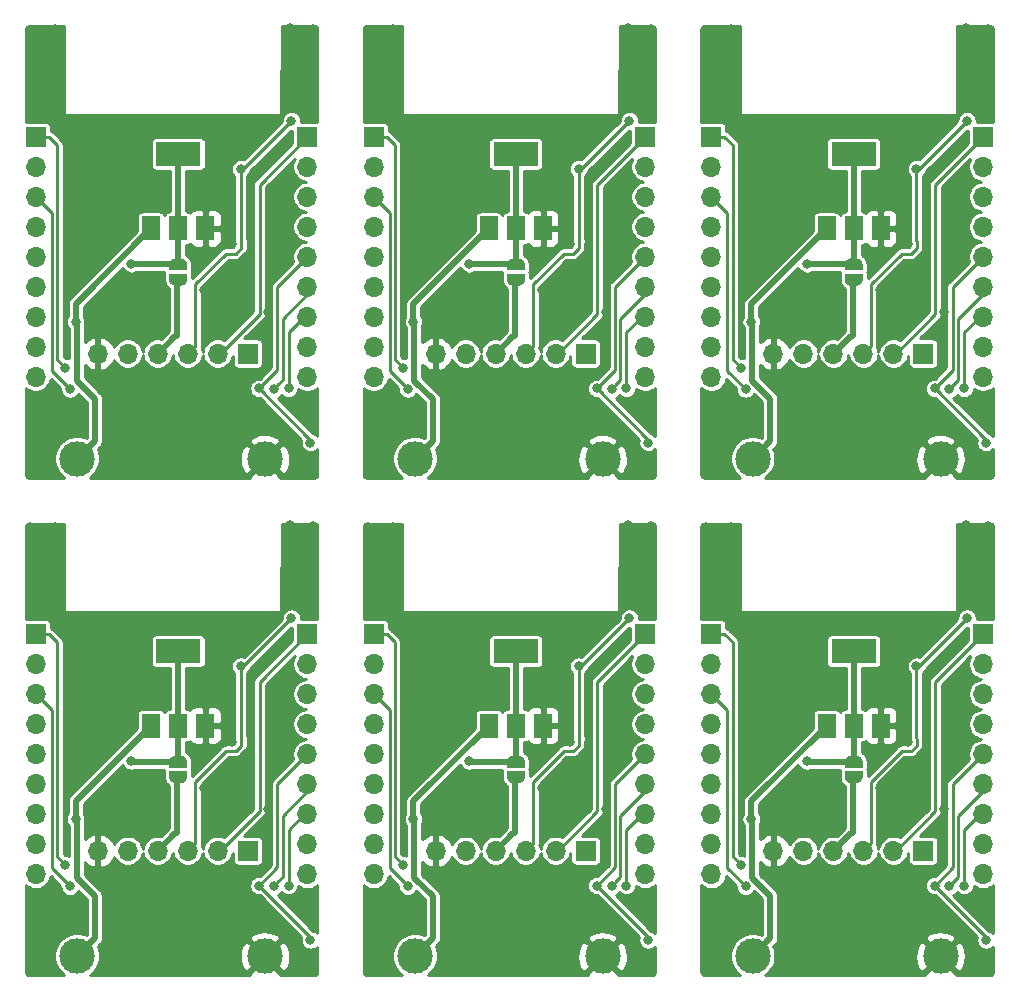
<source format=gbr>
%TF.GenerationSoftware,KiCad,Pcbnew,5.1.12-84ad8e8a86~92~ubuntu20.04.1*%
%TF.CreationDate,2022-01-07T22:28:58+02:00*%
%TF.ProjectId,ESP8266-Breakout-panel,45535038-3236-4362-9d42-7265616b6f75,rev?*%
%TF.SameCoordinates,Original*%
%TF.FileFunction,Copper,L2,Bot*%
%TF.FilePolarity,Positive*%
%FSLAX46Y46*%
G04 Gerber Fmt 4.6, Leading zero omitted, Abs format (unit mm)*
G04 Created by KiCad (PCBNEW 5.1.12-84ad8e8a86~92~ubuntu20.04.1) date 2022-01-07 22:28:58*
%MOMM*%
%LPD*%
G01*
G04 APERTURE LIST*
%TA.AperFunction,ComponentPad*%
%ADD10O,1.700000X1.700000*%
%TD*%
%TA.AperFunction,ComponentPad*%
%ADD11R,1.700000X1.700000*%
%TD*%
%TA.AperFunction,SMDPad,CuDef*%
%ADD12R,1.500000X2.000000*%
%TD*%
%TA.AperFunction,SMDPad,CuDef*%
%ADD13R,3.800000X2.000000*%
%TD*%
%TA.AperFunction,SMDPad,CuDef*%
%ADD14C,0.100000*%
%TD*%
%TA.AperFunction,SMDPad,CuDef*%
%ADD15C,3.000000*%
%TD*%
%TA.AperFunction,ViaPad*%
%ADD16C,0.800000*%
%TD*%
%TA.AperFunction,Conductor*%
%ADD17C,0.500000*%
%TD*%
%TA.AperFunction,Conductor*%
%ADD18C,0.250000*%
%TD*%
%TA.AperFunction,NonConductor*%
%ADD19C,0.254000*%
%TD*%
%TA.AperFunction,NonConductor*%
%ADD20C,0.100000*%
%TD*%
G04 APERTURE END LIST*
D10*
%TO.P,J102,9*%
%TO.N,N/C*%
X186320000Y-128095000D03*
%TO.P,J102,8*%
X186320000Y-125555000D03*
%TO.P,J102,7*%
X186320000Y-123015000D03*
%TO.P,J102,6*%
X186320000Y-120475000D03*
%TO.P,J102,5*%
X186320000Y-117935000D03*
%TO.P,J102,4*%
X186320000Y-115395000D03*
%TO.P,J102,3*%
X186320000Y-112855000D03*
%TO.P,J102,2*%
X186320000Y-110315000D03*
D11*
%TO.P,J102,1*%
X186320000Y-107775000D03*
%TD*%
D10*
%TO.P,J102,9*%
%TO.N,N/C*%
X157720000Y-128095000D03*
%TO.P,J102,8*%
X157720000Y-125555000D03*
%TO.P,J102,7*%
X157720000Y-123015000D03*
%TO.P,J102,6*%
X157720000Y-120475000D03*
%TO.P,J102,5*%
X157720000Y-117935000D03*
%TO.P,J102,4*%
X157720000Y-115395000D03*
%TO.P,J102,3*%
X157720000Y-112855000D03*
%TO.P,J102,2*%
X157720000Y-110315000D03*
D11*
%TO.P,J102,1*%
X157720000Y-107775000D03*
%TD*%
D10*
%TO.P,J102,9*%
%TO.N,N/C*%
X129120000Y-128095000D03*
%TO.P,J102,8*%
X129120000Y-125555000D03*
%TO.P,J102,7*%
X129120000Y-123015000D03*
%TO.P,J102,6*%
X129120000Y-120475000D03*
%TO.P,J102,5*%
X129120000Y-117935000D03*
%TO.P,J102,4*%
X129120000Y-115395000D03*
%TO.P,J102,3*%
X129120000Y-112855000D03*
%TO.P,J102,2*%
X129120000Y-110315000D03*
D11*
%TO.P,J102,1*%
X129120000Y-107775000D03*
%TD*%
D10*
%TO.P,J102,9*%
%TO.N,N/C*%
X186320000Y-85995000D03*
%TO.P,J102,8*%
X186320000Y-83455000D03*
%TO.P,J102,7*%
X186320000Y-80915000D03*
%TO.P,J102,6*%
X186320000Y-78375000D03*
%TO.P,J102,5*%
X186320000Y-75835000D03*
%TO.P,J102,4*%
X186320000Y-73295000D03*
%TO.P,J102,3*%
X186320000Y-70755000D03*
%TO.P,J102,2*%
X186320000Y-68215000D03*
D11*
%TO.P,J102,1*%
X186320000Y-65675000D03*
%TD*%
D10*
%TO.P,J102,9*%
%TO.N,N/C*%
X157720000Y-85995000D03*
%TO.P,J102,8*%
X157720000Y-83455000D03*
%TO.P,J102,7*%
X157720000Y-80915000D03*
%TO.P,J102,6*%
X157720000Y-78375000D03*
%TO.P,J102,5*%
X157720000Y-75835000D03*
%TO.P,J102,4*%
X157720000Y-73295000D03*
%TO.P,J102,3*%
X157720000Y-70755000D03*
%TO.P,J102,2*%
X157720000Y-68215000D03*
D11*
%TO.P,J102,1*%
X157720000Y-65675000D03*
%TD*%
D12*
%TO.P,U101,1*%
%TO.N,N/C*%
X177670000Y-115525000D03*
%TO.P,U101,3*%
X173070000Y-115525000D03*
%TO.P,U101,2*%
X175370000Y-115525000D03*
D13*
X175370000Y-109225000D03*
%TD*%
D12*
%TO.P,U101,1*%
%TO.N,N/C*%
X149070000Y-115525000D03*
%TO.P,U101,3*%
X144470000Y-115525000D03*
%TO.P,U101,2*%
X146770000Y-115525000D03*
D13*
X146770000Y-109225000D03*
%TD*%
D12*
%TO.P,U101,1*%
%TO.N,N/C*%
X120470000Y-115525000D03*
%TO.P,U101,3*%
X115870000Y-115525000D03*
%TO.P,U101,2*%
X118170000Y-115525000D03*
D13*
X118170000Y-109225000D03*
%TD*%
D12*
%TO.P,U101,1*%
%TO.N,N/C*%
X177670000Y-73425000D03*
%TO.P,U101,3*%
X173070000Y-73425000D03*
%TO.P,U101,2*%
X175370000Y-73425000D03*
D13*
X175370000Y-67125000D03*
%TD*%
D12*
%TO.P,U101,1*%
%TO.N,N/C*%
X149070000Y-73425000D03*
%TO.P,U101,3*%
X144470000Y-73425000D03*
%TO.P,U101,2*%
X146770000Y-73425000D03*
D13*
X146770000Y-67125000D03*
%TD*%
%TA.AperFunction,SMDPad,CuDef*%
D14*
%TO.P,JP501,2*%
%TO.N,N/C*%
G36*
X174620602Y-118575000D02*
G01*
X174620602Y-118550466D01*
X174625412Y-118501635D01*
X174634984Y-118453510D01*
X174649228Y-118406555D01*
X174668005Y-118361222D01*
X174691136Y-118317949D01*
X174718396Y-118277150D01*
X174749524Y-118239221D01*
X174784221Y-118204524D01*
X174822150Y-118173396D01*
X174862949Y-118146136D01*
X174906222Y-118123005D01*
X174951555Y-118104228D01*
X174998510Y-118089984D01*
X175046635Y-118080412D01*
X175095466Y-118075602D01*
X175120000Y-118075602D01*
X175120000Y-118075000D01*
X175620000Y-118075000D01*
X175620000Y-118075602D01*
X175644534Y-118075602D01*
X175693365Y-118080412D01*
X175741490Y-118089984D01*
X175788445Y-118104228D01*
X175833778Y-118123005D01*
X175877051Y-118146136D01*
X175917850Y-118173396D01*
X175955779Y-118204524D01*
X175990476Y-118239221D01*
X176021604Y-118277150D01*
X176048864Y-118317949D01*
X176071995Y-118361222D01*
X176090772Y-118406555D01*
X176105016Y-118453510D01*
X176114588Y-118501635D01*
X176119398Y-118550466D01*
X176119398Y-118575000D01*
X176120000Y-118575000D01*
X176120000Y-119075000D01*
X174620000Y-119075000D01*
X174620000Y-118575000D01*
X174620602Y-118575000D01*
G37*
%TD.AperFunction*%
%TA.AperFunction,SMDPad,CuDef*%
%TO.P,JP501,1*%
G36*
X176120000Y-119375000D02*
G01*
X176120000Y-119875000D01*
X176119398Y-119875000D01*
X176119398Y-119899534D01*
X176114588Y-119948365D01*
X176105016Y-119996490D01*
X176090772Y-120043445D01*
X176071995Y-120088778D01*
X176048864Y-120132051D01*
X176021604Y-120172850D01*
X175990476Y-120210779D01*
X175955779Y-120245476D01*
X175917850Y-120276604D01*
X175877051Y-120303864D01*
X175833778Y-120326995D01*
X175788445Y-120345772D01*
X175741490Y-120360016D01*
X175693365Y-120369588D01*
X175644534Y-120374398D01*
X175620000Y-120374398D01*
X175620000Y-120375000D01*
X175120000Y-120375000D01*
X175120000Y-120374398D01*
X175095466Y-120374398D01*
X175046635Y-120369588D01*
X174998510Y-120360016D01*
X174951555Y-120345772D01*
X174906222Y-120326995D01*
X174862949Y-120303864D01*
X174822150Y-120276604D01*
X174784221Y-120245476D01*
X174749524Y-120210779D01*
X174718396Y-120172850D01*
X174691136Y-120132051D01*
X174668005Y-120088778D01*
X174649228Y-120043445D01*
X174634984Y-119996490D01*
X174625412Y-119948365D01*
X174620602Y-119899534D01*
X174620602Y-119875000D01*
X174620000Y-119875000D01*
X174620000Y-119375000D01*
X176120000Y-119375000D01*
G37*
%TD.AperFunction*%
%TD*%
%TA.AperFunction,SMDPad,CuDef*%
%TO.P,JP501,2*%
%TO.N,N/C*%
G36*
X146020602Y-118575000D02*
G01*
X146020602Y-118550466D01*
X146025412Y-118501635D01*
X146034984Y-118453510D01*
X146049228Y-118406555D01*
X146068005Y-118361222D01*
X146091136Y-118317949D01*
X146118396Y-118277150D01*
X146149524Y-118239221D01*
X146184221Y-118204524D01*
X146222150Y-118173396D01*
X146262949Y-118146136D01*
X146306222Y-118123005D01*
X146351555Y-118104228D01*
X146398510Y-118089984D01*
X146446635Y-118080412D01*
X146495466Y-118075602D01*
X146520000Y-118075602D01*
X146520000Y-118075000D01*
X147020000Y-118075000D01*
X147020000Y-118075602D01*
X147044534Y-118075602D01*
X147093365Y-118080412D01*
X147141490Y-118089984D01*
X147188445Y-118104228D01*
X147233778Y-118123005D01*
X147277051Y-118146136D01*
X147317850Y-118173396D01*
X147355779Y-118204524D01*
X147390476Y-118239221D01*
X147421604Y-118277150D01*
X147448864Y-118317949D01*
X147471995Y-118361222D01*
X147490772Y-118406555D01*
X147505016Y-118453510D01*
X147514588Y-118501635D01*
X147519398Y-118550466D01*
X147519398Y-118575000D01*
X147520000Y-118575000D01*
X147520000Y-119075000D01*
X146020000Y-119075000D01*
X146020000Y-118575000D01*
X146020602Y-118575000D01*
G37*
%TD.AperFunction*%
%TA.AperFunction,SMDPad,CuDef*%
%TO.P,JP501,1*%
G36*
X147520000Y-119375000D02*
G01*
X147520000Y-119875000D01*
X147519398Y-119875000D01*
X147519398Y-119899534D01*
X147514588Y-119948365D01*
X147505016Y-119996490D01*
X147490772Y-120043445D01*
X147471995Y-120088778D01*
X147448864Y-120132051D01*
X147421604Y-120172850D01*
X147390476Y-120210779D01*
X147355779Y-120245476D01*
X147317850Y-120276604D01*
X147277051Y-120303864D01*
X147233778Y-120326995D01*
X147188445Y-120345772D01*
X147141490Y-120360016D01*
X147093365Y-120369588D01*
X147044534Y-120374398D01*
X147020000Y-120374398D01*
X147020000Y-120375000D01*
X146520000Y-120375000D01*
X146520000Y-120374398D01*
X146495466Y-120374398D01*
X146446635Y-120369588D01*
X146398510Y-120360016D01*
X146351555Y-120345772D01*
X146306222Y-120326995D01*
X146262949Y-120303864D01*
X146222150Y-120276604D01*
X146184221Y-120245476D01*
X146149524Y-120210779D01*
X146118396Y-120172850D01*
X146091136Y-120132051D01*
X146068005Y-120088778D01*
X146049228Y-120043445D01*
X146034984Y-119996490D01*
X146025412Y-119948365D01*
X146020602Y-119899534D01*
X146020602Y-119875000D01*
X146020000Y-119875000D01*
X146020000Y-119375000D01*
X147520000Y-119375000D01*
G37*
%TD.AperFunction*%
%TD*%
%TA.AperFunction,SMDPad,CuDef*%
%TO.P,JP501,2*%
%TO.N,N/C*%
G36*
X117420602Y-118575000D02*
G01*
X117420602Y-118550466D01*
X117425412Y-118501635D01*
X117434984Y-118453510D01*
X117449228Y-118406555D01*
X117468005Y-118361222D01*
X117491136Y-118317949D01*
X117518396Y-118277150D01*
X117549524Y-118239221D01*
X117584221Y-118204524D01*
X117622150Y-118173396D01*
X117662949Y-118146136D01*
X117706222Y-118123005D01*
X117751555Y-118104228D01*
X117798510Y-118089984D01*
X117846635Y-118080412D01*
X117895466Y-118075602D01*
X117920000Y-118075602D01*
X117920000Y-118075000D01*
X118420000Y-118075000D01*
X118420000Y-118075602D01*
X118444534Y-118075602D01*
X118493365Y-118080412D01*
X118541490Y-118089984D01*
X118588445Y-118104228D01*
X118633778Y-118123005D01*
X118677051Y-118146136D01*
X118717850Y-118173396D01*
X118755779Y-118204524D01*
X118790476Y-118239221D01*
X118821604Y-118277150D01*
X118848864Y-118317949D01*
X118871995Y-118361222D01*
X118890772Y-118406555D01*
X118905016Y-118453510D01*
X118914588Y-118501635D01*
X118919398Y-118550466D01*
X118919398Y-118575000D01*
X118920000Y-118575000D01*
X118920000Y-119075000D01*
X117420000Y-119075000D01*
X117420000Y-118575000D01*
X117420602Y-118575000D01*
G37*
%TD.AperFunction*%
%TA.AperFunction,SMDPad,CuDef*%
%TO.P,JP501,1*%
G36*
X118920000Y-119375000D02*
G01*
X118920000Y-119875000D01*
X118919398Y-119875000D01*
X118919398Y-119899534D01*
X118914588Y-119948365D01*
X118905016Y-119996490D01*
X118890772Y-120043445D01*
X118871995Y-120088778D01*
X118848864Y-120132051D01*
X118821604Y-120172850D01*
X118790476Y-120210779D01*
X118755779Y-120245476D01*
X118717850Y-120276604D01*
X118677051Y-120303864D01*
X118633778Y-120326995D01*
X118588445Y-120345772D01*
X118541490Y-120360016D01*
X118493365Y-120369588D01*
X118444534Y-120374398D01*
X118420000Y-120374398D01*
X118420000Y-120375000D01*
X117920000Y-120375000D01*
X117920000Y-120374398D01*
X117895466Y-120374398D01*
X117846635Y-120369588D01*
X117798510Y-120360016D01*
X117751555Y-120345772D01*
X117706222Y-120326995D01*
X117662949Y-120303864D01*
X117622150Y-120276604D01*
X117584221Y-120245476D01*
X117549524Y-120210779D01*
X117518396Y-120172850D01*
X117491136Y-120132051D01*
X117468005Y-120088778D01*
X117449228Y-120043445D01*
X117434984Y-119996490D01*
X117425412Y-119948365D01*
X117420602Y-119899534D01*
X117420602Y-119875000D01*
X117420000Y-119875000D01*
X117420000Y-119375000D01*
X118920000Y-119375000D01*
G37*
%TD.AperFunction*%
%TD*%
%TA.AperFunction,SMDPad,CuDef*%
%TO.P,JP501,2*%
%TO.N,N/C*%
G36*
X174620602Y-76475000D02*
G01*
X174620602Y-76450466D01*
X174625412Y-76401635D01*
X174634984Y-76353510D01*
X174649228Y-76306555D01*
X174668005Y-76261222D01*
X174691136Y-76217949D01*
X174718396Y-76177150D01*
X174749524Y-76139221D01*
X174784221Y-76104524D01*
X174822150Y-76073396D01*
X174862949Y-76046136D01*
X174906222Y-76023005D01*
X174951555Y-76004228D01*
X174998510Y-75989984D01*
X175046635Y-75980412D01*
X175095466Y-75975602D01*
X175120000Y-75975602D01*
X175120000Y-75975000D01*
X175620000Y-75975000D01*
X175620000Y-75975602D01*
X175644534Y-75975602D01*
X175693365Y-75980412D01*
X175741490Y-75989984D01*
X175788445Y-76004228D01*
X175833778Y-76023005D01*
X175877051Y-76046136D01*
X175917850Y-76073396D01*
X175955779Y-76104524D01*
X175990476Y-76139221D01*
X176021604Y-76177150D01*
X176048864Y-76217949D01*
X176071995Y-76261222D01*
X176090772Y-76306555D01*
X176105016Y-76353510D01*
X176114588Y-76401635D01*
X176119398Y-76450466D01*
X176119398Y-76475000D01*
X176120000Y-76475000D01*
X176120000Y-76975000D01*
X174620000Y-76975000D01*
X174620000Y-76475000D01*
X174620602Y-76475000D01*
G37*
%TD.AperFunction*%
%TA.AperFunction,SMDPad,CuDef*%
%TO.P,JP501,1*%
G36*
X176120000Y-77275000D02*
G01*
X176120000Y-77775000D01*
X176119398Y-77775000D01*
X176119398Y-77799534D01*
X176114588Y-77848365D01*
X176105016Y-77896490D01*
X176090772Y-77943445D01*
X176071995Y-77988778D01*
X176048864Y-78032051D01*
X176021604Y-78072850D01*
X175990476Y-78110779D01*
X175955779Y-78145476D01*
X175917850Y-78176604D01*
X175877051Y-78203864D01*
X175833778Y-78226995D01*
X175788445Y-78245772D01*
X175741490Y-78260016D01*
X175693365Y-78269588D01*
X175644534Y-78274398D01*
X175620000Y-78274398D01*
X175620000Y-78275000D01*
X175120000Y-78275000D01*
X175120000Y-78274398D01*
X175095466Y-78274398D01*
X175046635Y-78269588D01*
X174998510Y-78260016D01*
X174951555Y-78245772D01*
X174906222Y-78226995D01*
X174862949Y-78203864D01*
X174822150Y-78176604D01*
X174784221Y-78145476D01*
X174749524Y-78110779D01*
X174718396Y-78072850D01*
X174691136Y-78032051D01*
X174668005Y-77988778D01*
X174649228Y-77943445D01*
X174634984Y-77896490D01*
X174625412Y-77848365D01*
X174620602Y-77799534D01*
X174620602Y-77775000D01*
X174620000Y-77775000D01*
X174620000Y-77275000D01*
X176120000Y-77275000D01*
G37*
%TD.AperFunction*%
%TD*%
%TA.AperFunction,SMDPad,CuDef*%
%TO.P,JP501,2*%
%TO.N,N/C*%
G36*
X146020602Y-76475000D02*
G01*
X146020602Y-76450466D01*
X146025412Y-76401635D01*
X146034984Y-76353510D01*
X146049228Y-76306555D01*
X146068005Y-76261222D01*
X146091136Y-76217949D01*
X146118396Y-76177150D01*
X146149524Y-76139221D01*
X146184221Y-76104524D01*
X146222150Y-76073396D01*
X146262949Y-76046136D01*
X146306222Y-76023005D01*
X146351555Y-76004228D01*
X146398510Y-75989984D01*
X146446635Y-75980412D01*
X146495466Y-75975602D01*
X146520000Y-75975602D01*
X146520000Y-75975000D01*
X147020000Y-75975000D01*
X147020000Y-75975602D01*
X147044534Y-75975602D01*
X147093365Y-75980412D01*
X147141490Y-75989984D01*
X147188445Y-76004228D01*
X147233778Y-76023005D01*
X147277051Y-76046136D01*
X147317850Y-76073396D01*
X147355779Y-76104524D01*
X147390476Y-76139221D01*
X147421604Y-76177150D01*
X147448864Y-76217949D01*
X147471995Y-76261222D01*
X147490772Y-76306555D01*
X147505016Y-76353510D01*
X147514588Y-76401635D01*
X147519398Y-76450466D01*
X147519398Y-76475000D01*
X147520000Y-76475000D01*
X147520000Y-76975000D01*
X146020000Y-76975000D01*
X146020000Y-76475000D01*
X146020602Y-76475000D01*
G37*
%TD.AperFunction*%
%TA.AperFunction,SMDPad,CuDef*%
%TO.P,JP501,1*%
G36*
X147520000Y-77275000D02*
G01*
X147520000Y-77775000D01*
X147519398Y-77775000D01*
X147519398Y-77799534D01*
X147514588Y-77848365D01*
X147505016Y-77896490D01*
X147490772Y-77943445D01*
X147471995Y-77988778D01*
X147448864Y-78032051D01*
X147421604Y-78072850D01*
X147390476Y-78110779D01*
X147355779Y-78145476D01*
X147317850Y-78176604D01*
X147277051Y-78203864D01*
X147233778Y-78226995D01*
X147188445Y-78245772D01*
X147141490Y-78260016D01*
X147093365Y-78269588D01*
X147044534Y-78274398D01*
X147020000Y-78274398D01*
X147020000Y-78275000D01*
X146520000Y-78275000D01*
X146520000Y-78274398D01*
X146495466Y-78274398D01*
X146446635Y-78269588D01*
X146398510Y-78260016D01*
X146351555Y-78245772D01*
X146306222Y-78226995D01*
X146262949Y-78203864D01*
X146222150Y-78176604D01*
X146184221Y-78145476D01*
X146149524Y-78110779D01*
X146118396Y-78072850D01*
X146091136Y-78032051D01*
X146068005Y-77988778D01*
X146049228Y-77943445D01*
X146034984Y-77896490D01*
X146025412Y-77848365D01*
X146020602Y-77799534D01*
X146020602Y-77775000D01*
X146020000Y-77775000D01*
X146020000Y-77275000D01*
X147520000Y-77275000D01*
G37*
%TD.AperFunction*%
%TD*%
D15*
%TO.P,TP102,1*%
%TO.N,N/C*%
X182720000Y-135075000D03*
%TD*%
%TO.P,TP102,1*%
%TO.N,N/C*%
X154120000Y-135075000D03*
%TD*%
%TO.P,TP102,1*%
%TO.N,N/C*%
X125520000Y-135075000D03*
%TD*%
%TO.P,TP102,1*%
%TO.N,N/C*%
X182720000Y-92975000D03*
%TD*%
%TO.P,TP102,1*%
%TO.N,N/C*%
X154120000Y-92975000D03*
%TD*%
%TO.P,TP101,1*%
%TO.N,N/C*%
X166820000Y-135025000D03*
%TD*%
%TO.P,TP101,1*%
%TO.N,N/C*%
X138220000Y-135025000D03*
%TD*%
%TO.P,TP101,1*%
%TO.N,N/C*%
X109620000Y-135025000D03*
%TD*%
%TO.P,TP101,1*%
%TO.N,N/C*%
X166820000Y-92925000D03*
%TD*%
%TO.P,TP101,1*%
%TO.N,N/C*%
X138220000Y-92925000D03*
%TD*%
D11*
%TO.P,J101,1*%
%TO.N,N/C*%
X163320000Y-107775000D03*
D10*
%TO.P,J101,2*%
X163320000Y-110315000D03*
%TO.P,J101,3*%
X163320000Y-112855000D03*
%TO.P,J101,4*%
X163320000Y-115395000D03*
%TO.P,J101,5*%
X163320000Y-117935000D03*
%TO.P,J101,6*%
X163320000Y-120475000D03*
%TO.P,J101,7*%
X163320000Y-123015000D03*
%TO.P,J101,8*%
X163320000Y-125555000D03*
%TO.P,J101,9*%
X163320000Y-128095000D03*
%TD*%
D11*
%TO.P,J101,1*%
%TO.N,N/C*%
X134720000Y-107775000D03*
D10*
%TO.P,J101,2*%
X134720000Y-110315000D03*
%TO.P,J101,3*%
X134720000Y-112855000D03*
%TO.P,J101,4*%
X134720000Y-115395000D03*
%TO.P,J101,5*%
X134720000Y-117935000D03*
%TO.P,J101,6*%
X134720000Y-120475000D03*
%TO.P,J101,7*%
X134720000Y-123015000D03*
%TO.P,J101,8*%
X134720000Y-125555000D03*
%TO.P,J101,9*%
X134720000Y-128095000D03*
%TD*%
D11*
%TO.P,J101,1*%
%TO.N,N/C*%
X106120000Y-107775000D03*
D10*
%TO.P,J101,2*%
X106120000Y-110315000D03*
%TO.P,J101,3*%
X106120000Y-112855000D03*
%TO.P,J101,4*%
X106120000Y-115395000D03*
%TO.P,J101,5*%
X106120000Y-117935000D03*
%TO.P,J101,6*%
X106120000Y-120475000D03*
%TO.P,J101,7*%
X106120000Y-123015000D03*
%TO.P,J101,8*%
X106120000Y-125555000D03*
%TO.P,J101,9*%
X106120000Y-128095000D03*
%TD*%
D11*
%TO.P,J101,1*%
%TO.N,N/C*%
X163320000Y-65675000D03*
D10*
%TO.P,J101,2*%
X163320000Y-68215000D03*
%TO.P,J101,3*%
X163320000Y-70755000D03*
%TO.P,J101,4*%
X163320000Y-73295000D03*
%TO.P,J101,5*%
X163320000Y-75835000D03*
%TO.P,J101,6*%
X163320000Y-78375000D03*
%TO.P,J101,7*%
X163320000Y-80915000D03*
%TO.P,J101,8*%
X163320000Y-83455000D03*
%TO.P,J101,9*%
X163320000Y-85995000D03*
%TD*%
D11*
%TO.P,J101,1*%
%TO.N,N/C*%
X134720000Y-65675000D03*
D10*
%TO.P,J101,2*%
X134720000Y-68215000D03*
%TO.P,J101,3*%
X134720000Y-70755000D03*
%TO.P,J101,4*%
X134720000Y-73295000D03*
%TO.P,J101,5*%
X134720000Y-75835000D03*
%TO.P,J101,6*%
X134720000Y-78375000D03*
%TO.P,J101,7*%
X134720000Y-80915000D03*
%TO.P,J101,8*%
X134720000Y-83455000D03*
%TO.P,J101,9*%
X134720000Y-85995000D03*
%TD*%
%TO.P,J501,6*%
%TO.N,N/C*%
X168570000Y-126125000D03*
%TO.P,J501,5*%
X171110000Y-126125000D03*
%TO.P,J501,4*%
X173650000Y-126125000D03*
%TO.P,J501,3*%
X176190000Y-126125000D03*
%TO.P,J501,2*%
X178730000Y-126125000D03*
D11*
%TO.P,J501,1*%
X181270000Y-126125000D03*
%TD*%
D10*
%TO.P,J501,6*%
%TO.N,N/C*%
X139970000Y-126125000D03*
%TO.P,J501,5*%
X142510000Y-126125000D03*
%TO.P,J501,4*%
X145050000Y-126125000D03*
%TO.P,J501,3*%
X147590000Y-126125000D03*
%TO.P,J501,2*%
X150130000Y-126125000D03*
D11*
%TO.P,J501,1*%
X152670000Y-126125000D03*
%TD*%
D10*
%TO.P,J501,6*%
%TO.N,N/C*%
X111370000Y-126125000D03*
%TO.P,J501,5*%
X113910000Y-126125000D03*
%TO.P,J501,4*%
X116450000Y-126125000D03*
%TO.P,J501,3*%
X118990000Y-126125000D03*
%TO.P,J501,2*%
X121530000Y-126125000D03*
D11*
%TO.P,J501,1*%
X124070000Y-126125000D03*
%TD*%
D10*
%TO.P,J501,6*%
%TO.N,N/C*%
X168570000Y-84025000D03*
%TO.P,J501,5*%
X171110000Y-84025000D03*
%TO.P,J501,4*%
X173650000Y-84025000D03*
%TO.P,J501,3*%
X176190000Y-84025000D03*
%TO.P,J501,2*%
X178730000Y-84025000D03*
D11*
%TO.P,J501,1*%
X181270000Y-84025000D03*
%TD*%
D10*
%TO.P,J501,6*%
%TO.N,N/C*%
X139970000Y-84025000D03*
%TO.P,J501,5*%
X142510000Y-84025000D03*
%TO.P,J501,4*%
X145050000Y-84025000D03*
%TO.P,J501,3*%
X147590000Y-84025000D03*
%TO.P,J501,2*%
X150130000Y-84025000D03*
D11*
%TO.P,J501,1*%
X152670000Y-84025000D03*
%TD*%
D15*
%TO.P,TP101,1*%
%TO.N,N/C*%
X109620000Y-92925000D03*
%TD*%
D11*
%TO.P,J501,1*%
%TO.N,N/C*%
X124070000Y-84025000D03*
D10*
%TO.P,J501,2*%
X121530000Y-84025000D03*
%TO.P,J501,3*%
X118990000Y-84025000D03*
%TO.P,J501,4*%
X116450000Y-84025000D03*
%TO.P,J501,5*%
X113910000Y-84025000D03*
%TO.P,J501,6*%
X111370000Y-84025000D03*
%TD*%
D15*
%TO.P,TP102,1*%
%TO.N,N/C*%
X125520000Y-92975000D03*
%TD*%
D11*
%TO.P,J102,1*%
%TO.N,N/C*%
X129120000Y-65675000D03*
D10*
%TO.P,J102,2*%
X129120000Y-68215000D03*
%TO.P,J102,3*%
X129120000Y-70755000D03*
%TO.P,J102,4*%
X129120000Y-73295000D03*
%TO.P,J102,5*%
X129120000Y-75835000D03*
%TO.P,J102,6*%
X129120000Y-78375000D03*
%TO.P,J102,7*%
X129120000Y-80915000D03*
%TO.P,J102,8*%
X129120000Y-83455000D03*
%TO.P,J102,9*%
X129120000Y-85995000D03*
%TD*%
%TO.P,J101,9*%
%TO.N,N/C*%
X106120000Y-85995000D03*
%TO.P,J101,8*%
X106120000Y-83455000D03*
%TO.P,J101,7*%
X106120000Y-80915000D03*
%TO.P,J101,6*%
X106120000Y-78375000D03*
%TO.P,J101,5*%
X106120000Y-75835000D03*
%TO.P,J101,4*%
X106120000Y-73295000D03*
%TO.P,J101,3*%
X106120000Y-70755000D03*
%TO.P,J101,2*%
X106120000Y-68215000D03*
D11*
%TO.P,J101,1*%
X106120000Y-65675000D03*
%TD*%
D13*
%TO.P,U101,2*%
%TO.N,N/C*%
X118170000Y-67125000D03*
D12*
X118170000Y-73425000D03*
%TO.P,U101,3*%
X115870000Y-73425000D03*
%TO.P,U101,1*%
X120470000Y-73425000D03*
%TD*%
%TA.AperFunction,SMDPad,CuDef*%
D14*
%TO.P,JP501,1*%
%TO.N,N/C*%
G36*
X118920000Y-77275000D02*
G01*
X118920000Y-77775000D01*
X118919398Y-77775000D01*
X118919398Y-77799534D01*
X118914588Y-77848365D01*
X118905016Y-77896490D01*
X118890772Y-77943445D01*
X118871995Y-77988778D01*
X118848864Y-78032051D01*
X118821604Y-78072850D01*
X118790476Y-78110779D01*
X118755779Y-78145476D01*
X118717850Y-78176604D01*
X118677051Y-78203864D01*
X118633778Y-78226995D01*
X118588445Y-78245772D01*
X118541490Y-78260016D01*
X118493365Y-78269588D01*
X118444534Y-78274398D01*
X118420000Y-78274398D01*
X118420000Y-78275000D01*
X117920000Y-78275000D01*
X117920000Y-78274398D01*
X117895466Y-78274398D01*
X117846635Y-78269588D01*
X117798510Y-78260016D01*
X117751555Y-78245772D01*
X117706222Y-78226995D01*
X117662949Y-78203864D01*
X117622150Y-78176604D01*
X117584221Y-78145476D01*
X117549524Y-78110779D01*
X117518396Y-78072850D01*
X117491136Y-78032051D01*
X117468005Y-77988778D01*
X117449228Y-77943445D01*
X117434984Y-77896490D01*
X117425412Y-77848365D01*
X117420602Y-77799534D01*
X117420602Y-77775000D01*
X117420000Y-77775000D01*
X117420000Y-77275000D01*
X118920000Y-77275000D01*
G37*
%TD.AperFunction*%
%TA.AperFunction,SMDPad,CuDef*%
%TO.P,JP501,2*%
G36*
X117420602Y-76475000D02*
G01*
X117420602Y-76450466D01*
X117425412Y-76401635D01*
X117434984Y-76353510D01*
X117449228Y-76306555D01*
X117468005Y-76261222D01*
X117491136Y-76217949D01*
X117518396Y-76177150D01*
X117549524Y-76139221D01*
X117584221Y-76104524D01*
X117622150Y-76073396D01*
X117662949Y-76046136D01*
X117706222Y-76023005D01*
X117751555Y-76004228D01*
X117798510Y-75989984D01*
X117846635Y-75980412D01*
X117895466Y-75975602D01*
X117920000Y-75975602D01*
X117920000Y-75975000D01*
X118420000Y-75975000D01*
X118420000Y-75975602D01*
X118444534Y-75975602D01*
X118493365Y-75980412D01*
X118541490Y-75989984D01*
X118588445Y-76004228D01*
X118633778Y-76023005D01*
X118677051Y-76046136D01*
X118717850Y-76073396D01*
X118755779Y-76104524D01*
X118790476Y-76139221D01*
X118821604Y-76177150D01*
X118848864Y-76217949D01*
X118871995Y-76261222D01*
X118890772Y-76306555D01*
X118905016Y-76353510D01*
X118914588Y-76401635D01*
X118919398Y-76450466D01*
X118919398Y-76475000D01*
X118920000Y-76475000D01*
X118920000Y-76975000D01*
X117420000Y-76975000D01*
X117420000Y-76475000D01*
X117420602Y-76475000D01*
G37*
%TD.AperFunction*%
%TD*%
D16*
%TO.N,*%
X115870000Y-78825000D03*
X113620000Y-78825000D03*
X112470000Y-78825000D03*
X120370000Y-78675000D03*
X112120000Y-74775000D03*
X112120000Y-71875000D03*
X112220000Y-68425000D03*
X128070000Y-91575000D03*
X122920000Y-94325000D03*
X127670000Y-56475000D03*
X107770000Y-56575000D03*
X124170000Y-80325000D03*
X120470000Y-75725000D03*
X122670000Y-76625000D03*
X125820000Y-80475000D03*
X129370000Y-88175000D03*
X112220000Y-65125000D03*
X123170000Y-65075000D03*
X122770000Y-74775000D03*
X122670000Y-71875000D03*
X119270000Y-92075000D03*
X107120000Y-91575000D03*
X112270000Y-94275000D03*
X105670000Y-56625000D03*
X129570000Y-56525000D03*
X114770000Y-78825000D03*
X122620000Y-78625000D03*
X121570000Y-78675000D03*
X122670000Y-77625000D03*
X115920000Y-92025000D03*
X109494990Y-81325000D03*
X114220000Y-76425000D03*
X109020000Y-87025000D03*
X126270000Y-87025000D03*
X127520000Y-86975000D03*
X108632340Y-85212660D03*
X129370000Y-91575000D03*
X125020000Y-86975000D03*
X123476019Y-68390146D03*
X127770000Y-64325000D03*
X147870000Y-92075000D03*
X176470000Y-92075000D03*
X119270000Y-134175000D03*
X147870000Y-134175000D03*
X176470000Y-134175000D03*
X153620000Y-86975000D03*
X182220000Y-86975000D03*
X125020000Y-129075000D03*
X153620000Y-129075000D03*
X182220000Y-129075000D03*
X138094990Y-81325000D03*
X166694990Y-81325000D03*
X109494990Y-123425000D03*
X138094990Y-123425000D03*
X166694990Y-123425000D03*
X143370000Y-78825000D03*
X171970000Y-78825000D03*
X114770000Y-120925000D03*
X143370000Y-120925000D03*
X171970000Y-120925000D03*
X149070000Y-75725000D03*
X177670000Y-75725000D03*
X120470000Y-117825000D03*
X149070000Y-117825000D03*
X177670000Y-117825000D03*
X144520000Y-92025000D03*
X173120000Y-92025000D03*
X115920000Y-134125000D03*
X144520000Y-134125000D03*
X173120000Y-134125000D03*
X148970000Y-78675000D03*
X177570000Y-78675000D03*
X120370000Y-120775000D03*
X148970000Y-120775000D03*
X177570000Y-120775000D03*
X150170000Y-78675000D03*
X178770000Y-78675000D03*
X121570000Y-120775000D03*
X150170000Y-120775000D03*
X178770000Y-120775000D03*
X151270000Y-76625000D03*
X179870000Y-76625000D03*
X122670000Y-118725000D03*
X151270000Y-118725000D03*
X179870000Y-118725000D03*
X157970000Y-91575000D03*
X186570000Y-91575000D03*
X129370000Y-133675000D03*
X157970000Y-133675000D03*
X186570000Y-133675000D03*
X156120000Y-86975000D03*
X184720000Y-86975000D03*
X127520000Y-129075000D03*
X156120000Y-129075000D03*
X184720000Y-129075000D03*
X154420000Y-80475000D03*
X183020000Y-80475000D03*
X125820000Y-122575000D03*
X154420000Y-122575000D03*
X183020000Y-122575000D03*
X142820000Y-76425000D03*
X171420000Y-76425000D03*
X114220000Y-118525000D03*
X142820000Y-118525000D03*
X171420000Y-118525000D03*
X156370000Y-64325000D03*
X184970000Y-64325000D03*
X127770000Y-106425000D03*
X156370000Y-106425000D03*
X184970000Y-106425000D03*
X154870000Y-87025000D03*
X183470000Y-87025000D03*
X126270000Y-129125000D03*
X154870000Y-129125000D03*
X183470000Y-129125000D03*
X156670000Y-91575000D03*
X185270000Y-91575000D03*
X128070000Y-133675000D03*
X156670000Y-133675000D03*
X185270000Y-133675000D03*
X152770000Y-80325000D03*
X181370000Y-80325000D03*
X124170000Y-122425000D03*
X152770000Y-122425000D03*
X181370000Y-122425000D03*
X151270000Y-71875000D03*
X179870000Y-71875000D03*
X122670000Y-113975000D03*
X151270000Y-113975000D03*
X179870000Y-113975000D03*
X140870000Y-94275000D03*
X169470000Y-94275000D03*
X112270000Y-136375000D03*
X140870000Y-136375000D03*
X169470000Y-136375000D03*
X136370000Y-56575000D03*
X164970000Y-56575000D03*
X107770000Y-98675000D03*
X136370000Y-98675000D03*
X164970000Y-98675000D03*
X137232340Y-85212660D03*
X165832340Y-85212660D03*
X108632340Y-127312660D03*
X137232340Y-127312660D03*
X165832340Y-127312660D03*
X151370000Y-74775000D03*
X179970000Y-74775000D03*
X122770000Y-116875000D03*
X151370000Y-116875000D03*
X179970000Y-116875000D03*
X144470000Y-78825000D03*
X173070000Y-78825000D03*
X115870000Y-120925000D03*
X144470000Y-120925000D03*
X173070000Y-120925000D03*
X151520000Y-94325000D03*
X180120000Y-94325000D03*
X122920000Y-136425000D03*
X151520000Y-136425000D03*
X180120000Y-136425000D03*
X141070000Y-78825000D03*
X169670000Y-78825000D03*
X112470000Y-120925000D03*
X141070000Y-120925000D03*
X169670000Y-120925000D03*
X134270000Y-56625000D03*
X162870000Y-56625000D03*
X105670000Y-98725000D03*
X134270000Y-98725000D03*
X162870000Y-98725000D03*
X140820000Y-65125000D03*
X169420000Y-65125000D03*
X112220000Y-107225000D03*
X140820000Y-107225000D03*
X169420000Y-107225000D03*
X151270000Y-77625000D03*
X179870000Y-77625000D03*
X122670000Y-119725000D03*
X151270000Y-119725000D03*
X179870000Y-119725000D03*
X158170000Y-56525000D03*
X186770000Y-56525000D03*
X129570000Y-98625000D03*
X158170000Y-98625000D03*
X186770000Y-98625000D03*
X135720000Y-91575000D03*
X164320000Y-91575000D03*
X107120000Y-133675000D03*
X135720000Y-133675000D03*
X164320000Y-133675000D03*
X140720000Y-71875000D03*
X169320000Y-71875000D03*
X112120000Y-113975000D03*
X140720000Y-113975000D03*
X169320000Y-113975000D03*
X142220000Y-78825000D03*
X170820000Y-78825000D03*
X113620000Y-120925000D03*
X142220000Y-120925000D03*
X170820000Y-120925000D03*
X140820000Y-68425000D03*
X169420000Y-68425000D03*
X112220000Y-110525000D03*
X140820000Y-110525000D03*
X169420000Y-110525000D03*
X140720000Y-74775000D03*
X169320000Y-74775000D03*
X112120000Y-116875000D03*
X140720000Y-116875000D03*
X169320000Y-116875000D03*
X156270000Y-56475000D03*
X184870000Y-56475000D03*
X127670000Y-98575000D03*
X156270000Y-98575000D03*
X184870000Y-98575000D03*
X157970000Y-88175000D03*
X186570000Y-88175000D03*
X129370000Y-130275000D03*
X157970000Y-130275000D03*
X186570000Y-130275000D03*
X151770000Y-65075000D03*
X180370000Y-65075000D03*
X123170000Y-107175000D03*
X151770000Y-107175000D03*
X180370000Y-107175000D03*
X152076019Y-68390146D03*
X180676019Y-68390146D03*
X123476019Y-110490146D03*
X152076019Y-110490146D03*
X180676019Y-110490146D03*
X137620000Y-87025000D03*
X166220000Y-87025000D03*
X109020000Y-129125000D03*
X137620000Y-129125000D03*
X166220000Y-129125000D03*
X151220000Y-78625000D03*
X179820000Y-78625000D03*
X122620000Y-120725000D03*
X151220000Y-120725000D03*
X179820000Y-120725000D03*
%TD*%
D17*
%TO.N,*%
X111119999Y-91425001D02*
X109620000Y-92925000D01*
X111119999Y-87866997D02*
X111119999Y-91425001D01*
X109570000Y-86316998D02*
X111119999Y-87866997D01*
X109494990Y-79800010D02*
X109494990Y-80759315D01*
X109494990Y-80759315D02*
X109494990Y-81325000D01*
X115870000Y-73425000D02*
X109494990Y-79800010D01*
X109494990Y-81325000D02*
X109570000Y-81400010D01*
X109570000Y-81400010D02*
X109570000Y-86316998D01*
X118170000Y-76475000D02*
X118170000Y-73425000D01*
X118170000Y-67125000D02*
X118170000Y-73425000D01*
X118170000Y-76475000D02*
X114270000Y-76475000D01*
X114270000Y-76475000D02*
X114220000Y-76425000D01*
D18*
X106120000Y-70755000D02*
X107470000Y-72105000D01*
X107470000Y-72105000D02*
X107470000Y-85475000D01*
X107470000Y-85475000D02*
X109020000Y-87025000D01*
X129120000Y-78975000D02*
X129120000Y-78375000D01*
X127020000Y-81075000D02*
X129120000Y-78975000D01*
X126670000Y-86625000D02*
X127020000Y-86275000D01*
X127020000Y-86275000D02*
X127020000Y-81075000D01*
X126270000Y-87025000D02*
X126670000Y-86625000D01*
X126370000Y-86925000D02*
X126670000Y-86625000D01*
X128830000Y-80915000D02*
X129120000Y-80915000D01*
X127520000Y-86875000D02*
X127520000Y-82225000D01*
X127520000Y-82225000D02*
X128830000Y-80915000D01*
X127520000Y-86875000D02*
X127520000Y-86975000D01*
X107920000Y-84500320D02*
X108632340Y-85212660D01*
X106120000Y-65675000D02*
X107220000Y-65675000D01*
X107920000Y-66375000D02*
X107920000Y-84500320D01*
X107220000Y-65675000D02*
X107920000Y-66375000D01*
X125020000Y-86975000D02*
X129370000Y-91325000D01*
X129370000Y-91325000D02*
X129370000Y-91575000D01*
X126570000Y-85425000D02*
X125020000Y-86975000D01*
X129120000Y-75835000D02*
X126570000Y-78385000D01*
X126570000Y-78385000D02*
X126570000Y-85425000D01*
X123476019Y-74481019D02*
X123476019Y-68568981D01*
X119620000Y-78175000D02*
X122220000Y-75575000D01*
X122220000Y-75575000D02*
X123043002Y-75575000D01*
X123476019Y-68568981D02*
X123476019Y-68390146D01*
X123043002Y-75575000D02*
X123495001Y-75123001D01*
X127770000Y-64325000D02*
X123704854Y-68390146D01*
X119620000Y-83395000D02*
X119620000Y-78175000D01*
X123495001Y-75123001D02*
X123495001Y-74549999D01*
X118990000Y-84025000D02*
X119620000Y-83395000D01*
X123520000Y-74525000D02*
X123476019Y-74481019D01*
X123495001Y-74549999D02*
X123520000Y-74525000D01*
X123704854Y-68390146D02*
X123476019Y-68390146D01*
X121720000Y-84025000D02*
X121530000Y-84025000D01*
X125070000Y-80675000D02*
X121720000Y-84025000D01*
X129120000Y-65675000D02*
X125070000Y-69725000D01*
X125070000Y-69725000D02*
X125070000Y-80675000D01*
D17*
X118070000Y-82555000D02*
X118070000Y-77875000D01*
X117920000Y-82555000D02*
X116450000Y-84025000D01*
X118070000Y-82555000D02*
X117920000Y-82555000D01*
X118070000Y-77875000D02*
X118170000Y-77775000D01*
D18*
X154970000Y-86925000D02*
X155270000Y-86625000D01*
X183570000Y-86925000D02*
X183870000Y-86625000D01*
X126370000Y-129025000D02*
X126670000Y-128725000D01*
X154970000Y-129025000D02*
X155270000Y-128725000D01*
X183570000Y-129025000D02*
X183870000Y-128725000D01*
X134720000Y-65675000D02*
X135820000Y-65675000D01*
X163320000Y-65675000D02*
X164420000Y-65675000D01*
X106120000Y-107775000D02*
X107220000Y-107775000D01*
X134720000Y-107775000D02*
X135820000Y-107775000D01*
X163320000Y-107775000D02*
X164420000Y-107775000D01*
X136520000Y-66375000D02*
X136520000Y-84500320D01*
X165120000Y-66375000D02*
X165120000Y-84500320D01*
X107920000Y-108475000D02*
X107920000Y-126600320D01*
X136520000Y-108475000D02*
X136520000Y-126600320D01*
X165120000Y-108475000D02*
X165120000Y-126600320D01*
X135820000Y-65675000D02*
X136520000Y-66375000D01*
X164420000Y-65675000D02*
X165120000Y-66375000D01*
X107220000Y-107775000D02*
X107920000Y-108475000D01*
X135820000Y-107775000D02*
X136520000Y-108475000D01*
X164420000Y-107775000D02*
X165120000Y-108475000D01*
X156120000Y-86875000D02*
X156120000Y-82225000D01*
X184720000Y-86875000D02*
X184720000Y-82225000D01*
X127520000Y-128975000D02*
X127520000Y-124325000D01*
X156120000Y-128975000D02*
X156120000Y-124325000D01*
X184720000Y-128975000D02*
X184720000Y-124325000D01*
X156120000Y-86875000D02*
X156120000Y-86975000D01*
X184720000Y-86875000D02*
X184720000Y-86975000D01*
X127520000Y-128975000D02*
X127520000Y-129075000D01*
X156120000Y-128975000D02*
X156120000Y-129075000D01*
X184720000Y-128975000D02*
X184720000Y-129075000D01*
X157720000Y-78975000D02*
X157720000Y-78375000D01*
X186320000Y-78975000D02*
X186320000Y-78375000D01*
X129120000Y-121075000D02*
X129120000Y-120475000D01*
X157720000Y-121075000D02*
X157720000Y-120475000D01*
X186320000Y-121075000D02*
X186320000Y-120475000D01*
D17*
X138094990Y-81325000D02*
X138170000Y-81400010D01*
X166694990Y-81325000D02*
X166770000Y-81400010D01*
X109494990Y-123425000D02*
X109570000Y-123500010D01*
X138094990Y-123425000D02*
X138170000Y-123500010D01*
X166694990Y-123425000D02*
X166770000Y-123500010D01*
D18*
X151643002Y-75575000D02*
X152095001Y-75123001D01*
X180243002Y-75575000D02*
X180695001Y-75123001D01*
X123043002Y-117675000D02*
X123495001Y-117223001D01*
X151643002Y-117675000D02*
X152095001Y-117223001D01*
X180243002Y-117675000D02*
X180695001Y-117223001D01*
X156120000Y-82225000D02*
X157430000Y-80915000D01*
X184720000Y-82225000D02*
X186030000Y-80915000D01*
X127520000Y-124325000D02*
X128830000Y-123015000D01*
X156120000Y-124325000D02*
X157430000Y-123015000D01*
X184720000Y-124325000D02*
X186030000Y-123015000D01*
X157720000Y-65675000D02*
X153670000Y-69725000D01*
X186320000Y-65675000D02*
X182270000Y-69725000D01*
X129120000Y-107775000D02*
X125070000Y-111825000D01*
X157720000Y-107775000D02*
X153670000Y-111825000D01*
X186320000Y-107775000D02*
X182270000Y-111825000D01*
X153670000Y-69725000D02*
X153670000Y-80675000D01*
X182270000Y-69725000D02*
X182270000Y-80675000D01*
X125070000Y-111825000D02*
X125070000Y-122775000D01*
X153670000Y-111825000D02*
X153670000Y-122775000D01*
X182270000Y-111825000D02*
X182270000Y-122775000D01*
D17*
X144470000Y-73425000D02*
X138094990Y-79800010D01*
X173070000Y-73425000D02*
X166694990Y-79800010D01*
X115870000Y-115525000D02*
X109494990Y-121900010D01*
X144470000Y-115525000D02*
X138094990Y-121900010D01*
X173070000Y-115525000D02*
X166694990Y-121900010D01*
X146670000Y-77875000D02*
X146770000Y-77775000D01*
X175270000Y-77875000D02*
X175370000Y-77775000D01*
X118070000Y-119975000D02*
X118170000Y-119875000D01*
X146670000Y-119975000D02*
X146770000Y-119875000D01*
X175270000Y-119975000D02*
X175370000Y-119875000D01*
X142870000Y-76475000D02*
X142820000Y-76425000D01*
X171470000Y-76475000D02*
X171420000Y-76425000D01*
X114270000Y-118575000D02*
X114220000Y-118525000D01*
X142870000Y-118575000D02*
X142820000Y-118525000D01*
X171470000Y-118575000D02*
X171420000Y-118525000D01*
D18*
X155620000Y-81075000D02*
X157720000Y-78975000D01*
X184220000Y-81075000D02*
X186320000Y-78975000D01*
X127020000Y-123175000D02*
X129120000Y-121075000D01*
X155620000Y-123175000D02*
X157720000Y-121075000D01*
X184220000Y-123175000D02*
X186320000Y-121075000D01*
X155270000Y-86625000D02*
X155620000Y-86275000D01*
X183870000Y-86625000D02*
X184220000Y-86275000D01*
X126670000Y-128725000D02*
X127020000Y-128375000D01*
X155270000Y-128725000D02*
X155620000Y-128375000D01*
X183870000Y-128725000D02*
X184220000Y-128375000D01*
D17*
X138170000Y-86316998D02*
X139719999Y-87866997D01*
X166770000Y-86316998D02*
X168319999Y-87866997D01*
X109570000Y-128416998D02*
X111119999Y-129966997D01*
X138170000Y-128416998D02*
X139719999Y-129966997D01*
X166770000Y-128416998D02*
X168319999Y-129966997D01*
D18*
X152304854Y-68390146D02*
X152076019Y-68390146D01*
X180904854Y-68390146D02*
X180676019Y-68390146D01*
X123704854Y-110490146D02*
X123476019Y-110490146D01*
X152304854Y-110490146D02*
X152076019Y-110490146D01*
X180904854Y-110490146D02*
X180676019Y-110490146D01*
D17*
X138094990Y-80759315D02*
X138094990Y-81325000D01*
X166694990Y-80759315D02*
X166694990Y-81325000D01*
X109494990Y-122859315D02*
X109494990Y-123425000D01*
X138094990Y-122859315D02*
X138094990Y-123425000D01*
X166694990Y-122859315D02*
X166694990Y-123425000D01*
D18*
X154870000Y-87025000D02*
X155270000Y-86625000D01*
X183470000Y-87025000D02*
X183870000Y-86625000D01*
X126270000Y-129125000D02*
X126670000Y-128725000D01*
X154870000Y-129125000D02*
X155270000Y-128725000D01*
X183470000Y-129125000D02*
X183870000Y-128725000D01*
D17*
X146520000Y-82555000D02*
X145050000Y-84025000D01*
X175120000Y-82555000D02*
X173650000Y-84025000D01*
X117920000Y-124655000D02*
X116450000Y-126125000D01*
X146520000Y-124655000D02*
X145050000Y-126125000D01*
X175120000Y-124655000D02*
X173650000Y-126125000D01*
X146770000Y-76475000D02*
X146770000Y-73425000D01*
X175370000Y-76475000D02*
X175370000Y-73425000D01*
X118170000Y-118575000D02*
X118170000Y-115525000D01*
X146770000Y-118575000D02*
X146770000Y-115525000D01*
X175370000Y-118575000D02*
X175370000Y-115525000D01*
X146770000Y-67125000D02*
X146770000Y-73425000D01*
X175370000Y-67125000D02*
X175370000Y-73425000D01*
X118170000Y-109225000D02*
X118170000Y-115525000D01*
X146770000Y-109225000D02*
X146770000Y-115525000D01*
X175370000Y-109225000D02*
X175370000Y-115525000D01*
D18*
X155620000Y-86275000D02*
X155620000Y-81075000D01*
X184220000Y-86275000D02*
X184220000Y-81075000D01*
X127020000Y-128375000D02*
X127020000Y-123175000D01*
X155620000Y-128375000D02*
X155620000Y-123175000D01*
X184220000Y-128375000D02*
X184220000Y-123175000D01*
X157430000Y-80915000D02*
X157720000Y-80915000D01*
X186030000Y-80915000D02*
X186320000Y-80915000D01*
X128830000Y-123015000D02*
X129120000Y-123015000D01*
X157430000Y-123015000D02*
X157720000Y-123015000D01*
X186030000Y-123015000D02*
X186320000Y-123015000D01*
X150320000Y-84025000D02*
X150130000Y-84025000D01*
X178920000Y-84025000D02*
X178730000Y-84025000D01*
X121720000Y-126125000D02*
X121530000Y-126125000D01*
X150320000Y-126125000D02*
X150130000Y-126125000D01*
X178920000Y-126125000D02*
X178730000Y-126125000D01*
X152120000Y-74525000D02*
X152076019Y-74481019D01*
X180720000Y-74525000D02*
X180676019Y-74481019D01*
X123520000Y-116625000D02*
X123476019Y-116581019D01*
X152120000Y-116625000D02*
X152076019Y-116581019D01*
X180720000Y-116625000D02*
X180676019Y-116581019D01*
X155170000Y-85425000D02*
X153620000Y-86975000D01*
X183770000Y-85425000D02*
X182220000Y-86975000D01*
X126570000Y-127525000D02*
X125020000Y-129075000D01*
X155170000Y-127525000D02*
X153620000Y-129075000D01*
X183770000Y-127525000D02*
X182220000Y-129075000D01*
X148220000Y-78175000D02*
X150820000Y-75575000D01*
X176820000Y-78175000D02*
X179420000Y-75575000D01*
X119620000Y-120275000D02*
X122220000Y-117675000D01*
X148220000Y-120275000D02*
X150820000Y-117675000D01*
X176820000Y-120275000D02*
X179420000Y-117675000D01*
D17*
X139719999Y-87866997D02*
X139719999Y-91425001D01*
X168319999Y-87866997D02*
X168319999Y-91425001D01*
X111119999Y-129966997D02*
X111119999Y-133525001D01*
X139719999Y-129966997D02*
X139719999Y-133525001D01*
X168319999Y-129966997D02*
X168319999Y-133525001D01*
X146670000Y-82555000D02*
X146670000Y-77875000D01*
X175270000Y-82555000D02*
X175270000Y-77875000D01*
X118070000Y-124655000D02*
X118070000Y-119975000D01*
X146670000Y-124655000D02*
X146670000Y-119975000D01*
X175270000Y-124655000D02*
X175270000Y-119975000D01*
D18*
X152076019Y-68568981D02*
X152076019Y-68390146D01*
X180676019Y-68568981D02*
X180676019Y-68390146D01*
X123476019Y-110668981D02*
X123476019Y-110490146D01*
X152076019Y-110668981D02*
X152076019Y-110490146D01*
X180676019Y-110668981D02*
X180676019Y-110490146D01*
X157970000Y-91325000D02*
X157970000Y-91575000D01*
X186570000Y-91325000D02*
X186570000Y-91575000D01*
X129370000Y-133425000D02*
X129370000Y-133675000D01*
X157970000Y-133425000D02*
X157970000Y-133675000D01*
X186570000Y-133425000D02*
X186570000Y-133675000D01*
X134720000Y-70755000D02*
X136070000Y-72105000D01*
X163320000Y-70755000D02*
X164670000Y-72105000D01*
X106120000Y-112855000D02*
X107470000Y-114205000D01*
X134720000Y-112855000D02*
X136070000Y-114205000D01*
X163320000Y-112855000D02*
X164670000Y-114205000D01*
X136070000Y-72105000D02*
X136070000Y-85475000D01*
X164670000Y-72105000D02*
X164670000Y-85475000D01*
X107470000Y-114205000D02*
X107470000Y-127575000D01*
X136070000Y-114205000D02*
X136070000Y-127575000D01*
X164670000Y-114205000D02*
X164670000Y-127575000D01*
X153620000Y-86975000D02*
X157970000Y-91325000D01*
X182220000Y-86975000D02*
X186570000Y-91325000D01*
X125020000Y-129075000D02*
X129370000Y-133425000D01*
X153620000Y-129075000D02*
X157970000Y-133425000D01*
X182220000Y-129075000D02*
X186570000Y-133425000D01*
X148220000Y-83395000D02*
X148220000Y-78175000D01*
X176820000Y-83395000D02*
X176820000Y-78175000D01*
X119620000Y-125495000D02*
X119620000Y-120275000D01*
X148220000Y-125495000D02*
X148220000Y-120275000D01*
X176820000Y-125495000D02*
X176820000Y-120275000D01*
X150820000Y-75575000D02*
X151643002Y-75575000D01*
X179420000Y-75575000D02*
X180243002Y-75575000D01*
X122220000Y-117675000D02*
X123043002Y-117675000D01*
X150820000Y-117675000D02*
X151643002Y-117675000D01*
X179420000Y-117675000D02*
X180243002Y-117675000D01*
X147590000Y-84025000D02*
X148220000Y-83395000D01*
X176190000Y-84025000D02*
X176820000Y-83395000D01*
X118990000Y-126125000D02*
X119620000Y-125495000D01*
X147590000Y-126125000D02*
X148220000Y-125495000D01*
X176190000Y-126125000D02*
X176820000Y-125495000D01*
X157720000Y-75835000D02*
X155170000Y-78385000D01*
X186320000Y-75835000D02*
X183770000Y-78385000D01*
X129120000Y-117935000D02*
X126570000Y-120485000D01*
X157720000Y-117935000D02*
X155170000Y-120485000D01*
X186320000Y-117935000D02*
X183770000Y-120485000D01*
X156370000Y-64325000D02*
X152304854Y-68390146D01*
X184970000Y-64325000D02*
X180904854Y-68390146D01*
X127770000Y-106425000D02*
X123704854Y-110490146D01*
X156370000Y-106425000D02*
X152304854Y-110490146D01*
X184970000Y-106425000D02*
X180904854Y-110490146D01*
X152076019Y-74481019D02*
X152076019Y-68568981D01*
X180676019Y-74481019D02*
X180676019Y-68568981D01*
X123476019Y-116581019D02*
X123476019Y-110668981D01*
X152076019Y-116581019D02*
X152076019Y-110668981D01*
X180676019Y-116581019D02*
X180676019Y-110668981D01*
D17*
X146670000Y-82555000D02*
X146520000Y-82555000D01*
X175270000Y-82555000D02*
X175120000Y-82555000D01*
X118070000Y-124655000D02*
X117920000Y-124655000D01*
X146670000Y-124655000D02*
X146520000Y-124655000D01*
X175270000Y-124655000D02*
X175120000Y-124655000D01*
D18*
X152095001Y-75123001D02*
X152095001Y-74549999D01*
X180695001Y-75123001D02*
X180695001Y-74549999D01*
X123495001Y-117223001D02*
X123495001Y-116649999D01*
X152095001Y-117223001D02*
X152095001Y-116649999D01*
X180695001Y-117223001D02*
X180695001Y-116649999D01*
X152095001Y-74549999D02*
X152120000Y-74525000D01*
X180695001Y-74549999D02*
X180720000Y-74525000D01*
X123495001Y-116649999D02*
X123520000Y-116625000D01*
X152095001Y-116649999D02*
X152120000Y-116625000D01*
X180695001Y-116649999D02*
X180720000Y-116625000D01*
D17*
X146770000Y-76475000D02*
X142870000Y-76475000D01*
X175370000Y-76475000D02*
X171470000Y-76475000D01*
X118170000Y-118575000D02*
X114270000Y-118575000D01*
X146770000Y-118575000D02*
X142870000Y-118575000D01*
X175370000Y-118575000D02*
X171470000Y-118575000D01*
D18*
X155170000Y-78385000D02*
X155170000Y-85425000D01*
X183770000Y-78385000D02*
X183770000Y-85425000D01*
X126570000Y-120485000D02*
X126570000Y-127525000D01*
X155170000Y-120485000D02*
X155170000Y-127525000D01*
X183770000Y-120485000D02*
X183770000Y-127525000D01*
D17*
X138170000Y-81400010D02*
X138170000Y-86316998D01*
X166770000Y-81400010D02*
X166770000Y-86316998D01*
X109570000Y-123500010D02*
X109570000Y-128416998D01*
X138170000Y-123500010D02*
X138170000Y-128416998D01*
X166770000Y-123500010D02*
X166770000Y-128416998D01*
X139719999Y-91425001D02*
X138220000Y-92925000D01*
X168319999Y-91425001D02*
X166820000Y-92925000D01*
X111119999Y-133525001D02*
X109620000Y-135025000D01*
X139719999Y-133525001D02*
X138220000Y-135025000D01*
X168319999Y-133525001D02*
X166820000Y-135025000D01*
D18*
X136520000Y-84500320D02*
X137232340Y-85212660D01*
X165120000Y-84500320D02*
X165832340Y-85212660D01*
X107920000Y-126600320D02*
X108632340Y-127312660D01*
X136520000Y-126600320D02*
X137232340Y-127312660D01*
X165120000Y-126600320D02*
X165832340Y-127312660D01*
X136070000Y-85475000D02*
X137620000Y-87025000D01*
X164670000Y-85475000D02*
X166220000Y-87025000D01*
X107470000Y-127575000D02*
X109020000Y-129125000D01*
X136070000Y-127575000D02*
X137620000Y-129125000D01*
X164670000Y-127575000D02*
X166220000Y-129125000D01*
X153670000Y-80675000D02*
X150320000Y-84025000D01*
X182270000Y-80675000D02*
X178920000Y-84025000D01*
X125070000Y-122775000D02*
X121720000Y-126125000D01*
X153670000Y-122775000D02*
X150320000Y-126125000D01*
X182270000Y-122775000D02*
X178920000Y-126125000D01*
D17*
X138094990Y-79800010D02*
X138094990Y-80759315D01*
X166694990Y-79800010D02*
X166694990Y-80759315D01*
X109494990Y-121900010D02*
X109494990Y-122859315D01*
X138094990Y-121900010D02*
X138094990Y-122859315D01*
X166694990Y-121900010D02*
X166694990Y-122859315D01*
%TD*%
D19*
X108193000Y-86978645D02*
X108193000Y-87106452D01*
X108224782Y-87266227D01*
X108287123Y-87416731D01*
X108377628Y-87552181D01*
X108492819Y-87667372D01*
X108628269Y-87757877D01*
X108778773Y-87820218D01*
X108938548Y-87852000D01*
X109101452Y-87852000D01*
X109261227Y-87820218D01*
X109411731Y-87757877D01*
X109547181Y-87667372D01*
X109662372Y-87552181D01*
X109736628Y-87441049D01*
X110442999Y-88147420D01*
X110443000Y-91144577D01*
X110417862Y-91169715D01*
X110182085Y-91072053D01*
X109809793Y-90998000D01*
X109430207Y-90998000D01*
X109057915Y-91072053D01*
X108707223Y-91217315D01*
X108391609Y-91428201D01*
X108123201Y-91696609D01*
X107912315Y-92012223D01*
X107767053Y-92362915D01*
X107693000Y-92735207D01*
X107693000Y-93114793D01*
X107767053Y-93487085D01*
X107912315Y-93837777D01*
X108123201Y-94153391D01*
X108391609Y-94421799D01*
X108543067Y-94523000D01*
X105542107Y-94523000D01*
X105472251Y-94516151D01*
X105426321Y-94502283D01*
X105383957Y-94479758D01*
X105346777Y-94449435D01*
X105316198Y-94412471D01*
X105293375Y-94370261D01*
X105279188Y-94324432D01*
X105272000Y-94256037D01*
X105272000Y-86952951D01*
X105305960Y-86986911D01*
X105515114Y-87126663D01*
X105747513Y-87222926D01*
X105994226Y-87272000D01*
X106245774Y-87272000D01*
X106492487Y-87222926D01*
X106724886Y-87126663D01*
X106934040Y-86986911D01*
X107111911Y-86809040D01*
X107251663Y-86599886D01*
X107347926Y-86367487D01*
X107386735Y-86172379D01*
X108193000Y-86978645D01*
%TA.AperFunction,NonConductor*%
D20*
G36*
X108193000Y-86978645D02*
G01*
X108193000Y-87106452D01*
X108224782Y-87266227D01*
X108287123Y-87416731D01*
X108377628Y-87552181D01*
X108492819Y-87667372D01*
X108628269Y-87757877D01*
X108778773Y-87820218D01*
X108938548Y-87852000D01*
X109101452Y-87852000D01*
X109261227Y-87820218D01*
X109411731Y-87757877D01*
X109547181Y-87667372D01*
X109662372Y-87552181D01*
X109736628Y-87441049D01*
X110442999Y-88147420D01*
X110443000Y-91144577D01*
X110417862Y-91169715D01*
X110182085Y-91072053D01*
X109809793Y-90998000D01*
X109430207Y-90998000D01*
X109057915Y-91072053D01*
X108707223Y-91217315D01*
X108391609Y-91428201D01*
X108123201Y-91696609D01*
X107912315Y-92012223D01*
X107767053Y-92362915D01*
X107693000Y-92735207D01*
X107693000Y-93114793D01*
X107767053Y-93487085D01*
X107912315Y-93837777D01*
X108123201Y-94153391D01*
X108391609Y-94421799D01*
X108543067Y-94523000D01*
X105542107Y-94523000D01*
X105472251Y-94516151D01*
X105426321Y-94502283D01*
X105383957Y-94479758D01*
X105346777Y-94449435D01*
X105316198Y-94412471D01*
X105293375Y-94370261D01*
X105279188Y-94324432D01*
X105272000Y-94256037D01*
X105272000Y-86952951D01*
X105305960Y-86986911D01*
X105515114Y-87126663D01*
X105747513Y-87222926D01*
X105994226Y-87272000D01*
X106245774Y-87272000D01*
X106492487Y-87222926D01*
X106724886Y-87126663D01*
X106934040Y-86986911D01*
X107111911Y-86809040D01*
X107251663Y-86599886D01*
X107347926Y-86367487D01*
X107386735Y-86172379D01*
X108193000Y-86978645D01*
G37*
%TD.AperFunction*%
D19*
X127988337Y-67610114D02*
X127892074Y-67842513D01*
X127843000Y-68089226D01*
X127843000Y-68340774D01*
X127892074Y-68587487D01*
X127988337Y-68819886D01*
X128128089Y-69029040D01*
X128305960Y-69206911D01*
X128515114Y-69346663D01*
X128747513Y-69442926D01*
X128959034Y-69485000D01*
X128747513Y-69527074D01*
X128515114Y-69623337D01*
X128305960Y-69763089D01*
X128128089Y-69940960D01*
X127988337Y-70150114D01*
X127892074Y-70382513D01*
X127843000Y-70629226D01*
X127843000Y-70880774D01*
X127892074Y-71127487D01*
X127988337Y-71359886D01*
X128128089Y-71569040D01*
X128305960Y-71746911D01*
X128515114Y-71886663D01*
X128747513Y-71982926D01*
X128959034Y-72025000D01*
X128747513Y-72067074D01*
X128515114Y-72163337D01*
X128305960Y-72303089D01*
X128128089Y-72480960D01*
X127988337Y-72690114D01*
X127892074Y-72922513D01*
X127843000Y-73169226D01*
X127843000Y-73420774D01*
X127892074Y-73667487D01*
X127988337Y-73899886D01*
X128128089Y-74109040D01*
X128305960Y-74286911D01*
X128515114Y-74426663D01*
X128747513Y-74522926D01*
X128959034Y-74565000D01*
X128747513Y-74607074D01*
X128515114Y-74703337D01*
X128305960Y-74843089D01*
X128128089Y-75020960D01*
X127988337Y-75230114D01*
X127892074Y-75462513D01*
X127843000Y-75709226D01*
X127843000Y-75960774D01*
X127892074Y-76207487D01*
X127913981Y-76260374D01*
X126198856Y-77975500D01*
X126177789Y-77992789D01*
X126108809Y-78076842D01*
X126057552Y-78172738D01*
X126025988Y-78276790D01*
X126020691Y-78330574D01*
X126015330Y-78385000D01*
X126018000Y-78412106D01*
X126018001Y-85196353D01*
X125066355Y-86148000D01*
X124938548Y-86148000D01*
X124778773Y-86179782D01*
X124628269Y-86242123D01*
X124492819Y-86332628D01*
X124377628Y-86447819D01*
X124287123Y-86583269D01*
X124224782Y-86733773D01*
X124193000Y-86893548D01*
X124193000Y-87056452D01*
X124224782Y-87216227D01*
X124287123Y-87366731D01*
X124377628Y-87502181D01*
X124492819Y-87617372D01*
X124628269Y-87707877D01*
X124778773Y-87770218D01*
X124938548Y-87802000D01*
X125066356Y-87802000D01*
X128581620Y-91317265D01*
X128574782Y-91333773D01*
X128543000Y-91493548D01*
X128543000Y-91656452D01*
X128574782Y-91816227D01*
X128637123Y-91966731D01*
X128727628Y-92102181D01*
X128842819Y-92217372D01*
X128978269Y-92307877D01*
X129128773Y-92370218D01*
X129288548Y-92402000D01*
X129451452Y-92402000D01*
X129611227Y-92370218D01*
X129761731Y-92307877D01*
X129897181Y-92217372D01*
X129968001Y-92146552D01*
X129968001Y-94252883D01*
X129961151Y-94322749D01*
X129947283Y-94368679D01*
X129924758Y-94411043D01*
X129894435Y-94448223D01*
X129857471Y-94478802D01*
X129815261Y-94501625D01*
X129769432Y-94515812D01*
X129701037Y-94523000D01*
X126804191Y-94523000D01*
X126832048Y-94466653D01*
X125520000Y-93154605D01*
X124207952Y-94466653D01*
X124235809Y-94523000D01*
X110696933Y-94523000D01*
X110848391Y-94421799D01*
X111116799Y-94153391D01*
X111327685Y-93837777D01*
X111472947Y-93487085D01*
X111547000Y-93114793D01*
X111547000Y-93017824D01*
X123375098Y-93017824D01*
X123424666Y-93435451D01*
X123554757Y-93835383D01*
X123712786Y-94131038D01*
X124028347Y-94287048D01*
X125340395Y-92975000D01*
X125699605Y-92975000D01*
X127011653Y-94287048D01*
X127327214Y-94131038D01*
X127518020Y-93756255D01*
X127632044Y-93351449D01*
X127664902Y-92932176D01*
X127615334Y-92514549D01*
X127485243Y-92114617D01*
X127327214Y-91818962D01*
X127011653Y-91662952D01*
X125699605Y-92975000D01*
X125340395Y-92975000D01*
X124028347Y-91662952D01*
X123712786Y-91818962D01*
X123521980Y-92193745D01*
X123407956Y-92598551D01*
X123375098Y-93017824D01*
X111547000Y-93017824D01*
X111547000Y-92735207D01*
X111472947Y-92362915D01*
X111375285Y-92127138D01*
X111575200Y-91927223D01*
X111601026Y-91906028D01*
X111631406Y-91869011D01*
X111685627Y-91802942D01*
X111748491Y-91685331D01*
X111787203Y-91557716D01*
X111789217Y-91537262D01*
X111794527Y-91483347D01*
X124207952Y-91483347D01*
X125520000Y-92795395D01*
X126832048Y-91483347D01*
X126676038Y-91167786D01*
X126301255Y-90976980D01*
X125896449Y-90862956D01*
X125477176Y-90830098D01*
X125059549Y-90879666D01*
X124659617Y-91009757D01*
X124363962Y-91167786D01*
X124207952Y-91483347D01*
X111794527Y-91483347D01*
X111796999Y-91458253D01*
X111796999Y-91458246D01*
X111800273Y-91425001D01*
X111796999Y-91391756D01*
X111796999Y-87900249D01*
X111800274Y-87866997D01*
X111787203Y-87734282D01*
X111748491Y-87606667D01*
X111685627Y-87489056D01*
X111622223Y-87411798D01*
X111622217Y-87411792D01*
X111601025Y-87385970D01*
X111575205Y-87364780D01*
X110247000Y-86036576D01*
X110247000Y-84986430D01*
X110369731Y-85122588D01*
X110603080Y-85296641D01*
X110865901Y-85421825D01*
X111013110Y-85466476D01*
X111243000Y-85345155D01*
X111243000Y-84152000D01*
X111223000Y-84152000D01*
X111223000Y-83898000D01*
X111243000Y-83898000D01*
X111243000Y-82704845D01*
X111013110Y-82583524D01*
X110865901Y-82628175D01*
X110603080Y-82753359D01*
X110369731Y-82927412D01*
X110247000Y-83063570D01*
X110247000Y-81670540D01*
X110290208Y-81566227D01*
X110321990Y-81406452D01*
X110321990Y-81243548D01*
X110290208Y-81083773D01*
X110227867Y-80933269D01*
X110171990Y-80849643D01*
X110171990Y-80080432D01*
X113472059Y-76780364D01*
X113487123Y-76816731D01*
X113577628Y-76952181D01*
X113692819Y-77067372D01*
X113828269Y-77157877D01*
X113978773Y-77220218D01*
X114138548Y-77252000D01*
X114301452Y-77252000D01*
X114461227Y-77220218D01*
X114611731Y-77157877D01*
X114620527Y-77152000D01*
X117011098Y-77152000D01*
X116999178Y-77191293D01*
X116990934Y-77275000D01*
X116990934Y-77775000D01*
X116993342Y-77799450D01*
X116993342Y-77824009D01*
X117001586Y-77907715D01*
X117020708Y-78003848D01*
X117045124Y-78084336D01*
X117082633Y-78174892D01*
X117122284Y-78249075D01*
X117176740Y-78330574D01*
X117230100Y-78395592D01*
X117299408Y-78464900D01*
X117364426Y-78518260D01*
X117393001Y-78537353D01*
X117393000Y-82124577D01*
X116737424Y-82780154D01*
X116575774Y-82748000D01*
X116324226Y-82748000D01*
X116077513Y-82797074D01*
X115845114Y-82893337D01*
X115635960Y-83033089D01*
X115458089Y-83210960D01*
X115318337Y-83420114D01*
X115222074Y-83652513D01*
X115180000Y-83864034D01*
X115137926Y-83652513D01*
X115041663Y-83420114D01*
X114901911Y-83210960D01*
X114724040Y-83033089D01*
X114514886Y-82893337D01*
X114282487Y-82797074D01*
X114035774Y-82748000D01*
X113784226Y-82748000D01*
X113537513Y-82797074D01*
X113305114Y-82893337D01*
X113095960Y-83033089D01*
X112918089Y-83210960D01*
X112778337Y-83420114D01*
X112748803Y-83491416D01*
X112714157Y-83393748D01*
X112565178Y-83143645D01*
X112370269Y-82927412D01*
X112136920Y-82753359D01*
X111874099Y-82628175D01*
X111726890Y-82583524D01*
X111497000Y-82704845D01*
X111497000Y-83898000D01*
X111517000Y-83898000D01*
X111517000Y-84152000D01*
X111497000Y-84152000D01*
X111497000Y-85345155D01*
X111726890Y-85466476D01*
X111874099Y-85421825D01*
X112136920Y-85296641D01*
X112370269Y-85122588D01*
X112565178Y-84906355D01*
X112714157Y-84656252D01*
X112748803Y-84558584D01*
X112778337Y-84629886D01*
X112918089Y-84839040D01*
X113095960Y-85016911D01*
X113305114Y-85156663D01*
X113537513Y-85252926D01*
X113784226Y-85302000D01*
X114035774Y-85302000D01*
X114282487Y-85252926D01*
X114514886Y-85156663D01*
X114724040Y-85016911D01*
X114901911Y-84839040D01*
X115041663Y-84629886D01*
X115137926Y-84397487D01*
X115180000Y-84185966D01*
X115222074Y-84397487D01*
X115318337Y-84629886D01*
X115458089Y-84839040D01*
X115635960Y-85016911D01*
X115845114Y-85156663D01*
X116077513Y-85252926D01*
X116324226Y-85302000D01*
X116575774Y-85302000D01*
X116822487Y-85252926D01*
X117054886Y-85156663D01*
X117264040Y-85016911D01*
X117441911Y-84839040D01*
X117581663Y-84629886D01*
X117677926Y-84397487D01*
X117720000Y-84185966D01*
X117762074Y-84397487D01*
X117858337Y-84629886D01*
X117998089Y-84839040D01*
X118175960Y-85016911D01*
X118385114Y-85156663D01*
X118617513Y-85252926D01*
X118864226Y-85302000D01*
X119115774Y-85302000D01*
X119362487Y-85252926D01*
X119594886Y-85156663D01*
X119804040Y-85016911D01*
X119981911Y-84839040D01*
X120121663Y-84629886D01*
X120217926Y-84397487D01*
X120260000Y-84185966D01*
X120302074Y-84397487D01*
X120398337Y-84629886D01*
X120538089Y-84839040D01*
X120715960Y-85016911D01*
X120925114Y-85156663D01*
X121157513Y-85252926D01*
X121404226Y-85302000D01*
X121655774Y-85302000D01*
X121902487Y-85252926D01*
X122134886Y-85156663D01*
X122344040Y-85016911D01*
X122521911Y-84839040D01*
X122661663Y-84629886D01*
X122757926Y-84397487D01*
X122790934Y-84231544D01*
X122790934Y-84875000D01*
X122799178Y-84958707D01*
X122823595Y-85039196D01*
X122863245Y-85113376D01*
X122916605Y-85178395D01*
X122981624Y-85231755D01*
X123055804Y-85271405D01*
X123136293Y-85295822D01*
X123220000Y-85304066D01*
X124920000Y-85304066D01*
X125003707Y-85295822D01*
X125084196Y-85271405D01*
X125158376Y-85231755D01*
X125223395Y-85178395D01*
X125276755Y-85113376D01*
X125316405Y-85039196D01*
X125340822Y-84958707D01*
X125349066Y-84875000D01*
X125349066Y-83175000D01*
X125340822Y-83091293D01*
X125316405Y-83010804D01*
X125276755Y-82936624D01*
X125223395Y-82871605D01*
X125158376Y-82818245D01*
X125084196Y-82778595D01*
X125003707Y-82754178D01*
X124920000Y-82745934D01*
X123779711Y-82745934D01*
X125441154Y-81084492D01*
X125462211Y-81067211D01*
X125531191Y-80983158D01*
X125582448Y-80887263D01*
X125614012Y-80783211D01*
X125622000Y-80702109D01*
X125622000Y-80702099D01*
X125624669Y-80675001D01*
X125622000Y-80647903D01*
X125622000Y-69953644D01*
X128034261Y-67541383D01*
X127988337Y-67610114D01*
%TA.AperFunction,NonConductor*%
D20*
G36*
X127988337Y-67610114D02*
G01*
X127892074Y-67842513D01*
X127843000Y-68089226D01*
X127843000Y-68340774D01*
X127892074Y-68587487D01*
X127988337Y-68819886D01*
X128128089Y-69029040D01*
X128305960Y-69206911D01*
X128515114Y-69346663D01*
X128747513Y-69442926D01*
X128959034Y-69485000D01*
X128747513Y-69527074D01*
X128515114Y-69623337D01*
X128305960Y-69763089D01*
X128128089Y-69940960D01*
X127988337Y-70150114D01*
X127892074Y-70382513D01*
X127843000Y-70629226D01*
X127843000Y-70880774D01*
X127892074Y-71127487D01*
X127988337Y-71359886D01*
X128128089Y-71569040D01*
X128305960Y-71746911D01*
X128515114Y-71886663D01*
X128747513Y-71982926D01*
X128959034Y-72025000D01*
X128747513Y-72067074D01*
X128515114Y-72163337D01*
X128305960Y-72303089D01*
X128128089Y-72480960D01*
X127988337Y-72690114D01*
X127892074Y-72922513D01*
X127843000Y-73169226D01*
X127843000Y-73420774D01*
X127892074Y-73667487D01*
X127988337Y-73899886D01*
X128128089Y-74109040D01*
X128305960Y-74286911D01*
X128515114Y-74426663D01*
X128747513Y-74522926D01*
X128959034Y-74565000D01*
X128747513Y-74607074D01*
X128515114Y-74703337D01*
X128305960Y-74843089D01*
X128128089Y-75020960D01*
X127988337Y-75230114D01*
X127892074Y-75462513D01*
X127843000Y-75709226D01*
X127843000Y-75960774D01*
X127892074Y-76207487D01*
X127913981Y-76260374D01*
X126198856Y-77975500D01*
X126177789Y-77992789D01*
X126108809Y-78076842D01*
X126057552Y-78172738D01*
X126025988Y-78276790D01*
X126020691Y-78330574D01*
X126015330Y-78385000D01*
X126018000Y-78412106D01*
X126018001Y-85196353D01*
X125066355Y-86148000D01*
X124938548Y-86148000D01*
X124778773Y-86179782D01*
X124628269Y-86242123D01*
X124492819Y-86332628D01*
X124377628Y-86447819D01*
X124287123Y-86583269D01*
X124224782Y-86733773D01*
X124193000Y-86893548D01*
X124193000Y-87056452D01*
X124224782Y-87216227D01*
X124287123Y-87366731D01*
X124377628Y-87502181D01*
X124492819Y-87617372D01*
X124628269Y-87707877D01*
X124778773Y-87770218D01*
X124938548Y-87802000D01*
X125066356Y-87802000D01*
X128581620Y-91317265D01*
X128574782Y-91333773D01*
X128543000Y-91493548D01*
X128543000Y-91656452D01*
X128574782Y-91816227D01*
X128637123Y-91966731D01*
X128727628Y-92102181D01*
X128842819Y-92217372D01*
X128978269Y-92307877D01*
X129128773Y-92370218D01*
X129288548Y-92402000D01*
X129451452Y-92402000D01*
X129611227Y-92370218D01*
X129761731Y-92307877D01*
X129897181Y-92217372D01*
X129968001Y-92146552D01*
X129968001Y-94252883D01*
X129961151Y-94322749D01*
X129947283Y-94368679D01*
X129924758Y-94411043D01*
X129894435Y-94448223D01*
X129857471Y-94478802D01*
X129815261Y-94501625D01*
X129769432Y-94515812D01*
X129701037Y-94523000D01*
X126804191Y-94523000D01*
X126832048Y-94466653D01*
X125520000Y-93154605D01*
X124207952Y-94466653D01*
X124235809Y-94523000D01*
X110696933Y-94523000D01*
X110848391Y-94421799D01*
X111116799Y-94153391D01*
X111327685Y-93837777D01*
X111472947Y-93487085D01*
X111547000Y-93114793D01*
X111547000Y-93017824D01*
X123375098Y-93017824D01*
X123424666Y-93435451D01*
X123554757Y-93835383D01*
X123712786Y-94131038D01*
X124028347Y-94287048D01*
X125340395Y-92975000D01*
X125699605Y-92975000D01*
X127011653Y-94287048D01*
X127327214Y-94131038D01*
X127518020Y-93756255D01*
X127632044Y-93351449D01*
X127664902Y-92932176D01*
X127615334Y-92514549D01*
X127485243Y-92114617D01*
X127327214Y-91818962D01*
X127011653Y-91662952D01*
X125699605Y-92975000D01*
X125340395Y-92975000D01*
X124028347Y-91662952D01*
X123712786Y-91818962D01*
X123521980Y-92193745D01*
X123407956Y-92598551D01*
X123375098Y-93017824D01*
X111547000Y-93017824D01*
X111547000Y-92735207D01*
X111472947Y-92362915D01*
X111375285Y-92127138D01*
X111575200Y-91927223D01*
X111601026Y-91906028D01*
X111631406Y-91869011D01*
X111685627Y-91802942D01*
X111748491Y-91685331D01*
X111787203Y-91557716D01*
X111789217Y-91537262D01*
X111794527Y-91483347D01*
X124207952Y-91483347D01*
X125520000Y-92795395D01*
X126832048Y-91483347D01*
X126676038Y-91167786D01*
X126301255Y-90976980D01*
X125896449Y-90862956D01*
X125477176Y-90830098D01*
X125059549Y-90879666D01*
X124659617Y-91009757D01*
X124363962Y-91167786D01*
X124207952Y-91483347D01*
X111794527Y-91483347D01*
X111796999Y-91458253D01*
X111796999Y-91458246D01*
X111800273Y-91425001D01*
X111796999Y-91391756D01*
X111796999Y-87900249D01*
X111800274Y-87866997D01*
X111787203Y-87734282D01*
X111748491Y-87606667D01*
X111685627Y-87489056D01*
X111622223Y-87411798D01*
X111622217Y-87411792D01*
X111601025Y-87385970D01*
X111575205Y-87364780D01*
X110247000Y-86036576D01*
X110247000Y-84986430D01*
X110369731Y-85122588D01*
X110603080Y-85296641D01*
X110865901Y-85421825D01*
X111013110Y-85466476D01*
X111243000Y-85345155D01*
X111243000Y-84152000D01*
X111223000Y-84152000D01*
X111223000Y-83898000D01*
X111243000Y-83898000D01*
X111243000Y-82704845D01*
X111013110Y-82583524D01*
X110865901Y-82628175D01*
X110603080Y-82753359D01*
X110369731Y-82927412D01*
X110247000Y-83063570D01*
X110247000Y-81670540D01*
X110290208Y-81566227D01*
X110321990Y-81406452D01*
X110321990Y-81243548D01*
X110290208Y-81083773D01*
X110227867Y-80933269D01*
X110171990Y-80849643D01*
X110171990Y-80080432D01*
X113472059Y-76780364D01*
X113487123Y-76816731D01*
X113577628Y-76952181D01*
X113692819Y-77067372D01*
X113828269Y-77157877D01*
X113978773Y-77220218D01*
X114138548Y-77252000D01*
X114301452Y-77252000D01*
X114461227Y-77220218D01*
X114611731Y-77157877D01*
X114620527Y-77152000D01*
X117011098Y-77152000D01*
X116999178Y-77191293D01*
X116990934Y-77275000D01*
X116990934Y-77775000D01*
X116993342Y-77799450D01*
X116993342Y-77824009D01*
X117001586Y-77907715D01*
X117020708Y-78003848D01*
X117045124Y-78084336D01*
X117082633Y-78174892D01*
X117122284Y-78249075D01*
X117176740Y-78330574D01*
X117230100Y-78395592D01*
X117299408Y-78464900D01*
X117364426Y-78518260D01*
X117393001Y-78537353D01*
X117393000Y-82124577D01*
X116737424Y-82780154D01*
X116575774Y-82748000D01*
X116324226Y-82748000D01*
X116077513Y-82797074D01*
X115845114Y-82893337D01*
X115635960Y-83033089D01*
X115458089Y-83210960D01*
X115318337Y-83420114D01*
X115222074Y-83652513D01*
X115180000Y-83864034D01*
X115137926Y-83652513D01*
X115041663Y-83420114D01*
X114901911Y-83210960D01*
X114724040Y-83033089D01*
X114514886Y-82893337D01*
X114282487Y-82797074D01*
X114035774Y-82748000D01*
X113784226Y-82748000D01*
X113537513Y-82797074D01*
X113305114Y-82893337D01*
X113095960Y-83033089D01*
X112918089Y-83210960D01*
X112778337Y-83420114D01*
X112748803Y-83491416D01*
X112714157Y-83393748D01*
X112565178Y-83143645D01*
X112370269Y-82927412D01*
X112136920Y-82753359D01*
X111874099Y-82628175D01*
X111726890Y-82583524D01*
X111497000Y-82704845D01*
X111497000Y-83898000D01*
X111517000Y-83898000D01*
X111517000Y-84152000D01*
X111497000Y-84152000D01*
X111497000Y-85345155D01*
X111726890Y-85466476D01*
X111874099Y-85421825D01*
X112136920Y-85296641D01*
X112370269Y-85122588D01*
X112565178Y-84906355D01*
X112714157Y-84656252D01*
X112748803Y-84558584D01*
X112778337Y-84629886D01*
X112918089Y-84839040D01*
X113095960Y-85016911D01*
X113305114Y-85156663D01*
X113537513Y-85252926D01*
X113784226Y-85302000D01*
X114035774Y-85302000D01*
X114282487Y-85252926D01*
X114514886Y-85156663D01*
X114724040Y-85016911D01*
X114901911Y-84839040D01*
X115041663Y-84629886D01*
X115137926Y-84397487D01*
X115180000Y-84185966D01*
X115222074Y-84397487D01*
X115318337Y-84629886D01*
X115458089Y-84839040D01*
X115635960Y-85016911D01*
X115845114Y-85156663D01*
X116077513Y-85252926D01*
X116324226Y-85302000D01*
X116575774Y-85302000D01*
X116822487Y-85252926D01*
X117054886Y-85156663D01*
X117264040Y-85016911D01*
X117441911Y-84839040D01*
X117581663Y-84629886D01*
X117677926Y-84397487D01*
X117720000Y-84185966D01*
X117762074Y-84397487D01*
X117858337Y-84629886D01*
X117998089Y-84839040D01*
X118175960Y-85016911D01*
X118385114Y-85156663D01*
X118617513Y-85252926D01*
X118864226Y-85302000D01*
X119115774Y-85302000D01*
X119362487Y-85252926D01*
X119594886Y-85156663D01*
X119804040Y-85016911D01*
X119981911Y-84839040D01*
X120121663Y-84629886D01*
X120217926Y-84397487D01*
X120260000Y-84185966D01*
X120302074Y-84397487D01*
X120398337Y-84629886D01*
X120538089Y-84839040D01*
X120715960Y-85016911D01*
X120925114Y-85156663D01*
X121157513Y-85252926D01*
X121404226Y-85302000D01*
X121655774Y-85302000D01*
X121902487Y-85252926D01*
X122134886Y-85156663D01*
X122344040Y-85016911D01*
X122521911Y-84839040D01*
X122661663Y-84629886D01*
X122757926Y-84397487D01*
X122790934Y-84231544D01*
X122790934Y-84875000D01*
X122799178Y-84958707D01*
X122823595Y-85039196D01*
X122863245Y-85113376D01*
X122916605Y-85178395D01*
X122981624Y-85231755D01*
X123055804Y-85271405D01*
X123136293Y-85295822D01*
X123220000Y-85304066D01*
X124920000Y-85304066D01*
X125003707Y-85295822D01*
X125084196Y-85271405D01*
X125158376Y-85231755D01*
X125223395Y-85178395D01*
X125276755Y-85113376D01*
X125316405Y-85039196D01*
X125340822Y-84958707D01*
X125349066Y-84875000D01*
X125349066Y-83175000D01*
X125340822Y-83091293D01*
X125316405Y-83010804D01*
X125276755Y-82936624D01*
X125223395Y-82871605D01*
X125158376Y-82818245D01*
X125084196Y-82778595D01*
X125003707Y-82754178D01*
X124920000Y-82745934D01*
X123779711Y-82745934D01*
X125441154Y-81084492D01*
X125462211Y-81067211D01*
X125531191Y-80983158D01*
X125582448Y-80887263D01*
X125614012Y-80783211D01*
X125622000Y-80702109D01*
X125622000Y-80702099D01*
X125624669Y-80675001D01*
X125622000Y-80647903D01*
X125622000Y-69953644D01*
X128034261Y-67541383D01*
X127988337Y-67610114D01*
G37*
%TD.AperFunction*%
D19*
X129968001Y-91003448D02*
X129897181Y-90932628D01*
X129761731Y-90842123D01*
X129611227Y-90779782D01*
X129603987Y-90778342D01*
X126606428Y-87780784D01*
X126661731Y-87757877D01*
X126797181Y-87667372D01*
X126912372Y-87552181D01*
X126918483Y-87543036D01*
X126992819Y-87617372D01*
X127128269Y-87707877D01*
X127278773Y-87770218D01*
X127438548Y-87802000D01*
X127601452Y-87802000D01*
X127761227Y-87770218D01*
X127911731Y-87707877D01*
X128047181Y-87617372D01*
X128162372Y-87502181D01*
X128252877Y-87366731D01*
X128315218Y-87216227D01*
X128347000Y-87056452D01*
X128347000Y-87014333D01*
X128515114Y-87126663D01*
X128747513Y-87222926D01*
X128994226Y-87272000D01*
X129245774Y-87272000D01*
X129492487Y-87222926D01*
X129724886Y-87126663D01*
X129934040Y-86986911D01*
X129968001Y-86952950D01*
X129968001Y-91003448D01*
%TA.AperFunction,NonConductor*%
D20*
G36*
X129968001Y-91003448D02*
G01*
X129897181Y-90932628D01*
X129761731Y-90842123D01*
X129611227Y-90779782D01*
X129603987Y-90778342D01*
X126606428Y-87780784D01*
X126661731Y-87757877D01*
X126797181Y-87667372D01*
X126912372Y-87552181D01*
X126918483Y-87543036D01*
X126992819Y-87617372D01*
X127128269Y-87707877D01*
X127278773Y-87770218D01*
X127438548Y-87802000D01*
X127601452Y-87802000D01*
X127761227Y-87770218D01*
X127911731Y-87707877D01*
X128047181Y-87617372D01*
X128162372Y-87502181D01*
X128252877Y-87366731D01*
X128315218Y-87216227D01*
X128347000Y-87056452D01*
X128347000Y-87014333D01*
X128515114Y-87126663D01*
X128747513Y-87222926D01*
X128994226Y-87272000D01*
X129245774Y-87272000D01*
X129492487Y-87222926D01*
X129724886Y-87126663D01*
X129934040Y-86986911D01*
X129968001Y-86952950D01*
X129968001Y-91003448D01*
G37*
%TD.AperFunction*%
D19*
X108543000Y-63675000D02*
X108545440Y-63699776D01*
X108552667Y-63723601D01*
X108564403Y-63745557D01*
X108580197Y-63764803D01*
X108599443Y-63780597D01*
X108621399Y-63792333D01*
X108645224Y-63799560D01*
X108670000Y-63802000D01*
X126770000Y-63802000D01*
X126793978Y-63799716D01*
X126817848Y-63792642D01*
X126839879Y-63781047D01*
X126859225Y-63765376D01*
X126875142Y-63746233D01*
X126887019Y-63724352D01*
X126894398Y-63700574D01*
X126896997Y-63675814D01*
X126944105Y-56327000D01*
X129697893Y-56327000D01*
X129767749Y-56333849D01*
X129813679Y-56347717D01*
X129856043Y-56370242D01*
X129893223Y-56400565D01*
X129923802Y-56437529D01*
X129946625Y-56479739D01*
X129960812Y-56525568D01*
X129968000Y-56593963D01*
X129968000Y-64395934D01*
X128597000Y-64395934D01*
X128597000Y-64243548D01*
X128565218Y-64083773D01*
X128502877Y-63933269D01*
X128412372Y-63797819D01*
X128297181Y-63682628D01*
X128161731Y-63592123D01*
X128011227Y-63529782D01*
X127851452Y-63498000D01*
X127688548Y-63498000D01*
X127528773Y-63529782D01*
X127378269Y-63592123D01*
X127242819Y-63682628D01*
X127127628Y-63797819D01*
X127037123Y-63933269D01*
X126974782Y-64083773D01*
X126943000Y-64243548D01*
X126943000Y-64371354D01*
X123718789Y-67595567D01*
X123717246Y-67594928D01*
X123557471Y-67563146D01*
X123394567Y-67563146D01*
X123234792Y-67594928D01*
X123084288Y-67657269D01*
X122948838Y-67747774D01*
X122833647Y-67862965D01*
X122743142Y-67998415D01*
X122680801Y-68148919D01*
X122649019Y-68308694D01*
X122649019Y-68471598D01*
X122680801Y-68631373D01*
X122743142Y-68781877D01*
X122833647Y-68917327D01*
X122924020Y-69007700D01*
X122924019Y-74453913D01*
X122921349Y-74481019D01*
X122924019Y-74508125D01*
X122924019Y-74508127D01*
X122932007Y-74589229D01*
X122943001Y-74625471D01*
X122943001Y-74894356D01*
X122814357Y-75023000D01*
X122247097Y-75023000D01*
X122219999Y-75020331D01*
X122192901Y-75023000D01*
X122192891Y-75023000D01*
X122111789Y-75030988D01*
X122007737Y-75062552D01*
X121975712Y-75079670D01*
X121911841Y-75113809D01*
X121867610Y-75150109D01*
X121827789Y-75182789D01*
X121810508Y-75203846D01*
X119349066Y-77665290D01*
X119349066Y-77275000D01*
X119340822Y-77191293D01*
X119320711Y-77125000D01*
X119340822Y-77058707D01*
X119349066Y-76975000D01*
X119349066Y-76475000D01*
X119346658Y-76450550D01*
X119346658Y-76425991D01*
X119338414Y-76342285D01*
X119319292Y-76246152D01*
X119294876Y-76165664D01*
X119257367Y-76075108D01*
X119217716Y-76000925D01*
X119163260Y-75919426D01*
X119109900Y-75854408D01*
X119040592Y-75785100D01*
X118975574Y-75731740D01*
X118894075Y-75677284D01*
X118847000Y-75652122D01*
X118847000Y-74854066D01*
X118920000Y-74854066D01*
X119003707Y-74845822D01*
X119084196Y-74821405D01*
X119158376Y-74781755D01*
X119180824Y-74763332D01*
X119189463Y-74779494D01*
X119268815Y-74876185D01*
X119365506Y-74955537D01*
X119475820Y-75014502D01*
X119595518Y-75050812D01*
X119720000Y-75063072D01*
X120184250Y-75060000D01*
X120343000Y-74901250D01*
X120343000Y-73552000D01*
X120597000Y-73552000D01*
X120597000Y-74901250D01*
X120755750Y-75060000D01*
X121220000Y-75063072D01*
X121344482Y-75050812D01*
X121464180Y-75014502D01*
X121574494Y-74955537D01*
X121671185Y-74876185D01*
X121750537Y-74779494D01*
X121809502Y-74669180D01*
X121845812Y-74549482D01*
X121858072Y-74425000D01*
X121855000Y-73710750D01*
X121696250Y-73552000D01*
X120597000Y-73552000D01*
X120343000Y-73552000D01*
X120323000Y-73552000D01*
X120323000Y-73298000D01*
X120343000Y-73298000D01*
X120343000Y-71948750D01*
X120597000Y-71948750D01*
X120597000Y-73298000D01*
X121696250Y-73298000D01*
X121855000Y-73139250D01*
X121858072Y-72425000D01*
X121845812Y-72300518D01*
X121809502Y-72180820D01*
X121750537Y-72070506D01*
X121671185Y-71973815D01*
X121574494Y-71894463D01*
X121464180Y-71835498D01*
X121344482Y-71799188D01*
X121220000Y-71786928D01*
X120755750Y-71790000D01*
X120597000Y-71948750D01*
X120343000Y-71948750D01*
X120184250Y-71790000D01*
X119720000Y-71786928D01*
X119595518Y-71799188D01*
X119475820Y-71835498D01*
X119365506Y-71894463D01*
X119268815Y-71973815D01*
X119189463Y-72070506D01*
X119180824Y-72086668D01*
X119158376Y-72068245D01*
X119084196Y-72028595D01*
X119003707Y-72004178D01*
X118920000Y-71995934D01*
X118847000Y-71995934D01*
X118847000Y-68554066D01*
X120070000Y-68554066D01*
X120153707Y-68545822D01*
X120234196Y-68521405D01*
X120308376Y-68481755D01*
X120373395Y-68428395D01*
X120426755Y-68363376D01*
X120466405Y-68289196D01*
X120490822Y-68208707D01*
X120499066Y-68125000D01*
X120499066Y-66125000D01*
X120490822Y-66041293D01*
X120466405Y-65960804D01*
X120426755Y-65886624D01*
X120373395Y-65821605D01*
X120308376Y-65768245D01*
X120234196Y-65728595D01*
X120153707Y-65704178D01*
X120070000Y-65695934D01*
X116270000Y-65695934D01*
X116186293Y-65704178D01*
X116105804Y-65728595D01*
X116031624Y-65768245D01*
X115966605Y-65821605D01*
X115913245Y-65886624D01*
X115873595Y-65960804D01*
X115849178Y-66041293D01*
X115840934Y-66125000D01*
X115840934Y-68125000D01*
X115849178Y-68208707D01*
X115873595Y-68289196D01*
X115913245Y-68363376D01*
X115966605Y-68428395D01*
X116031624Y-68481755D01*
X116105804Y-68521405D01*
X116186293Y-68545822D01*
X116270000Y-68554066D01*
X117493000Y-68554066D01*
X117493001Y-71995934D01*
X117420000Y-71995934D01*
X117336293Y-72004178D01*
X117255804Y-72028595D01*
X117181624Y-72068245D01*
X117116605Y-72121605D01*
X117063245Y-72186624D01*
X117023595Y-72260804D01*
X117020000Y-72272655D01*
X117016405Y-72260804D01*
X116976755Y-72186624D01*
X116923395Y-72121605D01*
X116858376Y-72068245D01*
X116784196Y-72028595D01*
X116703707Y-72004178D01*
X116620000Y-71995934D01*
X115120000Y-71995934D01*
X115036293Y-72004178D01*
X114955804Y-72028595D01*
X114881624Y-72068245D01*
X114816605Y-72121605D01*
X114763245Y-72186624D01*
X114723595Y-72260804D01*
X114699178Y-72341293D01*
X114690934Y-72425000D01*
X114690934Y-73646643D01*
X109039790Y-79297788D01*
X109013963Y-79318984D01*
X108929362Y-79422070D01*
X108866498Y-79539681D01*
X108827786Y-79667296D01*
X108817990Y-79766759D01*
X108817990Y-79766765D01*
X108814716Y-79800010D01*
X108817990Y-79833255D01*
X108817991Y-80726055D01*
X108817990Y-80726064D01*
X108817990Y-80849643D01*
X108762113Y-80933269D01*
X108699772Y-81083773D01*
X108667990Y-81243548D01*
X108667990Y-81406452D01*
X108699772Y-81566227D01*
X108762113Y-81716731D01*
X108852618Y-81852181D01*
X108893000Y-81892563D01*
X108893001Y-84425492D01*
X108873567Y-84417442D01*
X108713792Y-84385660D01*
X108585984Y-84385660D01*
X108472000Y-84271676D01*
X108472000Y-66402097D01*
X108474669Y-66374999D01*
X108472000Y-66347901D01*
X108472000Y-66347891D01*
X108464012Y-66266789D01*
X108432448Y-66162737D01*
X108381191Y-66066842D01*
X108312211Y-65982789D01*
X108291154Y-65965508D01*
X107629500Y-65303856D01*
X107612211Y-65282789D01*
X107528158Y-65213809D01*
X107432263Y-65162552D01*
X107399066Y-65152482D01*
X107399066Y-64825000D01*
X107390822Y-64741293D01*
X107366405Y-64660804D01*
X107326755Y-64586624D01*
X107273395Y-64521605D01*
X107208376Y-64468245D01*
X107134196Y-64428595D01*
X107053707Y-64404178D01*
X106970000Y-64395934D01*
X105272000Y-64395934D01*
X105272000Y-56597107D01*
X105278849Y-56527251D01*
X105292717Y-56481321D01*
X105315242Y-56438957D01*
X105345565Y-56401777D01*
X105382529Y-56371198D01*
X105424739Y-56348375D01*
X105470568Y-56334188D01*
X105538963Y-56327000D01*
X108543000Y-56327000D01*
X108543000Y-63675000D01*
%TA.AperFunction,NonConductor*%
D20*
G36*
X108543000Y-63675000D02*
G01*
X108545440Y-63699776D01*
X108552667Y-63723601D01*
X108564403Y-63745557D01*
X108580197Y-63764803D01*
X108599443Y-63780597D01*
X108621399Y-63792333D01*
X108645224Y-63799560D01*
X108670000Y-63802000D01*
X126770000Y-63802000D01*
X126793978Y-63799716D01*
X126817848Y-63792642D01*
X126839879Y-63781047D01*
X126859225Y-63765376D01*
X126875142Y-63746233D01*
X126887019Y-63724352D01*
X126894398Y-63700574D01*
X126896997Y-63675814D01*
X126944105Y-56327000D01*
X129697893Y-56327000D01*
X129767749Y-56333849D01*
X129813679Y-56347717D01*
X129856043Y-56370242D01*
X129893223Y-56400565D01*
X129923802Y-56437529D01*
X129946625Y-56479739D01*
X129960812Y-56525568D01*
X129968000Y-56593963D01*
X129968000Y-64395934D01*
X128597000Y-64395934D01*
X128597000Y-64243548D01*
X128565218Y-64083773D01*
X128502877Y-63933269D01*
X128412372Y-63797819D01*
X128297181Y-63682628D01*
X128161731Y-63592123D01*
X128011227Y-63529782D01*
X127851452Y-63498000D01*
X127688548Y-63498000D01*
X127528773Y-63529782D01*
X127378269Y-63592123D01*
X127242819Y-63682628D01*
X127127628Y-63797819D01*
X127037123Y-63933269D01*
X126974782Y-64083773D01*
X126943000Y-64243548D01*
X126943000Y-64371354D01*
X123718789Y-67595567D01*
X123717246Y-67594928D01*
X123557471Y-67563146D01*
X123394567Y-67563146D01*
X123234792Y-67594928D01*
X123084288Y-67657269D01*
X122948838Y-67747774D01*
X122833647Y-67862965D01*
X122743142Y-67998415D01*
X122680801Y-68148919D01*
X122649019Y-68308694D01*
X122649019Y-68471598D01*
X122680801Y-68631373D01*
X122743142Y-68781877D01*
X122833647Y-68917327D01*
X122924020Y-69007700D01*
X122924019Y-74453913D01*
X122921349Y-74481019D01*
X122924019Y-74508125D01*
X122924019Y-74508127D01*
X122932007Y-74589229D01*
X122943001Y-74625471D01*
X122943001Y-74894356D01*
X122814357Y-75023000D01*
X122247097Y-75023000D01*
X122219999Y-75020331D01*
X122192901Y-75023000D01*
X122192891Y-75023000D01*
X122111789Y-75030988D01*
X122007737Y-75062552D01*
X121975712Y-75079670D01*
X121911841Y-75113809D01*
X121867610Y-75150109D01*
X121827789Y-75182789D01*
X121810508Y-75203846D01*
X119349066Y-77665290D01*
X119349066Y-77275000D01*
X119340822Y-77191293D01*
X119320711Y-77125000D01*
X119340822Y-77058707D01*
X119349066Y-76975000D01*
X119349066Y-76475000D01*
X119346658Y-76450550D01*
X119346658Y-76425991D01*
X119338414Y-76342285D01*
X119319292Y-76246152D01*
X119294876Y-76165664D01*
X119257367Y-76075108D01*
X119217716Y-76000925D01*
X119163260Y-75919426D01*
X119109900Y-75854408D01*
X119040592Y-75785100D01*
X118975574Y-75731740D01*
X118894075Y-75677284D01*
X118847000Y-75652122D01*
X118847000Y-74854066D01*
X118920000Y-74854066D01*
X119003707Y-74845822D01*
X119084196Y-74821405D01*
X119158376Y-74781755D01*
X119180824Y-74763332D01*
X119189463Y-74779494D01*
X119268815Y-74876185D01*
X119365506Y-74955537D01*
X119475820Y-75014502D01*
X119595518Y-75050812D01*
X119720000Y-75063072D01*
X120184250Y-75060000D01*
X120343000Y-74901250D01*
X120343000Y-73552000D01*
X120597000Y-73552000D01*
X120597000Y-74901250D01*
X120755750Y-75060000D01*
X121220000Y-75063072D01*
X121344482Y-75050812D01*
X121464180Y-75014502D01*
X121574494Y-74955537D01*
X121671185Y-74876185D01*
X121750537Y-74779494D01*
X121809502Y-74669180D01*
X121845812Y-74549482D01*
X121858072Y-74425000D01*
X121855000Y-73710750D01*
X121696250Y-73552000D01*
X120597000Y-73552000D01*
X120343000Y-73552000D01*
X120323000Y-73552000D01*
X120323000Y-73298000D01*
X120343000Y-73298000D01*
X120343000Y-71948750D01*
X120597000Y-71948750D01*
X120597000Y-73298000D01*
X121696250Y-73298000D01*
X121855000Y-73139250D01*
X121858072Y-72425000D01*
X121845812Y-72300518D01*
X121809502Y-72180820D01*
X121750537Y-72070506D01*
X121671185Y-71973815D01*
X121574494Y-71894463D01*
X121464180Y-71835498D01*
X121344482Y-71799188D01*
X121220000Y-71786928D01*
X120755750Y-71790000D01*
X120597000Y-71948750D01*
X120343000Y-71948750D01*
X120184250Y-71790000D01*
X119720000Y-71786928D01*
X119595518Y-71799188D01*
X119475820Y-71835498D01*
X119365506Y-71894463D01*
X119268815Y-71973815D01*
X119189463Y-72070506D01*
X119180824Y-72086668D01*
X119158376Y-72068245D01*
X119084196Y-72028595D01*
X119003707Y-72004178D01*
X118920000Y-71995934D01*
X118847000Y-71995934D01*
X118847000Y-68554066D01*
X120070000Y-68554066D01*
X120153707Y-68545822D01*
X120234196Y-68521405D01*
X120308376Y-68481755D01*
X120373395Y-68428395D01*
X120426755Y-68363376D01*
X120466405Y-68289196D01*
X120490822Y-68208707D01*
X120499066Y-68125000D01*
X120499066Y-66125000D01*
X120490822Y-66041293D01*
X120466405Y-65960804D01*
X120426755Y-65886624D01*
X120373395Y-65821605D01*
X120308376Y-65768245D01*
X120234196Y-65728595D01*
X120153707Y-65704178D01*
X120070000Y-65695934D01*
X116270000Y-65695934D01*
X116186293Y-65704178D01*
X116105804Y-65728595D01*
X116031624Y-65768245D01*
X115966605Y-65821605D01*
X115913245Y-65886624D01*
X115873595Y-65960804D01*
X115849178Y-66041293D01*
X115840934Y-66125000D01*
X115840934Y-68125000D01*
X115849178Y-68208707D01*
X115873595Y-68289196D01*
X115913245Y-68363376D01*
X115966605Y-68428395D01*
X116031624Y-68481755D01*
X116105804Y-68521405D01*
X116186293Y-68545822D01*
X116270000Y-68554066D01*
X117493000Y-68554066D01*
X117493001Y-71995934D01*
X117420000Y-71995934D01*
X117336293Y-72004178D01*
X117255804Y-72028595D01*
X117181624Y-72068245D01*
X117116605Y-72121605D01*
X117063245Y-72186624D01*
X117023595Y-72260804D01*
X117020000Y-72272655D01*
X117016405Y-72260804D01*
X116976755Y-72186624D01*
X116923395Y-72121605D01*
X116858376Y-72068245D01*
X116784196Y-72028595D01*
X116703707Y-72004178D01*
X116620000Y-71995934D01*
X115120000Y-71995934D01*
X115036293Y-72004178D01*
X114955804Y-72028595D01*
X114881624Y-72068245D01*
X114816605Y-72121605D01*
X114763245Y-72186624D01*
X114723595Y-72260804D01*
X114699178Y-72341293D01*
X114690934Y-72425000D01*
X114690934Y-73646643D01*
X109039790Y-79297788D01*
X109013963Y-79318984D01*
X108929362Y-79422070D01*
X108866498Y-79539681D01*
X108827786Y-79667296D01*
X108817990Y-79766759D01*
X108817990Y-79766765D01*
X108814716Y-79800010D01*
X108817990Y-79833255D01*
X108817991Y-80726055D01*
X108817990Y-80726064D01*
X108817990Y-80849643D01*
X108762113Y-80933269D01*
X108699772Y-81083773D01*
X108667990Y-81243548D01*
X108667990Y-81406452D01*
X108699772Y-81566227D01*
X108762113Y-81716731D01*
X108852618Y-81852181D01*
X108893000Y-81892563D01*
X108893001Y-84425492D01*
X108873567Y-84417442D01*
X108713792Y-84385660D01*
X108585984Y-84385660D01*
X108472000Y-84271676D01*
X108472000Y-66402097D01*
X108474669Y-66374999D01*
X108472000Y-66347901D01*
X108472000Y-66347891D01*
X108464012Y-66266789D01*
X108432448Y-66162737D01*
X108381191Y-66066842D01*
X108312211Y-65982789D01*
X108291154Y-65965508D01*
X107629500Y-65303856D01*
X107612211Y-65282789D01*
X107528158Y-65213809D01*
X107432263Y-65162552D01*
X107399066Y-65152482D01*
X107399066Y-64825000D01*
X107390822Y-64741293D01*
X107366405Y-64660804D01*
X107326755Y-64586624D01*
X107273395Y-64521605D01*
X107208376Y-64468245D01*
X107134196Y-64428595D01*
X107053707Y-64404178D01*
X106970000Y-64395934D01*
X105272000Y-64395934D01*
X105272000Y-56597107D01*
X105278849Y-56527251D01*
X105292717Y-56481321D01*
X105315242Y-56438957D01*
X105345565Y-56401777D01*
X105382529Y-56371198D01*
X105424739Y-56348375D01*
X105470568Y-56334188D01*
X105538963Y-56327000D01*
X108543000Y-56327000D01*
X108543000Y-63675000D01*
G37*
%TD.AperFunction*%
D19*
X127840934Y-66173421D02*
X124698857Y-69315499D01*
X124677789Y-69332789D01*
X124608809Y-69416842D01*
X124557552Y-69512738D01*
X124525988Y-69616790D01*
X124518000Y-69697891D01*
X124515330Y-69725000D01*
X124518000Y-69752106D01*
X124518001Y-80446353D01*
X122089725Y-82874631D01*
X121902487Y-82797074D01*
X121655774Y-82748000D01*
X121404226Y-82748000D01*
X121157513Y-82797074D01*
X120925114Y-82893337D01*
X120715960Y-83033089D01*
X120538089Y-83210960D01*
X120398337Y-83420114D01*
X120302074Y-83652513D01*
X120260000Y-83864034D01*
X120217926Y-83652513D01*
X120160660Y-83514261D01*
X120164012Y-83503211D01*
X120172000Y-83422109D01*
X120172000Y-83422108D01*
X120174670Y-83395000D01*
X120172000Y-83367892D01*
X120172000Y-78403644D01*
X122448646Y-76127000D01*
X123015896Y-76127000D01*
X123043002Y-76129670D01*
X123070108Y-76127000D01*
X123070111Y-76127000D01*
X123151213Y-76119012D01*
X123255265Y-76087448D01*
X123351160Y-76036191D01*
X123435213Y-75967211D01*
X123452502Y-75946144D01*
X123866155Y-75532493D01*
X123887212Y-75515212D01*
X123956192Y-75431159D01*
X124007449Y-75335264D01*
X124039013Y-75231212D01*
X124047001Y-75150110D01*
X124047001Y-75150108D01*
X124049671Y-75123002D01*
X124047001Y-75095896D01*
X124047001Y-74689288D01*
X124064012Y-74633211D01*
X124074670Y-74525000D01*
X124064012Y-74416790D01*
X124032448Y-74312738D01*
X124028019Y-74304452D01*
X124028019Y-69007699D01*
X124118391Y-68917327D01*
X124208896Y-68781877D01*
X124271237Y-68631373D01*
X124277933Y-68597711D01*
X127723646Y-65152000D01*
X127840934Y-65152000D01*
X127840934Y-66173421D01*
%TA.AperFunction,NonConductor*%
D20*
G36*
X127840934Y-66173421D02*
G01*
X124698857Y-69315499D01*
X124677789Y-69332789D01*
X124608809Y-69416842D01*
X124557552Y-69512738D01*
X124525988Y-69616790D01*
X124518000Y-69697891D01*
X124515330Y-69725000D01*
X124518000Y-69752106D01*
X124518001Y-80446353D01*
X122089725Y-82874631D01*
X121902487Y-82797074D01*
X121655774Y-82748000D01*
X121404226Y-82748000D01*
X121157513Y-82797074D01*
X120925114Y-82893337D01*
X120715960Y-83033089D01*
X120538089Y-83210960D01*
X120398337Y-83420114D01*
X120302074Y-83652513D01*
X120260000Y-83864034D01*
X120217926Y-83652513D01*
X120160660Y-83514261D01*
X120164012Y-83503211D01*
X120172000Y-83422109D01*
X120172000Y-83422108D01*
X120174670Y-83395000D01*
X120172000Y-83367892D01*
X120172000Y-78403644D01*
X122448646Y-76127000D01*
X123015896Y-76127000D01*
X123043002Y-76129670D01*
X123070108Y-76127000D01*
X123070111Y-76127000D01*
X123151213Y-76119012D01*
X123255265Y-76087448D01*
X123351160Y-76036191D01*
X123435213Y-75967211D01*
X123452502Y-75946144D01*
X123866155Y-75532493D01*
X123887212Y-75515212D01*
X123956192Y-75431159D01*
X124007449Y-75335264D01*
X124039013Y-75231212D01*
X124047001Y-75150110D01*
X124047001Y-75150108D01*
X124049671Y-75123002D01*
X124047001Y-75095896D01*
X124047001Y-74689288D01*
X124064012Y-74633211D01*
X124074670Y-74525000D01*
X124064012Y-74416790D01*
X124032448Y-74312738D01*
X124028019Y-74304452D01*
X124028019Y-69007699D01*
X124118391Y-68917327D01*
X124208896Y-68781877D01*
X124271237Y-68631373D01*
X124277933Y-68597711D01*
X127723646Y-65152000D01*
X127840934Y-65152000D01*
X127840934Y-66173421D01*
G37*
%TD.AperFunction*%
D19*
X129247000Y-83328000D02*
X129267000Y-83328000D01*
X129267000Y-83582000D01*
X129247000Y-83582000D01*
X129247000Y-83602000D01*
X128993000Y-83602000D01*
X128993000Y-83582000D01*
X128973000Y-83582000D01*
X128973000Y-83328000D01*
X128993000Y-83328000D01*
X128993000Y-83308000D01*
X129247000Y-83308000D01*
X129247000Y-83328000D01*
%TA.AperFunction,NonConductor*%
D20*
G36*
X129247000Y-83328000D02*
G01*
X129267000Y-83328000D01*
X129267000Y-83582000D01*
X129247000Y-83582000D01*
X129247000Y-83602000D01*
X128993000Y-83602000D01*
X128993000Y-83582000D01*
X128973000Y-83582000D01*
X128973000Y-83328000D01*
X128993000Y-83328000D01*
X128993000Y-83308000D01*
X129247000Y-83308000D01*
X129247000Y-83328000D01*
G37*
%TD.AperFunction*%
D19*
X136793000Y-86978645D02*
X136793000Y-87106452D01*
X136824782Y-87266227D01*
X136887123Y-87416731D01*
X136977628Y-87552181D01*
X137092819Y-87667372D01*
X137228269Y-87757877D01*
X137378773Y-87820218D01*
X137538548Y-87852000D01*
X137701452Y-87852000D01*
X137861227Y-87820218D01*
X138011731Y-87757877D01*
X138147181Y-87667372D01*
X138262372Y-87552181D01*
X138336628Y-87441049D01*
X139042999Y-88147420D01*
X139043000Y-91144577D01*
X139017862Y-91169715D01*
X138782085Y-91072053D01*
X138409793Y-90998000D01*
X138030207Y-90998000D01*
X137657915Y-91072053D01*
X137307223Y-91217315D01*
X136991609Y-91428201D01*
X136723201Y-91696609D01*
X136512315Y-92012223D01*
X136367053Y-92362915D01*
X136293000Y-92735207D01*
X136293000Y-93114793D01*
X136367053Y-93487085D01*
X136512315Y-93837777D01*
X136723201Y-94153391D01*
X136991609Y-94421799D01*
X137143067Y-94523000D01*
X134142107Y-94523000D01*
X134072251Y-94516151D01*
X134026321Y-94502283D01*
X133983957Y-94479758D01*
X133946777Y-94449435D01*
X133916198Y-94412471D01*
X133893375Y-94370261D01*
X133879188Y-94324432D01*
X133872000Y-94256037D01*
X133872000Y-86952951D01*
X133905960Y-86986911D01*
X134115114Y-87126663D01*
X134347513Y-87222926D01*
X134594226Y-87272000D01*
X134845774Y-87272000D01*
X135092487Y-87222926D01*
X135324886Y-87126663D01*
X135534040Y-86986911D01*
X135711911Y-86809040D01*
X135851663Y-86599886D01*
X135947926Y-86367487D01*
X135986735Y-86172379D01*
X136793000Y-86978645D01*
%TA.AperFunction,NonConductor*%
D20*
G36*
X136793000Y-86978645D02*
G01*
X136793000Y-87106452D01*
X136824782Y-87266227D01*
X136887123Y-87416731D01*
X136977628Y-87552181D01*
X137092819Y-87667372D01*
X137228269Y-87757877D01*
X137378773Y-87820218D01*
X137538548Y-87852000D01*
X137701452Y-87852000D01*
X137861227Y-87820218D01*
X138011731Y-87757877D01*
X138147181Y-87667372D01*
X138262372Y-87552181D01*
X138336628Y-87441049D01*
X139042999Y-88147420D01*
X139043000Y-91144577D01*
X139017862Y-91169715D01*
X138782085Y-91072053D01*
X138409793Y-90998000D01*
X138030207Y-90998000D01*
X137657915Y-91072053D01*
X137307223Y-91217315D01*
X136991609Y-91428201D01*
X136723201Y-91696609D01*
X136512315Y-92012223D01*
X136367053Y-92362915D01*
X136293000Y-92735207D01*
X136293000Y-93114793D01*
X136367053Y-93487085D01*
X136512315Y-93837777D01*
X136723201Y-94153391D01*
X136991609Y-94421799D01*
X137143067Y-94523000D01*
X134142107Y-94523000D01*
X134072251Y-94516151D01*
X134026321Y-94502283D01*
X133983957Y-94479758D01*
X133946777Y-94449435D01*
X133916198Y-94412471D01*
X133893375Y-94370261D01*
X133879188Y-94324432D01*
X133872000Y-94256037D01*
X133872000Y-86952951D01*
X133905960Y-86986911D01*
X134115114Y-87126663D01*
X134347513Y-87222926D01*
X134594226Y-87272000D01*
X134845774Y-87272000D01*
X135092487Y-87222926D01*
X135324886Y-87126663D01*
X135534040Y-86986911D01*
X135711911Y-86809040D01*
X135851663Y-86599886D01*
X135947926Y-86367487D01*
X135986735Y-86172379D01*
X136793000Y-86978645D01*
G37*
%TD.AperFunction*%
D19*
X156588337Y-67610114D02*
X156492074Y-67842513D01*
X156443000Y-68089226D01*
X156443000Y-68340774D01*
X156492074Y-68587487D01*
X156588337Y-68819886D01*
X156728089Y-69029040D01*
X156905960Y-69206911D01*
X157115114Y-69346663D01*
X157347513Y-69442926D01*
X157559034Y-69485000D01*
X157347513Y-69527074D01*
X157115114Y-69623337D01*
X156905960Y-69763089D01*
X156728089Y-69940960D01*
X156588337Y-70150114D01*
X156492074Y-70382513D01*
X156443000Y-70629226D01*
X156443000Y-70880774D01*
X156492074Y-71127487D01*
X156588337Y-71359886D01*
X156728089Y-71569040D01*
X156905960Y-71746911D01*
X157115114Y-71886663D01*
X157347513Y-71982926D01*
X157559034Y-72025000D01*
X157347513Y-72067074D01*
X157115114Y-72163337D01*
X156905960Y-72303089D01*
X156728089Y-72480960D01*
X156588337Y-72690114D01*
X156492074Y-72922513D01*
X156443000Y-73169226D01*
X156443000Y-73420774D01*
X156492074Y-73667487D01*
X156588337Y-73899886D01*
X156728089Y-74109040D01*
X156905960Y-74286911D01*
X157115114Y-74426663D01*
X157347513Y-74522926D01*
X157559034Y-74565000D01*
X157347513Y-74607074D01*
X157115114Y-74703337D01*
X156905960Y-74843089D01*
X156728089Y-75020960D01*
X156588337Y-75230114D01*
X156492074Y-75462513D01*
X156443000Y-75709226D01*
X156443000Y-75960774D01*
X156492074Y-76207487D01*
X156513981Y-76260374D01*
X154798856Y-77975500D01*
X154777789Y-77992789D01*
X154708809Y-78076842D01*
X154657552Y-78172738D01*
X154625988Y-78276790D01*
X154620691Y-78330574D01*
X154615330Y-78385000D01*
X154618000Y-78412106D01*
X154618001Y-85196353D01*
X153666355Y-86148000D01*
X153538548Y-86148000D01*
X153378773Y-86179782D01*
X153228269Y-86242123D01*
X153092819Y-86332628D01*
X152977628Y-86447819D01*
X152887123Y-86583269D01*
X152824782Y-86733773D01*
X152793000Y-86893548D01*
X152793000Y-87056452D01*
X152824782Y-87216227D01*
X152887123Y-87366731D01*
X152977628Y-87502181D01*
X153092819Y-87617372D01*
X153228269Y-87707877D01*
X153378773Y-87770218D01*
X153538548Y-87802000D01*
X153666356Y-87802000D01*
X157181620Y-91317265D01*
X157174782Y-91333773D01*
X157143000Y-91493548D01*
X157143000Y-91656452D01*
X157174782Y-91816227D01*
X157237123Y-91966731D01*
X157327628Y-92102181D01*
X157442819Y-92217372D01*
X157578269Y-92307877D01*
X157728773Y-92370218D01*
X157888548Y-92402000D01*
X158051452Y-92402000D01*
X158211227Y-92370218D01*
X158361731Y-92307877D01*
X158497181Y-92217372D01*
X158568001Y-92146552D01*
X158568001Y-94252883D01*
X158561151Y-94322749D01*
X158547283Y-94368679D01*
X158524758Y-94411043D01*
X158494435Y-94448223D01*
X158457471Y-94478802D01*
X158415261Y-94501625D01*
X158369432Y-94515812D01*
X158301037Y-94523000D01*
X155404191Y-94523000D01*
X155432048Y-94466653D01*
X154120000Y-93154605D01*
X152807952Y-94466653D01*
X152835809Y-94523000D01*
X139296933Y-94523000D01*
X139448391Y-94421799D01*
X139716799Y-94153391D01*
X139927685Y-93837777D01*
X140072947Y-93487085D01*
X140147000Y-93114793D01*
X140147000Y-93017824D01*
X151975098Y-93017824D01*
X152024666Y-93435451D01*
X152154757Y-93835383D01*
X152312786Y-94131038D01*
X152628347Y-94287048D01*
X153940395Y-92975000D01*
X154299605Y-92975000D01*
X155611653Y-94287048D01*
X155927214Y-94131038D01*
X156118020Y-93756255D01*
X156232044Y-93351449D01*
X156264902Y-92932176D01*
X156215334Y-92514549D01*
X156085243Y-92114617D01*
X155927214Y-91818962D01*
X155611653Y-91662952D01*
X154299605Y-92975000D01*
X153940395Y-92975000D01*
X152628347Y-91662952D01*
X152312786Y-91818962D01*
X152121980Y-92193745D01*
X152007956Y-92598551D01*
X151975098Y-93017824D01*
X140147000Y-93017824D01*
X140147000Y-92735207D01*
X140072947Y-92362915D01*
X139975285Y-92127138D01*
X140175200Y-91927223D01*
X140201026Y-91906028D01*
X140231406Y-91869011D01*
X140285627Y-91802942D01*
X140348491Y-91685331D01*
X140387203Y-91557716D01*
X140389217Y-91537262D01*
X140394527Y-91483347D01*
X152807952Y-91483347D01*
X154120000Y-92795395D01*
X155432048Y-91483347D01*
X155276038Y-91167786D01*
X154901255Y-90976980D01*
X154496449Y-90862956D01*
X154077176Y-90830098D01*
X153659549Y-90879666D01*
X153259617Y-91009757D01*
X152963962Y-91167786D01*
X152807952Y-91483347D01*
X140394527Y-91483347D01*
X140396999Y-91458253D01*
X140396999Y-91458246D01*
X140400273Y-91425001D01*
X140396999Y-91391756D01*
X140396999Y-87900249D01*
X140400274Y-87866997D01*
X140387203Y-87734282D01*
X140348491Y-87606667D01*
X140285627Y-87489056D01*
X140222223Y-87411798D01*
X140222217Y-87411792D01*
X140201025Y-87385970D01*
X140175205Y-87364780D01*
X138847000Y-86036576D01*
X138847000Y-84986430D01*
X138969731Y-85122588D01*
X139203080Y-85296641D01*
X139465901Y-85421825D01*
X139613110Y-85466476D01*
X139843000Y-85345155D01*
X139843000Y-84152000D01*
X139823000Y-84152000D01*
X139823000Y-83898000D01*
X139843000Y-83898000D01*
X139843000Y-82704845D01*
X139613110Y-82583524D01*
X139465901Y-82628175D01*
X139203080Y-82753359D01*
X138969731Y-82927412D01*
X138847000Y-83063570D01*
X138847000Y-81670540D01*
X138890208Y-81566227D01*
X138921990Y-81406452D01*
X138921990Y-81243548D01*
X138890208Y-81083773D01*
X138827867Y-80933269D01*
X138771990Y-80849643D01*
X138771990Y-80080432D01*
X142072059Y-76780364D01*
X142087123Y-76816731D01*
X142177628Y-76952181D01*
X142292819Y-77067372D01*
X142428269Y-77157877D01*
X142578773Y-77220218D01*
X142738548Y-77252000D01*
X142901452Y-77252000D01*
X143061227Y-77220218D01*
X143211731Y-77157877D01*
X143220527Y-77152000D01*
X145611098Y-77152000D01*
X145599178Y-77191293D01*
X145590934Y-77275000D01*
X145590934Y-77775000D01*
X145593342Y-77799450D01*
X145593342Y-77824009D01*
X145601586Y-77907715D01*
X145620708Y-78003848D01*
X145645124Y-78084336D01*
X145682633Y-78174892D01*
X145722284Y-78249075D01*
X145776740Y-78330574D01*
X145830100Y-78395592D01*
X145899408Y-78464900D01*
X145964426Y-78518260D01*
X145993001Y-78537353D01*
X145993000Y-82124577D01*
X145337424Y-82780154D01*
X145175774Y-82748000D01*
X144924226Y-82748000D01*
X144677513Y-82797074D01*
X144445114Y-82893337D01*
X144235960Y-83033089D01*
X144058089Y-83210960D01*
X143918337Y-83420114D01*
X143822074Y-83652513D01*
X143780000Y-83864034D01*
X143737926Y-83652513D01*
X143641663Y-83420114D01*
X143501911Y-83210960D01*
X143324040Y-83033089D01*
X143114886Y-82893337D01*
X142882487Y-82797074D01*
X142635774Y-82748000D01*
X142384226Y-82748000D01*
X142137513Y-82797074D01*
X141905114Y-82893337D01*
X141695960Y-83033089D01*
X141518089Y-83210960D01*
X141378337Y-83420114D01*
X141348803Y-83491416D01*
X141314157Y-83393748D01*
X141165178Y-83143645D01*
X140970269Y-82927412D01*
X140736920Y-82753359D01*
X140474099Y-82628175D01*
X140326890Y-82583524D01*
X140097000Y-82704845D01*
X140097000Y-83898000D01*
X140117000Y-83898000D01*
X140117000Y-84152000D01*
X140097000Y-84152000D01*
X140097000Y-85345155D01*
X140326890Y-85466476D01*
X140474099Y-85421825D01*
X140736920Y-85296641D01*
X140970269Y-85122588D01*
X141165178Y-84906355D01*
X141314157Y-84656252D01*
X141348803Y-84558584D01*
X141378337Y-84629886D01*
X141518089Y-84839040D01*
X141695960Y-85016911D01*
X141905114Y-85156663D01*
X142137513Y-85252926D01*
X142384226Y-85302000D01*
X142635774Y-85302000D01*
X142882487Y-85252926D01*
X143114886Y-85156663D01*
X143324040Y-85016911D01*
X143501911Y-84839040D01*
X143641663Y-84629886D01*
X143737926Y-84397487D01*
X143780000Y-84185966D01*
X143822074Y-84397487D01*
X143918337Y-84629886D01*
X144058089Y-84839040D01*
X144235960Y-85016911D01*
X144445114Y-85156663D01*
X144677513Y-85252926D01*
X144924226Y-85302000D01*
X145175774Y-85302000D01*
X145422487Y-85252926D01*
X145654886Y-85156663D01*
X145864040Y-85016911D01*
X146041911Y-84839040D01*
X146181663Y-84629886D01*
X146277926Y-84397487D01*
X146320000Y-84185966D01*
X146362074Y-84397487D01*
X146458337Y-84629886D01*
X146598089Y-84839040D01*
X146775960Y-85016911D01*
X146985114Y-85156663D01*
X147217513Y-85252926D01*
X147464226Y-85302000D01*
X147715774Y-85302000D01*
X147962487Y-85252926D01*
X148194886Y-85156663D01*
X148404040Y-85016911D01*
X148581911Y-84839040D01*
X148721663Y-84629886D01*
X148817926Y-84397487D01*
X148860000Y-84185966D01*
X148902074Y-84397487D01*
X148998337Y-84629886D01*
X149138089Y-84839040D01*
X149315960Y-85016911D01*
X149525114Y-85156663D01*
X149757513Y-85252926D01*
X150004226Y-85302000D01*
X150255774Y-85302000D01*
X150502487Y-85252926D01*
X150734886Y-85156663D01*
X150944040Y-85016911D01*
X151121911Y-84839040D01*
X151261663Y-84629886D01*
X151357926Y-84397487D01*
X151390934Y-84231544D01*
X151390934Y-84875000D01*
X151399178Y-84958707D01*
X151423595Y-85039196D01*
X151463245Y-85113376D01*
X151516605Y-85178395D01*
X151581624Y-85231755D01*
X151655804Y-85271405D01*
X151736293Y-85295822D01*
X151820000Y-85304066D01*
X153520000Y-85304066D01*
X153603707Y-85295822D01*
X153684196Y-85271405D01*
X153758376Y-85231755D01*
X153823395Y-85178395D01*
X153876755Y-85113376D01*
X153916405Y-85039196D01*
X153940822Y-84958707D01*
X153949066Y-84875000D01*
X153949066Y-83175000D01*
X153940822Y-83091293D01*
X153916405Y-83010804D01*
X153876755Y-82936624D01*
X153823395Y-82871605D01*
X153758376Y-82818245D01*
X153684196Y-82778595D01*
X153603707Y-82754178D01*
X153520000Y-82745934D01*
X152379711Y-82745934D01*
X154041154Y-81084492D01*
X154062211Y-81067211D01*
X154131191Y-80983158D01*
X154182448Y-80887263D01*
X154214012Y-80783211D01*
X154222000Y-80702109D01*
X154222000Y-80702099D01*
X154224669Y-80675001D01*
X154222000Y-80647903D01*
X154222000Y-69953644D01*
X156634261Y-67541383D01*
X156588337Y-67610114D01*
%TA.AperFunction,NonConductor*%
D20*
G36*
X156588337Y-67610114D02*
G01*
X156492074Y-67842513D01*
X156443000Y-68089226D01*
X156443000Y-68340774D01*
X156492074Y-68587487D01*
X156588337Y-68819886D01*
X156728089Y-69029040D01*
X156905960Y-69206911D01*
X157115114Y-69346663D01*
X157347513Y-69442926D01*
X157559034Y-69485000D01*
X157347513Y-69527074D01*
X157115114Y-69623337D01*
X156905960Y-69763089D01*
X156728089Y-69940960D01*
X156588337Y-70150114D01*
X156492074Y-70382513D01*
X156443000Y-70629226D01*
X156443000Y-70880774D01*
X156492074Y-71127487D01*
X156588337Y-71359886D01*
X156728089Y-71569040D01*
X156905960Y-71746911D01*
X157115114Y-71886663D01*
X157347513Y-71982926D01*
X157559034Y-72025000D01*
X157347513Y-72067074D01*
X157115114Y-72163337D01*
X156905960Y-72303089D01*
X156728089Y-72480960D01*
X156588337Y-72690114D01*
X156492074Y-72922513D01*
X156443000Y-73169226D01*
X156443000Y-73420774D01*
X156492074Y-73667487D01*
X156588337Y-73899886D01*
X156728089Y-74109040D01*
X156905960Y-74286911D01*
X157115114Y-74426663D01*
X157347513Y-74522926D01*
X157559034Y-74565000D01*
X157347513Y-74607074D01*
X157115114Y-74703337D01*
X156905960Y-74843089D01*
X156728089Y-75020960D01*
X156588337Y-75230114D01*
X156492074Y-75462513D01*
X156443000Y-75709226D01*
X156443000Y-75960774D01*
X156492074Y-76207487D01*
X156513981Y-76260374D01*
X154798856Y-77975500D01*
X154777789Y-77992789D01*
X154708809Y-78076842D01*
X154657552Y-78172738D01*
X154625988Y-78276790D01*
X154620691Y-78330574D01*
X154615330Y-78385000D01*
X154618000Y-78412106D01*
X154618001Y-85196353D01*
X153666355Y-86148000D01*
X153538548Y-86148000D01*
X153378773Y-86179782D01*
X153228269Y-86242123D01*
X153092819Y-86332628D01*
X152977628Y-86447819D01*
X152887123Y-86583269D01*
X152824782Y-86733773D01*
X152793000Y-86893548D01*
X152793000Y-87056452D01*
X152824782Y-87216227D01*
X152887123Y-87366731D01*
X152977628Y-87502181D01*
X153092819Y-87617372D01*
X153228269Y-87707877D01*
X153378773Y-87770218D01*
X153538548Y-87802000D01*
X153666356Y-87802000D01*
X157181620Y-91317265D01*
X157174782Y-91333773D01*
X157143000Y-91493548D01*
X157143000Y-91656452D01*
X157174782Y-91816227D01*
X157237123Y-91966731D01*
X157327628Y-92102181D01*
X157442819Y-92217372D01*
X157578269Y-92307877D01*
X157728773Y-92370218D01*
X157888548Y-92402000D01*
X158051452Y-92402000D01*
X158211227Y-92370218D01*
X158361731Y-92307877D01*
X158497181Y-92217372D01*
X158568001Y-92146552D01*
X158568001Y-94252883D01*
X158561151Y-94322749D01*
X158547283Y-94368679D01*
X158524758Y-94411043D01*
X158494435Y-94448223D01*
X158457471Y-94478802D01*
X158415261Y-94501625D01*
X158369432Y-94515812D01*
X158301037Y-94523000D01*
X155404191Y-94523000D01*
X155432048Y-94466653D01*
X154120000Y-93154605D01*
X152807952Y-94466653D01*
X152835809Y-94523000D01*
X139296933Y-94523000D01*
X139448391Y-94421799D01*
X139716799Y-94153391D01*
X139927685Y-93837777D01*
X140072947Y-93487085D01*
X140147000Y-93114793D01*
X140147000Y-93017824D01*
X151975098Y-93017824D01*
X152024666Y-93435451D01*
X152154757Y-93835383D01*
X152312786Y-94131038D01*
X152628347Y-94287048D01*
X153940395Y-92975000D01*
X154299605Y-92975000D01*
X155611653Y-94287048D01*
X155927214Y-94131038D01*
X156118020Y-93756255D01*
X156232044Y-93351449D01*
X156264902Y-92932176D01*
X156215334Y-92514549D01*
X156085243Y-92114617D01*
X155927214Y-91818962D01*
X155611653Y-91662952D01*
X154299605Y-92975000D01*
X153940395Y-92975000D01*
X152628347Y-91662952D01*
X152312786Y-91818962D01*
X152121980Y-92193745D01*
X152007956Y-92598551D01*
X151975098Y-93017824D01*
X140147000Y-93017824D01*
X140147000Y-92735207D01*
X140072947Y-92362915D01*
X139975285Y-92127138D01*
X140175200Y-91927223D01*
X140201026Y-91906028D01*
X140231406Y-91869011D01*
X140285627Y-91802942D01*
X140348491Y-91685331D01*
X140387203Y-91557716D01*
X140389217Y-91537262D01*
X140394527Y-91483347D01*
X152807952Y-91483347D01*
X154120000Y-92795395D01*
X155432048Y-91483347D01*
X155276038Y-91167786D01*
X154901255Y-90976980D01*
X154496449Y-90862956D01*
X154077176Y-90830098D01*
X153659549Y-90879666D01*
X153259617Y-91009757D01*
X152963962Y-91167786D01*
X152807952Y-91483347D01*
X140394527Y-91483347D01*
X140396999Y-91458253D01*
X140396999Y-91458246D01*
X140400273Y-91425001D01*
X140396999Y-91391756D01*
X140396999Y-87900249D01*
X140400274Y-87866997D01*
X140387203Y-87734282D01*
X140348491Y-87606667D01*
X140285627Y-87489056D01*
X140222223Y-87411798D01*
X140222217Y-87411792D01*
X140201025Y-87385970D01*
X140175205Y-87364780D01*
X138847000Y-86036576D01*
X138847000Y-84986430D01*
X138969731Y-85122588D01*
X139203080Y-85296641D01*
X139465901Y-85421825D01*
X139613110Y-85466476D01*
X139843000Y-85345155D01*
X139843000Y-84152000D01*
X139823000Y-84152000D01*
X139823000Y-83898000D01*
X139843000Y-83898000D01*
X139843000Y-82704845D01*
X139613110Y-82583524D01*
X139465901Y-82628175D01*
X139203080Y-82753359D01*
X138969731Y-82927412D01*
X138847000Y-83063570D01*
X138847000Y-81670540D01*
X138890208Y-81566227D01*
X138921990Y-81406452D01*
X138921990Y-81243548D01*
X138890208Y-81083773D01*
X138827867Y-80933269D01*
X138771990Y-80849643D01*
X138771990Y-80080432D01*
X142072059Y-76780364D01*
X142087123Y-76816731D01*
X142177628Y-76952181D01*
X142292819Y-77067372D01*
X142428269Y-77157877D01*
X142578773Y-77220218D01*
X142738548Y-77252000D01*
X142901452Y-77252000D01*
X143061227Y-77220218D01*
X143211731Y-77157877D01*
X143220527Y-77152000D01*
X145611098Y-77152000D01*
X145599178Y-77191293D01*
X145590934Y-77275000D01*
X145590934Y-77775000D01*
X145593342Y-77799450D01*
X145593342Y-77824009D01*
X145601586Y-77907715D01*
X145620708Y-78003848D01*
X145645124Y-78084336D01*
X145682633Y-78174892D01*
X145722284Y-78249075D01*
X145776740Y-78330574D01*
X145830100Y-78395592D01*
X145899408Y-78464900D01*
X145964426Y-78518260D01*
X145993001Y-78537353D01*
X145993000Y-82124577D01*
X145337424Y-82780154D01*
X145175774Y-82748000D01*
X144924226Y-82748000D01*
X144677513Y-82797074D01*
X144445114Y-82893337D01*
X144235960Y-83033089D01*
X144058089Y-83210960D01*
X143918337Y-83420114D01*
X143822074Y-83652513D01*
X143780000Y-83864034D01*
X143737926Y-83652513D01*
X143641663Y-83420114D01*
X143501911Y-83210960D01*
X143324040Y-83033089D01*
X143114886Y-82893337D01*
X142882487Y-82797074D01*
X142635774Y-82748000D01*
X142384226Y-82748000D01*
X142137513Y-82797074D01*
X141905114Y-82893337D01*
X141695960Y-83033089D01*
X141518089Y-83210960D01*
X141378337Y-83420114D01*
X141348803Y-83491416D01*
X141314157Y-83393748D01*
X141165178Y-83143645D01*
X140970269Y-82927412D01*
X140736920Y-82753359D01*
X140474099Y-82628175D01*
X140326890Y-82583524D01*
X140097000Y-82704845D01*
X140097000Y-83898000D01*
X140117000Y-83898000D01*
X140117000Y-84152000D01*
X140097000Y-84152000D01*
X140097000Y-85345155D01*
X140326890Y-85466476D01*
X140474099Y-85421825D01*
X140736920Y-85296641D01*
X140970269Y-85122588D01*
X141165178Y-84906355D01*
X141314157Y-84656252D01*
X141348803Y-84558584D01*
X141378337Y-84629886D01*
X141518089Y-84839040D01*
X141695960Y-85016911D01*
X141905114Y-85156663D01*
X142137513Y-85252926D01*
X142384226Y-85302000D01*
X142635774Y-85302000D01*
X142882487Y-85252926D01*
X143114886Y-85156663D01*
X143324040Y-85016911D01*
X143501911Y-84839040D01*
X143641663Y-84629886D01*
X143737926Y-84397487D01*
X143780000Y-84185966D01*
X143822074Y-84397487D01*
X143918337Y-84629886D01*
X144058089Y-84839040D01*
X144235960Y-85016911D01*
X144445114Y-85156663D01*
X144677513Y-85252926D01*
X144924226Y-85302000D01*
X145175774Y-85302000D01*
X145422487Y-85252926D01*
X145654886Y-85156663D01*
X145864040Y-85016911D01*
X146041911Y-84839040D01*
X146181663Y-84629886D01*
X146277926Y-84397487D01*
X146320000Y-84185966D01*
X146362074Y-84397487D01*
X146458337Y-84629886D01*
X146598089Y-84839040D01*
X146775960Y-85016911D01*
X146985114Y-85156663D01*
X147217513Y-85252926D01*
X147464226Y-85302000D01*
X147715774Y-85302000D01*
X147962487Y-85252926D01*
X148194886Y-85156663D01*
X148404040Y-85016911D01*
X148581911Y-84839040D01*
X148721663Y-84629886D01*
X148817926Y-84397487D01*
X148860000Y-84185966D01*
X148902074Y-84397487D01*
X148998337Y-84629886D01*
X149138089Y-84839040D01*
X149315960Y-85016911D01*
X149525114Y-85156663D01*
X149757513Y-85252926D01*
X150004226Y-85302000D01*
X150255774Y-85302000D01*
X150502487Y-85252926D01*
X150734886Y-85156663D01*
X150944040Y-85016911D01*
X151121911Y-84839040D01*
X151261663Y-84629886D01*
X151357926Y-84397487D01*
X151390934Y-84231544D01*
X151390934Y-84875000D01*
X151399178Y-84958707D01*
X151423595Y-85039196D01*
X151463245Y-85113376D01*
X151516605Y-85178395D01*
X151581624Y-85231755D01*
X151655804Y-85271405D01*
X151736293Y-85295822D01*
X151820000Y-85304066D01*
X153520000Y-85304066D01*
X153603707Y-85295822D01*
X153684196Y-85271405D01*
X153758376Y-85231755D01*
X153823395Y-85178395D01*
X153876755Y-85113376D01*
X153916405Y-85039196D01*
X153940822Y-84958707D01*
X153949066Y-84875000D01*
X153949066Y-83175000D01*
X153940822Y-83091293D01*
X153916405Y-83010804D01*
X153876755Y-82936624D01*
X153823395Y-82871605D01*
X153758376Y-82818245D01*
X153684196Y-82778595D01*
X153603707Y-82754178D01*
X153520000Y-82745934D01*
X152379711Y-82745934D01*
X154041154Y-81084492D01*
X154062211Y-81067211D01*
X154131191Y-80983158D01*
X154182448Y-80887263D01*
X154214012Y-80783211D01*
X154222000Y-80702109D01*
X154222000Y-80702099D01*
X154224669Y-80675001D01*
X154222000Y-80647903D01*
X154222000Y-69953644D01*
X156634261Y-67541383D01*
X156588337Y-67610114D01*
G37*
%TD.AperFunction*%
D19*
X158568001Y-91003448D02*
X158497181Y-90932628D01*
X158361731Y-90842123D01*
X158211227Y-90779782D01*
X158203987Y-90778342D01*
X155206428Y-87780784D01*
X155261731Y-87757877D01*
X155397181Y-87667372D01*
X155512372Y-87552181D01*
X155518483Y-87543036D01*
X155592819Y-87617372D01*
X155728269Y-87707877D01*
X155878773Y-87770218D01*
X156038548Y-87802000D01*
X156201452Y-87802000D01*
X156361227Y-87770218D01*
X156511731Y-87707877D01*
X156647181Y-87617372D01*
X156762372Y-87502181D01*
X156852877Y-87366731D01*
X156915218Y-87216227D01*
X156947000Y-87056452D01*
X156947000Y-87014333D01*
X157115114Y-87126663D01*
X157347513Y-87222926D01*
X157594226Y-87272000D01*
X157845774Y-87272000D01*
X158092487Y-87222926D01*
X158324886Y-87126663D01*
X158534040Y-86986911D01*
X158568001Y-86952950D01*
X158568001Y-91003448D01*
%TA.AperFunction,NonConductor*%
D20*
G36*
X158568001Y-91003448D02*
G01*
X158497181Y-90932628D01*
X158361731Y-90842123D01*
X158211227Y-90779782D01*
X158203987Y-90778342D01*
X155206428Y-87780784D01*
X155261731Y-87757877D01*
X155397181Y-87667372D01*
X155512372Y-87552181D01*
X155518483Y-87543036D01*
X155592819Y-87617372D01*
X155728269Y-87707877D01*
X155878773Y-87770218D01*
X156038548Y-87802000D01*
X156201452Y-87802000D01*
X156361227Y-87770218D01*
X156511731Y-87707877D01*
X156647181Y-87617372D01*
X156762372Y-87502181D01*
X156852877Y-87366731D01*
X156915218Y-87216227D01*
X156947000Y-87056452D01*
X156947000Y-87014333D01*
X157115114Y-87126663D01*
X157347513Y-87222926D01*
X157594226Y-87272000D01*
X157845774Y-87272000D01*
X158092487Y-87222926D01*
X158324886Y-87126663D01*
X158534040Y-86986911D01*
X158568001Y-86952950D01*
X158568001Y-91003448D01*
G37*
%TD.AperFunction*%
D19*
X137143000Y-63675000D02*
X137145440Y-63699776D01*
X137152667Y-63723601D01*
X137164403Y-63745557D01*
X137180197Y-63764803D01*
X137199443Y-63780597D01*
X137221399Y-63792333D01*
X137245224Y-63799560D01*
X137270000Y-63802000D01*
X155370000Y-63802000D01*
X155393978Y-63799716D01*
X155417848Y-63792642D01*
X155439879Y-63781047D01*
X155459225Y-63765376D01*
X155475142Y-63746233D01*
X155487019Y-63724352D01*
X155494398Y-63700574D01*
X155496997Y-63675814D01*
X155544105Y-56327000D01*
X158297893Y-56327000D01*
X158367749Y-56333849D01*
X158413679Y-56347717D01*
X158456043Y-56370242D01*
X158493223Y-56400565D01*
X158523802Y-56437529D01*
X158546625Y-56479739D01*
X158560812Y-56525568D01*
X158568000Y-56593963D01*
X158568000Y-64395934D01*
X157197000Y-64395934D01*
X157197000Y-64243548D01*
X157165218Y-64083773D01*
X157102877Y-63933269D01*
X157012372Y-63797819D01*
X156897181Y-63682628D01*
X156761731Y-63592123D01*
X156611227Y-63529782D01*
X156451452Y-63498000D01*
X156288548Y-63498000D01*
X156128773Y-63529782D01*
X155978269Y-63592123D01*
X155842819Y-63682628D01*
X155727628Y-63797819D01*
X155637123Y-63933269D01*
X155574782Y-64083773D01*
X155543000Y-64243548D01*
X155543000Y-64371354D01*
X152318789Y-67595567D01*
X152317246Y-67594928D01*
X152157471Y-67563146D01*
X151994567Y-67563146D01*
X151834792Y-67594928D01*
X151684288Y-67657269D01*
X151548838Y-67747774D01*
X151433647Y-67862965D01*
X151343142Y-67998415D01*
X151280801Y-68148919D01*
X151249019Y-68308694D01*
X151249019Y-68471598D01*
X151280801Y-68631373D01*
X151343142Y-68781877D01*
X151433647Y-68917327D01*
X151524020Y-69007700D01*
X151524019Y-74453913D01*
X151521349Y-74481019D01*
X151524019Y-74508125D01*
X151524019Y-74508127D01*
X151532007Y-74589229D01*
X151543001Y-74625471D01*
X151543001Y-74894356D01*
X151414357Y-75023000D01*
X150847097Y-75023000D01*
X150819999Y-75020331D01*
X150792901Y-75023000D01*
X150792891Y-75023000D01*
X150711789Y-75030988D01*
X150607737Y-75062552D01*
X150575712Y-75079670D01*
X150511841Y-75113809D01*
X150467610Y-75150109D01*
X150427789Y-75182789D01*
X150410508Y-75203846D01*
X147949066Y-77665290D01*
X147949066Y-77275000D01*
X147940822Y-77191293D01*
X147920711Y-77125000D01*
X147940822Y-77058707D01*
X147949066Y-76975000D01*
X147949066Y-76475000D01*
X147946658Y-76450550D01*
X147946658Y-76425991D01*
X147938414Y-76342285D01*
X147919292Y-76246152D01*
X147894876Y-76165664D01*
X147857367Y-76075108D01*
X147817716Y-76000925D01*
X147763260Y-75919426D01*
X147709900Y-75854408D01*
X147640592Y-75785100D01*
X147575574Y-75731740D01*
X147494075Y-75677284D01*
X147447000Y-75652122D01*
X147447000Y-74854066D01*
X147520000Y-74854066D01*
X147603707Y-74845822D01*
X147684196Y-74821405D01*
X147758376Y-74781755D01*
X147780824Y-74763332D01*
X147789463Y-74779494D01*
X147868815Y-74876185D01*
X147965506Y-74955537D01*
X148075820Y-75014502D01*
X148195518Y-75050812D01*
X148320000Y-75063072D01*
X148784250Y-75060000D01*
X148943000Y-74901250D01*
X148943000Y-73552000D01*
X149197000Y-73552000D01*
X149197000Y-74901250D01*
X149355750Y-75060000D01*
X149820000Y-75063072D01*
X149944482Y-75050812D01*
X150064180Y-75014502D01*
X150174494Y-74955537D01*
X150271185Y-74876185D01*
X150350537Y-74779494D01*
X150409502Y-74669180D01*
X150445812Y-74549482D01*
X150458072Y-74425000D01*
X150455000Y-73710750D01*
X150296250Y-73552000D01*
X149197000Y-73552000D01*
X148943000Y-73552000D01*
X148923000Y-73552000D01*
X148923000Y-73298000D01*
X148943000Y-73298000D01*
X148943000Y-71948750D01*
X149197000Y-71948750D01*
X149197000Y-73298000D01*
X150296250Y-73298000D01*
X150455000Y-73139250D01*
X150458072Y-72425000D01*
X150445812Y-72300518D01*
X150409502Y-72180820D01*
X150350537Y-72070506D01*
X150271185Y-71973815D01*
X150174494Y-71894463D01*
X150064180Y-71835498D01*
X149944482Y-71799188D01*
X149820000Y-71786928D01*
X149355750Y-71790000D01*
X149197000Y-71948750D01*
X148943000Y-71948750D01*
X148784250Y-71790000D01*
X148320000Y-71786928D01*
X148195518Y-71799188D01*
X148075820Y-71835498D01*
X147965506Y-71894463D01*
X147868815Y-71973815D01*
X147789463Y-72070506D01*
X147780824Y-72086668D01*
X147758376Y-72068245D01*
X147684196Y-72028595D01*
X147603707Y-72004178D01*
X147520000Y-71995934D01*
X147447000Y-71995934D01*
X147447000Y-68554066D01*
X148670000Y-68554066D01*
X148753707Y-68545822D01*
X148834196Y-68521405D01*
X148908376Y-68481755D01*
X148973395Y-68428395D01*
X149026755Y-68363376D01*
X149066405Y-68289196D01*
X149090822Y-68208707D01*
X149099066Y-68125000D01*
X149099066Y-66125000D01*
X149090822Y-66041293D01*
X149066405Y-65960804D01*
X149026755Y-65886624D01*
X148973395Y-65821605D01*
X148908376Y-65768245D01*
X148834196Y-65728595D01*
X148753707Y-65704178D01*
X148670000Y-65695934D01*
X144870000Y-65695934D01*
X144786293Y-65704178D01*
X144705804Y-65728595D01*
X144631624Y-65768245D01*
X144566605Y-65821605D01*
X144513245Y-65886624D01*
X144473595Y-65960804D01*
X144449178Y-66041293D01*
X144440934Y-66125000D01*
X144440934Y-68125000D01*
X144449178Y-68208707D01*
X144473595Y-68289196D01*
X144513245Y-68363376D01*
X144566605Y-68428395D01*
X144631624Y-68481755D01*
X144705804Y-68521405D01*
X144786293Y-68545822D01*
X144870000Y-68554066D01*
X146093000Y-68554066D01*
X146093001Y-71995934D01*
X146020000Y-71995934D01*
X145936293Y-72004178D01*
X145855804Y-72028595D01*
X145781624Y-72068245D01*
X145716605Y-72121605D01*
X145663245Y-72186624D01*
X145623595Y-72260804D01*
X145620000Y-72272655D01*
X145616405Y-72260804D01*
X145576755Y-72186624D01*
X145523395Y-72121605D01*
X145458376Y-72068245D01*
X145384196Y-72028595D01*
X145303707Y-72004178D01*
X145220000Y-71995934D01*
X143720000Y-71995934D01*
X143636293Y-72004178D01*
X143555804Y-72028595D01*
X143481624Y-72068245D01*
X143416605Y-72121605D01*
X143363245Y-72186624D01*
X143323595Y-72260804D01*
X143299178Y-72341293D01*
X143290934Y-72425000D01*
X143290934Y-73646643D01*
X137639790Y-79297788D01*
X137613963Y-79318984D01*
X137529362Y-79422070D01*
X137466498Y-79539681D01*
X137427786Y-79667296D01*
X137417990Y-79766759D01*
X137417990Y-79766765D01*
X137414716Y-79800010D01*
X137417990Y-79833255D01*
X137417991Y-80726055D01*
X137417990Y-80726064D01*
X137417990Y-80849643D01*
X137362113Y-80933269D01*
X137299772Y-81083773D01*
X137267990Y-81243548D01*
X137267990Y-81406452D01*
X137299772Y-81566227D01*
X137362113Y-81716731D01*
X137452618Y-81852181D01*
X137493000Y-81892563D01*
X137493001Y-84425492D01*
X137473567Y-84417442D01*
X137313792Y-84385660D01*
X137185984Y-84385660D01*
X137072000Y-84271676D01*
X137072000Y-66402097D01*
X137074669Y-66374999D01*
X137072000Y-66347901D01*
X137072000Y-66347891D01*
X137064012Y-66266789D01*
X137032448Y-66162737D01*
X136981191Y-66066842D01*
X136912211Y-65982789D01*
X136891154Y-65965508D01*
X136229500Y-65303856D01*
X136212211Y-65282789D01*
X136128158Y-65213809D01*
X136032263Y-65162552D01*
X135999066Y-65152482D01*
X135999066Y-64825000D01*
X135990822Y-64741293D01*
X135966405Y-64660804D01*
X135926755Y-64586624D01*
X135873395Y-64521605D01*
X135808376Y-64468245D01*
X135734196Y-64428595D01*
X135653707Y-64404178D01*
X135570000Y-64395934D01*
X133872000Y-64395934D01*
X133872000Y-56597107D01*
X133878849Y-56527251D01*
X133892717Y-56481321D01*
X133915242Y-56438957D01*
X133945565Y-56401777D01*
X133982529Y-56371198D01*
X134024739Y-56348375D01*
X134070568Y-56334188D01*
X134138963Y-56327000D01*
X137143000Y-56327000D01*
X137143000Y-63675000D01*
%TA.AperFunction,NonConductor*%
D20*
G36*
X137143000Y-63675000D02*
G01*
X137145440Y-63699776D01*
X137152667Y-63723601D01*
X137164403Y-63745557D01*
X137180197Y-63764803D01*
X137199443Y-63780597D01*
X137221399Y-63792333D01*
X137245224Y-63799560D01*
X137270000Y-63802000D01*
X155370000Y-63802000D01*
X155393978Y-63799716D01*
X155417848Y-63792642D01*
X155439879Y-63781047D01*
X155459225Y-63765376D01*
X155475142Y-63746233D01*
X155487019Y-63724352D01*
X155494398Y-63700574D01*
X155496997Y-63675814D01*
X155544105Y-56327000D01*
X158297893Y-56327000D01*
X158367749Y-56333849D01*
X158413679Y-56347717D01*
X158456043Y-56370242D01*
X158493223Y-56400565D01*
X158523802Y-56437529D01*
X158546625Y-56479739D01*
X158560812Y-56525568D01*
X158568000Y-56593963D01*
X158568000Y-64395934D01*
X157197000Y-64395934D01*
X157197000Y-64243548D01*
X157165218Y-64083773D01*
X157102877Y-63933269D01*
X157012372Y-63797819D01*
X156897181Y-63682628D01*
X156761731Y-63592123D01*
X156611227Y-63529782D01*
X156451452Y-63498000D01*
X156288548Y-63498000D01*
X156128773Y-63529782D01*
X155978269Y-63592123D01*
X155842819Y-63682628D01*
X155727628Y-63797819D01*
X155637123Y-63933269D01*
X155574782Y-64083773D01*
X155543000Y-64243548D01*
X155543000Y-64371354D01*
X152318789Y-67595567D01*
X152317246Y-67594928D01*
X152157471Y-67563146D01*
X151994567Y-67563146D01*
X151834792Y-67594928D01*
X151684288Y-67657269D01*
X151548838Y-67747774D01*
X151433647Y-67862965D01*
X151343142Y-67998415D01*
X151280801Y-68148919D01*
X151249019Y-68308694D01*
X151249019Y-68471598D01*
X151280801Y-68631373D01*
X151343142Y-68781877D01*
X151433647Y-68917327D01*
X151524020Y-69007700D01*
X151524019Y-74453913D01*
X151521349Y-74481019D01*
X151524019Y-74508125D01*
X151524019Y-74508127D01*
X151532007Y-74589229D01*
X151543001Y-74625471D01*
X151543001Y-74894356D01*
X151414357Y-75023000D01*
X150847097Y-75023000D01*
X150819999Y-75020331D01*
X150792901Y-75023000D01*
X150792891Y-75023000D01*
X150711789Y-75030988D01*
X150607737Y-75062552D01*
X150575712Y-75079670D01*
X150511841Y-75113809D01*
X150467610Y-75150109D01*
X150427789Y-75182789D01*
X150410508Y-75203846D01*
X147949066Y-77665290D01*
X147949066Y-77275000D01*
X147940822Y-77191293D01*
X147920711Y-77125000D01*
X147940822Y-77058707D01*
X147949066Y-76975000D01*
X147949066Y-76475000D01*
X147946658Y-76450550D01*
X147946658Y-76425991D01*
X147938414Y-76342285D01*
X147919292Y-76246152D01*
X147894876Y-76165664D01*
X147857367Y-76075108D01*
X147817716Y-76000925D01*
X147763260Y-75919426D01*
X147709900Y-75854408D01*
X147640592Y-75785100D01*
X147575574Y-75731740D01*
X147494075Y-75677284D01*
X147447000Y-75652122D01*
X147447000Y-74854066D01*
X147520000Y-74854066D01*
X147603707Y-74845822D01*
X147684196Y-74821405D01*
X147758376Y-74781755D01*
X147780824Y-74763332D01*
X147789463Y-74779494D01*
X147868815Y-74876185D01*
X147965506Y-74955537D01*
X148075820Y-75014502D01*
X148195518Y-75050812D01*
X148320000Y-75063072D01*
X148784250Y-75060000D01*
X148943000Y-74901250D01*
X148943000Y-73552000D01*
X149197000Y-73552000D01*
X149197000Y-74901250D01*
X149355750Y-75060000D01*
X149820000Y-75063072D01*
X149944482Y-75050812D01*
X150064180Y-75014502D01*
X150174494Y-74955537D01*
X150271185Y-74876185D01*
X150350537Y-74779494D01*
X150409502Y-74669180D01*
X150445812Y-74549482D01*
X150458072Y-74425000D01*
X150455000Y-73710750D01*
X150296250Y-73552000D01*
X149197000Y-73552000D01*
X148943000Y-73552000D01*
X148923000Y-73552000D01*
X148923000Y-73298000D01*
X148943000Y-73298000D01*
X148943000Y-71948750D01*
X149197000Y-71948750D01*
X149197000Y-73298000D01*
X150296250Y-73298000D01*
X150455000Y-73139250D01*
X150458072Y-72425000D01*
X150445812Y-72300518D01*
X150409502Y-72180820D01*
X150350537Y-72070506D01*
X150271185Y-71973815D01*
X150174494Y-71894463D01*
X150064180Y-71835498D01*
X149944482Y-71799188D01*
X149820000Y-71786928D01*
X149355750Y-71790000D01*
X149197000Y-71948750D01*
X148943000Y-71948750D01*
X148784250Y-71790000D01*
X148320000Y-71786928D01*
X148195518Y-71799188D01*
X148075820Y-71835498D01*
X147965506Y-71894463D01*
X147868815Y-71973815D01*
X147789463Y-72070506D01*
X147780824Y-72086668D01*
X147758376Y-72068245D01*
X147684196Y-72028595D01*
X147603707Y-72004178D01*
X147520000Y-71995934D01*
X147447000Y-71995934D01*
X147447000Y-68554066D01*
X148670000Y-68554066D01*
X148753707Y-68545822D01*
X148834196Y-68521405D01*
X148908376Y-68481755D01*
X148973395Y-68428395D01*
X149026755Y-68363376D01*
X149066405Y-68289196D01*
X149090822Y-68208707D01*
X149099066Y-68125000D01*
X149099066Y-66125000D01*
X149090822Y-66041293D01*
X149066405Y-65960804D01*
X149026755Y-65886624D01*
X148973395Y-65821605D01*
X148908376Y-65768245D01*
X148834196Y-65728595D01*
X148753707Y-65704178D01*
X148670000Y-65695934D01*
X144870000Y-65695934D01*
X144786293Y-65704178D01*
X144705804Y-65728595D01*
X144631624Y-65768245D01*
X144566605Y-65821605D01*
X144513245Y-65886624D01*
X144473595Y-65960804D01*
X144449178Y-66041293D01*
X144440934Y-66125000D01*
X144440934Y-68125000D01*
X144449178Y-68208707D01*
X144473595Y-68289196D01*
X144513245Y-68363376D01*
X144566605Y-68428395D01*
X144631624Y-68481755D01*
X144705804Y-68521405D01*
X144786293Y-68545822D01*
X144870000Y-68554066D01*
X146093000Y-68554066D01*
X146093001Y-71995934D01*
X146020000Y-71995934D01*
X145936293Y-72004178D01*
X145855804Y-72028595D01*
X145781624Y-72068245D01*
X145716605Y-72121605D01*
X145663245Y-72186624D01*
X145623595Y-72260804D01*
X145620000Y-72272655D01*
X145616405Y-72260804D01*
X145576755Y-72186624D01*
X145523395Y-72121605D01*
X145458376Y-72068245D01*
X145384196Y-72028595D01*
X145303707Y-72004178D01*
X145220000Y-71995934D01*
X143720000Y-71995934D01*
X143636293Y-72004178D01*
X143555804Y-72028595D01*
X143481624Y-72068245D01*
X143416605Y-72121605D01*
X143363245Y-72186624D01*
X143323595Y-72260804D01*
X143299178Y-72341293D01*
X143290934Y-72425000D01*
X143290934Y-73646643D01*
X137639790Y-79297788D01*
X137613963Y-79318984D01*
X137529362Y-79422070D01*
X137466498Y-79539681D01*
X137427786Y-79667296D01*
X137417990Y-79766759D01*
X137417990Y-79766765D01*
X137414716Y-79800010D01*
X137417990Y-79833255D01*
X137417991Y-80726055D01*
X137417990Y-80726064D01*
X137417990Y-80849643D01*
X137362113Y-80933269D01*
X137299772Y-81083773D01*
X137267990Y-81243548D01*
X137267990Y-81406452D01*
X137299772Y-81566227D01*
X137362113Y-81716731D01*
X137452618Y-81852181D01*
X137493000Y-81892563D01*
X137493001Y-84425492D01*
X137473567Y-84417442D01*
X137313792Y-84385660D01*
X137185984Y-84385660D01*
X137072000Y-84271676D01*
X137072000Y-66402097D01*
X137074669Y-66374999D01*
X137072000Y-66347901D01*
X137072000Y-66347891D01*
X137064012Y-66266789D01*
X137032448Y-66162737D01*
X136981191Y-66066842D01*
X136912211Y-65982789D01*
X136891154Y-65965508D01*
X136229500Y-65303856D01*
X136212211Y-65282789D01*
X136128158Y-65213809D01*
X136032263Y-65162552D01*
X135999066Y-65152482D01*
X135999066Y-64825000D01*
X135990822Y-64741293D01*
X135966405Y-64660804D01*
X135926755Y-64586624D01*
X135873395Y-64521605D01*
X135808376Y-64468245D01*
X135734196Y-64428595D01*
X135653707Y-64404178D01*
X135570000Y-64395934D01*
X133872000Y-64395934D01*
X133872000Y-56597107D01*
X133878849Y-56527251D01*
X133892717Y-56481321D01*
X133915242Y-56438957D01*
X133945565Y-56401777D01*
X133982529Y-56371198D01*
X134024739Y-56348375D01*
X134070568Y-56334188D01*
X134138963Y-56327000D01*
X137143000Y-56327000D01*
X137143000Y-63675000D01*
G37*
%TD.AperFunction*%
D19*
X156440934Y-66173421D02*
X153298857Y-69315499D01*
X153277789Y-69332789D01*
X153208809Y-69416842D01*
X153157552Y-69512738D01*
X153125988Y-69616790D01*
X153118000Y-69697891D01*
X153115330Y-69725000D01*
X153118000Y-69752106D01*
X153118001Y-80446353D01*
X150689725Y-82874631D01*
X150502487Y-82797074D01*
X150255774Y-82748000D01*
X150004226Y-82748000D01*
X149757513Y-82797074D01*
X149525114Y-82893337D01*
X149315960Y-83033089D01*
X149138089Y-83210960D01*
X148998337Y-83420114D01*
X148902074Y-83652513D01*
X148860000Y-83864034D01*
X148817926Y-83652513D01*
X148760660Y-83514261D01*
X148764012Y-83503211D01*
X148772000Y-83422109D01*
X148772000Y-83422108D01*
X148774670Y-83395000D01*
X148772000Y-83367892D01*
X148772000Y-78403644D01*
X151048646Y-76127000D01*
X151615896Y-76127000D01*
X151643002Y-76129670D01*
X151670108Y-76127000D01*
X151670111Y-76127000D01*
X151751213Y-76119012D01*
X151855265Y-76087448D01*
X151951160Y-76036191D01*
X152035213Y-75967211D01*
X152052502Y-75946144D01*
X152466155Y-75532493D01*
X152487212Y-75515212D01*
X152556192Y-75431159D01*
X152607449Y-75335264D01*
X152639013Y-75231212D01*
X152647001Y-75150110D01*
X152647001Y-75150108D01*
X152649671Y-75123002D01*
X152647001Y-75095896D01*
X152647001Y-74689288D01*
X152664012Y-74633211D01*
X152674670Y-74525000D01*
X152664012Y-74416790D01*
X152632448Y-74312738D01*
X152628019Y-74304452D01*
X152628019Y-69007699D01*
X152718391Y-68917327D01*
X152808896Y-68781877D01*
X152871237Y-68631373D01*
X152877933Y-68597711D01*
X156323646Y-65152000D01*
X156440934Y-65152000D01*
X156440934Y-66173421D01*
%TA.AperFunction,NonConductor*%
D20*
G36*
X156440934Y-66173421D02*
G01*
X153298857Y-69315499D01*
X153277789Y-69332789D01*
X153208809Y-69416842D01*
X153157552Y-69512738D01*
X153125988Y-69616790D01*
X153118000Y-69697891D01*
X153115330Y-69725000D01*
X153118000Y-69752106D01*
X153118001Y-80446353D01*
X150689725Y-82874631D01*
X150502487Y-82797074D01*
X150255774Y-82748000D01*
X150004226Y-82748000D01*
X149757513Y-82797074D01*
X149525114Y-82893337D01*
X149315960Y-83033089D01*
X149138089Y-83210960D01*
X148998337Y-83420114D01*
X148902074Y-83652513D01*
X148860000Y-83864034D01*
X148817926Y-83652513D01*
X148760660Y-83514261D01*
X148764012Y-83503211D01*
X148772000Y-83422109D01*
X148772000Y-83422108D01*
X148774670Y-83395000D01*
X148772000Y-83367892D01*
X148772000Y-78403644D01*
X151048646Y-76127000D01*
X151615896Y-76127000D01*
X151643002Y-76129670D01*
X151670108Y-76127000D01*
X151670111Y-76127000D01*
X151751213Y-76119012D01*
X151855265Y-76087448D01*
X151951160Y-76036191D01*
X152035213Y-75967211D01*
X152052502Y-75946144D01*
X152466155Y-75532493D01*
X152487212Y-75515212D01*
X152556192Y-75431159D01*
X152607449Y-75335264D01*
X152639013Y-75231212D01*
X152647001Y-75150110D01*
X152647001Y-75150108D01*
X152649671Y-75123002D01*
X152647001Y-75095896D01*
X152647001Y-74689288D01*
X152664012Y-74633211D01*
X152674670Y-74525000D01*
X152664012Y-74416790D01*
X152632448Y-74312738D01*
X152628019Y-74304452D01*
X152628019Y-69007699D01*
X152718391Y-68917327D01*
X152808896Y-68781877D01*
X152871237Y-68631373D01*
X152877933Y-68597711D01*
X156323646Y-65152000D01*
X156440934Y-65152000D01*
X156440934Y-66173421D01*
G37*
%TD.AperFunction*%
D19*
X157847000Y-83328000D02*
X157867000Y-83328000D01*
X157867000Y-83582000D01*
X157847000Y-83582000D01*
X157847000Y-83602000D01*
X157593000Y-83602000D01*
X157593000Y-83582000D01*
X157573000Y-83582000D01*
X157573000Y-83328000D01*
X157593000Y-83328000D01*
X157593000Y-83308000D01*
X157847000Y-83308000D01*
X157847000Y-83328000D01*
%TA.AperFunction,NonConductor*%
D20*
G36*
X157847000Y-83328000D02*
G01*
X157867000Y-83328000D01*
X157867000Y-83582000D01*
X157847000Y-83582000D01*
X157847000Y-83602000D01*
X157593000Y-83602000D01*
X157593000Y-83582000D01*
X157573000Y-83582000D01*
X157573000Y-83328000D01*
X157593000Y-83328000D01*
X157593000Y-83308000D01*
X157847000Y-83308000D01*
X157847000Y-83328000D01*
G37*
%TD.AperFunction*%
D19*
X165393000Y-86978645D02*
X165393000Y-87106452D01*
X165424782Y-87266227D01*
X165487123Y-87416731D01*
X165577628Y-87552181D01*
X165692819Y-87667372D01*
X165828269Y-87757877D01*
X165978773Y-87820218D01*
X166138548Y-87852000D01*
X166301452Y-87852000D01*
X166461227Y-87820218D01*
X166611731Y-87757877D01*
X166747181Y-87667372D01*
X166862372Y-87552181D01*
X166936628Y-87441049D01*
X167642999Y-88147420D01*
X167643000Y-91144577D01*
X167617862Y-91169715D01*
X167382085Y-91072053D01*
X167009793Y-90998000D01*
X166630207Y-90998000D01*
X166257915Y-91072053D01*
X165907223Y-91217315D01*
X165591609Y-91428201D01*
X165323201Y-91696609D01*
X165112315Y-92012223D01*
X164967053Y-92362915D01*
X164893000Y-92735207D01*
X164893000Y-93114793D01*
X164967053Y-93487085D01*
X165112315Y-93837777D01*
X165323201Y-94153391D01*
X165591609Y-94421799D01*
X165743067Y-94523000D01*
X162742107Y-94523000D01*
X162672251Y-94516151D01*
X162626321Y-94502283D01*
X162583957Y-94479758D01*
X162546777Y-94449435D01*
X162516198Y-94412471D01*
X162493375Y-94370261D01*
X162479188Y-94324432D01*
X162472000Y-94256037D01*
X162472000Y-86952951D01*
X162505960Y-86986911D01*
X162715114Y-87126663D01*
X162947513Y-87222926D01*
X163194226Y-87272000D01*
X163445774Y-87272000D01*
X163692487Y-87222926D01*
X163924886Y-87126663D01*
X164134040Y-86986911D01*
X164311911Y-86809040D01*
X164451663Y-86599886D01*
X164547926Y-86367487D01*
X164586735Y-86172379D01*
X165393000Y-86978645D01*
%TA.AperFunction,NonConductor*%
D20*
G36*
X165393000Y-86978645D02*
G01*
X165393000Y-87106452D01*
X165424782Y-87266227D01*
X165487123Y-87416731D01*
X165577628Y-87552181D01*
X165692819Y-87667372D01*
X165828269Y-87757877D01*
X165978773Y-87820218D01*
X166138548Y-87852000D01*
X166301452Y-87852000D01*
X166461227Y-87820218D01*
X166611731Y-87757877D01*
X166747181Y-87667372D01*
X166862372Y-87552181D01*
X166936628Y-87441049D01*
X167642999Y-88147420D01*
X167643000Y-91144577D01*
X167617862Y-91169715D01*
X167382085Y-91072053D01*
X167009793Y-90998000D01*
X166630207Y-90998000D01*
X166257915Y-91072053D01*
X165907223Y-91217315D01*
X165591609Y-91428201D01*
X165323201Y-91696609D01*
X165112315Y-92012223D01*
X164967053Y-92362915D01*
X164893000Y-92735207D01*
X164893000Y-93114793D01*
X164967053Y-93487085D01*
X165112315Y-93837777D01*
X165323201Y-94153391D01*
X165591609Y-94421799D01*
X165743067Y-94523000D01*
X162742107Y-94523000D01*
X162672251Y-94516151D01*
X162626321Y-94502283D01*
X162583957Y-94479758D01*
X162546777Y-94449435D01*
X162516198Y-94412471D01*
X162493375Y-94370261D01*
X162479188Y-94324432D01*
X162472000Y-94256037D01*
X162472000Y-86952951D01*
X162505960Y-86986911D01*
X162715114Y-87126663D01*
X162947513Y-87222926D01*
X163194226Y-87272000D01*
X163445774Y-87272000D01*
X163692487Y-87222926D01*
X163924886Y-87126663D01*
X164134040Y-86986911D01*
X164311911Y-86809040D01*
X164451663Y-86599886D01*
X164547926Y-86367487D01*
X164586735Y-86172379D01*
X165393000Y-86978645D01*
G37*
%TD.AperFunction*%
D19*
X185188337Y-67610114D02*
X185092074Y-67842513D01*
X185043000Y-68089226D01*
X185043000Y-68340774D01*
X185092074Y-68587487D01*
X185188337Y-68819886D01*
X185328089Y-69029040D01*
X185505960Y-69206911D01*
X185715114Y-69346663D01*
X185947513Y-69442926D01*
X186159034Y-69485000D01*
X185947513Y-69527074D01*
X185715114Y-69623337D01*
X185505960Y-69763089D01*
X185328089Y-69940960D01*
X185188337Y-70150114D01*
X185092074Y-70382513D01*
X185043000Y-70629226D01*
X185043000Y-70880774D01*
X185092074Y-71127487D01*
X185188337Y-71359886D01*
X185328089Y-71569040D01*
X185505960Y-71746911D01*
X185715114Y-71886663D01*
X185947513Y-71982926D01*
X186159034Y-72025000D01*
X185947513Y-72067074D01*
X185715114Y-72163337D01*
X185505960Y-72303089D01*
X185328089Y-72480960D01*
X185188337Y-72690114D01*
X185092074Y-72922513D01*
X185043000Y-73169226D01*
X185043000Y-73420774D01*
X185092074Y-73667487D01*
X185188337Y-73899886D01*
X185328089Y-74109040D01*
X185505960Y-74286911D01*
X185715114Y-74426663D01*
X185947513Y-74522926D01*
X186159034Y-74565000D01*
X185947513Y-74607074D01*
X185715114Y-74703337D01*
X185505960Y-74843089D01*
X185328089Y-75020960D01*
X185188337Y-75230114D01*
X185092074Y-75462513D01*
X185043000Y-75709226D01*
X185043000Y-75960774D01*
X185092074Y-76207487D01*
X185113981Y-76260374D01*
X183398856Y-77975500D01*
X183377789Y-77992789D01*
X183308809Y-78076842D01*
X183257552Y-78172738D01*
X183225988Y-78276790D01*
X183220691Y-78330574D01*
X183215330Y-78385000D01*
X183218000Y-78412106D01*
X183218001Y-85196353D01*
X182266355Y-86148000D01*
X182138548Y-86148000D01*
X181978773Y-86179782D01*
X181828269Y-86242123D01*
X181692819Y-86332628D01*
X181577628Y-86447819D01*
X181487123Y-86583269D01*
X181424782Y-86733773D01*
X181393000Y-86893548D01*
X181393000Y-87056452D01*
X181424782Y-87216227D01*
X181487123Y-87366731D01*
X181577628Y-87502181D01*
X181692819Y-87617372D01*
X181828269Y-87707877D01*
X181978773Y-87770218D01*
X182138548Y-87802000D01*
X182266356Y-87802000D01*
X185781620Y-91317265D01*
X185774782Y-91333773D01*
X185743000Y-91493548D01*
X185743000Y-91656452D01*
X185774782Y-91816227D01*
X185837123Y-91966731D01*
X185927628Y-92102181D01*
X186042819Y-92217372D01*
X186178269Y-92307877D01*
X186328773Y-92370218D01*
X186488548Y-92402000D01*
X186651452Y-92402000D01*
X186811227Y-92370218D01*
X186961731Y-92307877D01*
X187097181Y-92217372D01*
X187168001Y-92146552D01*
X187168001Y-94252883D01*
X187161151Y-94322749D01*
X187147283Y-94368679D01*
X187124758Y-94411043D01*
X187094435Y-94448223D01*
X187057471Y-94478802D01*
X187015261Y-94501625D01*
X186969432Y-94515812D01*
X186901037Y-94523000D01*
X184004191Y-94523000D01*
X184032048Y-94466653D01*
X182720000Y-93154605D01*
X181407952Y-94466653D01*
X181435809Y-94523000D01*
X167896933Y-94523000D01*
X168048391Y-94421799D01*
X168316799Y-94153391D01*
X168527685Y-93837777D01*
X168672947Y-93487085D01*
X168747000Y-93114793D01*
X168747000Y-93017824D01*
X180575098Y-93017824D01*
X180624666Y-93435451D01*
X180754757Y-93835383D01*
X180912786Y-94131038D01*
X181228347Y-94287048D01*
X182540395Y-92975000D01*
X182899605Y-92975000D01*
X184211653Y-94287048D01*
X184527214Y-94131038D01*
X184718020Y-93756255D01*
X184832044Y-93351449D01*
X184864902Y-92932176D01*
X184815334Y-92514549D01*
X184685243Y-92114617D01*
X184527214Y-91818962D01*
X184211653Y-91662952D01*
X182899605Y-92975000D01*
X182540395Y-92975000D01*
X181228347Y-91662952D01*
X180912786Y-91818962D01*
X180721980Y-92193745D01*
X180607956Y-92598551D01*
X180575098Y-93017824D01*
X168747000Y-93017824D01*
X168747000Y-92735207D01*
X168672947Y-92362915D01*
X168575285Y-92127138D01*
X168775200Y-91927223D01*
X168801026Y-91906028D01*
X168831406Y-91869011D01*
X168885627Y-91802942D01*
X168948491Y-91685331D01*
X168987203Y-91557716D01*
X168989217Y-91537262D01*
X168994527Y-91483347D01*
X181407952Y-91483347D01*
X182720000Y-92795395D01*
X184032048Y-91483347D01*
X183876038Y-91167786D01*
X183501255Y-90976980D01*
X183096449Y-90862956D01*
X182677176Y-90830098D01*
X182259549Y-90879666D01*
X181859617Y-91009757D01*
X181563962Y-91167786D01*
X181407952Y-91483347D01*
X168994527Y-91483347D01*
X168996999Y-91458253D01*
X168996999Y-91458246D01*
X169000273Y-91425001D01*
X168996999Y-91391756D01*
X168996999Y-87900249D01*
X169000274Y-87866997D01*
X168987203Y-87734282D01*
X168948491Y-87606667D01*
X168885627Y-87489056D01*
X168822223Y-87411798D01*
X168822217Y-87411792D01*
X168801025Y-87385970D01*
X168775205Y-87364780D01*
X167447000Y-86036576D01*
X167447000Y-84986430D01*
X167569731Y-85122588D01*
X167803080Y-85296641D01*
X168065901Y-85421825D01*
X168213110Y-85466476D01*
X168443000Y-85345155D01*
X168443000Y-84152000D01*
X168423000Y-84152000D01*
X168423000Y-83898000D01*
X168443000Y-83898000D01*
X168443000Y-82704845D01*
X168213110Y-82583524D01*
X168065901Y-82628175D01*
X167803080Y-82753359D01*
X167569731Y-82927412D01*
X167447000Y-83063570D01*
X167447000Y-81670540D01*
X167490208Y-81566227D01*
X167521990Y-81406452D01*
X167521990Y-81243548D01*
X167490208Y-81083773D01*
X167427867Y-80933269D01*
X167371990Y-80849643D01*
X167371990Y-80080432D01*
X170672059Y-76780364D01*
X170687123Y-76816731D01*
X170777628Y-76952181D01*
X170892819Y-77067372D01*
X171028269Y-77157877D01*
X171178773Y-77220218D01*
X171338548Y-77252000D01*
X171501452Y-77252000D01*
X171661227Y-77220218D01*
X171811731Y-77157877D01*
X171820527Y-77152000D01*
X174211098Y-77152000D01*
X174199178Y-77191293D01*
X174190934Y-77275000D01*
X174190934Y-77775000D01*
X174193342Y-77799450D01*
X174193342Y-77824009D01*
X174201586Y-77907715D01*
X174220708Y-78003848D01*
X174245124Y-78084336D01*
X174282633Y-78174892D01*
X174322284Y-78249075D01*
X174376740Y-78330574D01*
X174430100Y-78395592D01*
X174499408Y-78464900D01*
X174564426Y-78518260D01*
X174593001Y-78537353D01*
X174593000Y-82124577D01*
X173937424Y-82780154D01*
X173775774Y-82748000D01*
X173524226Y-82748000D01*
X173277513Y-82797074D01*
X173045114Y-82893337D01*
X172835960Y-83033089D01*
X172658089Y-83210960D01*
X172518337Y-83420114D01*
X172422074Y-83652513D01*
X172380000Y-83864034D01*
X172337926Y-83652513D01*
X172241663Y-83420114D01*
X172101911Y-83210960D01*
X171924040Y-83033089D01*
X171714886Y-82893337D01*
X171482487Y-82797074D01*
X171235774Y-82748000D01*
X170984226Y-82748000D01*
X170737513Y-82797074D01*
X170505114Y-82893337D01*
X170295960Y-83033089D01*
X170118089Y-83210960D01*
X169978337Y-83420114D01*
X169948803Y-83491416D01*
X169914157Y-83393748D01*
X169765178Y-83143645D01*
X169570269Y-82927412D01*
X169336920Y-82753359D01*
X169074099Y-82628175D01*
X168926890Y-82583524D01*
X168697000Y-82704845D01*
X168697000Y-83898000D01*
X168717000Y-83898000D01*
X168717000Y-84152000D01*
X168697000Y-84152000D01*
X168697000Y-85345155D01*
X168926890Y-85466476D01*
X169074099Y-85421825D01*
X169336920Y-85296641D01*
X169570269Y-85122588D01*
X169765178Y-84906355D01*
X169914157Y-84656252D01*
X169948803Y-84558584D01*
X169978337Y-84629886D01*
X170118089Y-84839040D01*
X170295960Y-85016911D01*
X170505114Y-85156663D01*
X170737513Y-85252926D01*
X170984226Y-85302000D01*
X171235774Y-85302000D01*
X171482487Y-85252926D01*
X171714886Y-85156663D01*
X171924040Y-85016911D01*
X172101911Y-84839040D01*
X172241663Y-84629886D01*
X172337926Y-84397487D01*
X172380000Y-84185966D01*
X172422074Y-84397487D01*
X172518337Y-84629886D01*
X172658089Y-84839040D01*
X172835960Y-85016911D01*
X173045114Y-85156663D01*
X173277513Y-85252926D01*
X173524226Y-85302000D01*
X173775774Y-85302000D01*
X174022487Y-85252926D01*
X174254886Y-85156663D01*
X174464040Y-85016911D01*
X174641911Y-84839040D01*
X174781663Y-84629886D01*
X174877926Y-84397487D01*
X174920000Y-84185966D01*
X174962074Y-84397487D01*
X175058337Y-84629886D01*
X175198089Y-84839040D01*
X175375960Y-85016911D01*
X175585114Y-85156663D01*
X175817513Y-85252926D01*
X176064226Y-85302000D01*
X176315774Y-85302000D01*
X176562487Y-85252926D01*
X176794886Y-85156663D01*
X177004040Y-85016911D01*
X177181911Y-84839040D01*
X177321663Y-84629886D01*
X177417926Y-84397487D01*
X177460000Y-84185966D01*
X177502074Y-84397487D01*
X177598337Y-84629886D01*
X177738089Y-84839040D01*
X177915960Y-85016911D01*
X178125114Y-85156663D01*
X178357513Y-85252926D01*
X178604226Y-85302000D01*
X178855774Y-85302000D01*
X179102487Y-85252926D01*
X179334886Y-85156663D01*
X179544040Y-85016911D01*
X179721911Y-84839040D01*
X179861663Y-84629886D01*
X179957926Y-84397487D01*
X179990934Y-84231544D01*
X179990934Y-84875000D01*
X179999178Y-84958707D01*
X180023595Y-85039196D01*
X180063245Y-85113376D01*
X180116605Y-85178395D01*
X180181624Y-85231755D01*
X180255804Y-85271405D01*
X180336293Y-85295822D01*
X180420000Y-85304066D01*
X182120000Y-85304066D01*
X182203707Y-85295822D01*
X182284196Y-85271405D01*
X182358376Y-85231755D01*
X182423395Y-85178395D01*
X182476755Y-85113376D01*
X182516405Y-85039196D01*
X182540822Y-84958707D01*
X182549066Y-84875000D01*
X182549066Y-83175000D01*
X182540822Y-83091293D01*
X182516405Y-83010804D01*
X182476755Y-82936624D01*
X182423395Y-82871605D01*
X182358376Y-82818245D01*
X182284196Y-82778595D01*
X182203707Y-82754178D01*
X182120000Y-82745934D01*
X180979711Y-82745934D01*
X182641154Y-81084492D01*
X182662211Y-81067211D01*
X182731191Y-80983158D01*
X182782448Y-80887263D01*
X182814012Y-80783211D01*
X182822000Y-80702109D01*
X182822000Y-80702099D01*
X182824669Y-80675001D01*
X182822000Y-80647903D01*
X182822000Y-69953644D01*
X185234261Y-67541383D01*
X185188337Y-67610114D01*
%TA.AperFunction,NonConductor*%
D20*
G36*
X185188337Y-67610114D02*
G01*
X185092074Y-67842513D01*
X185043000Y-68089226D01*
X185043000Y-68340774D01*
X185092074Y-68587487D01*
X185188337Y-68819886D01*
X185328089Y-69029040D01*
X185505960Y-69206911D01*
X185715114Y-69346663D01*
X185947513Y-69442926D01*
X186159034Y-69485000D01*
X185947513Y-69527074D01*
X185715114Y-69623337D01*
X185505960Y-69763089D01*
X185328089Y-69940960D01*
X185188337Y-70150114D01*
X185092074Y-70382513D01*
X185043000Y-70629226D01*
X185043000Y-70880774D01*
X185092074Y-71127487D01*
X185188337Y-71359886D01*
X185328089Y-71569040D01*
X185505960Y-71746911D01*
X185715114Y-71886663D01*
X185947513Y-71982926D01*
X186159034Y-72025000D01*
X185947513Y-72067074D01*
X185715114Y-72163337D01*
X185505960Y-72303089D01*
X185328089Y-72480960D01*
X185188337Y-72690114D01*
X185092074Y-72922513D01*
X185043000Y-73169226D01*
X185043000Y-73420774D01*
X185092074Y-73667487D01*
X185188337Y-73899886D01*
X185328089Y-74109040D01*
X185505960Y-74286911D01*
X185715114Y-74426663D01*
X185947513Y-74522926D01*
X186159034Y-74565000D01*
X185947513Y-74607074D01*
X185715114Y-74703337D01*
X185505960Y-74843089D01*
X185328089Y-75020960D01*
X185188337Y-75230114D01*
X185092074Y-75462513D01*
X185043000Y-75709226D01*
X185043000Y-75960774D01*
X185092074Y-76207487D01*
X185113981Y-76260374D01*
X183398856Y-77975500D01*
X183377789Y-77992789D01*
X183308809Y-78076842D01*
X183257552Y-78172738D01*
X183225988Y-78276790D01*
X183220691Y-78330574D01*
X183215330Y-78385000D01*
X183218000Y-78412106D01*
X183218001Y-85196353D01*
X182266355Y-86148000D01*
X182138548Y-86148000D01*
X181978773Y-86179782D01*
X181828269Y-86242123D01*
X181692819Y-86332628D01*
X181577628Y-86447819D01*
X181487123Y-86583269D01*
X181424782Y-86733773D01*
X181393000Y-86893548D01*
X181393000Y-87056452D01*
X181424782Y-87216227D01*
X181487123Y-87366731D01*
X181577628Y-87502181D01*
X181692819Y-87617372D01*
X181828269Y-87707877D01*
X181978773Y-87770218D01*
X182138548Y-87802000D01*
X182266356Y-87802000D01*
X185781620Y-91317265D01*
X185774782Y-91333773D01*
X185743000Y-91493548D01*
X185743000Y-91656452D01*
X185774782Y-91816227D01*
X185837123Y-91966731D01*
X185927628Y-92102181D01*
X186042819Y-92217372D01*
X186178269Y-92307877D01*
X186328773Y-92370218D01*
X186488548Y-92402000D01*
X186651452Y-92402000D01*
X186811227Y-92370218D01*
X186961731Y-92307877D01*
X187097181Y-92217372D01*
X187168001Y-92146552D01*
X187168001Y-94252883D01*
X187161151Y-94322749D01*
X187147283Y-94368679D01*
X187124758Y-94411043D01*
X187094435Y-94448223D01*
X187057471Y-94478802D01*
X187015261Y-94501625D01*
X186969432Y-94515812D01*
X186901037Y-94523000D01*
X184004191Y-94523000D01*
X184032048Y-94466653D01*
X182720000Y-93154605D01*
X181407952Y-94466653D01*
X181435809Y-94523000D01*
X167896933Y-94523000D01*
X168048391Y-94421799D01*
X168316799Y-94153391D01*
X168527685Y-93837777D01*
X168672947Y-93487085D01*
X168747000Y-93114793D01*
X168747000Y-93017824D01*
X180575098Y-93017824D01*
X180624666Y-93435451D01*
X180754757Y-93835383D01*
X180912786Y-94131038D01*
X181228347Y-94287048D01*
X182540395Y-92975000D01*
X182899605Y-92975000D01*
X184211653Y-94287048D01*
X184527214Y-94131038D01*
X184718020Y-93756255D01*
X184832044Y-93351449D01*
X184864902Y-92932176D01*
X184815334Y-92514549D01*
X184685243Y-92114617D01*
X184527214Y-91818962D01*
X184211653Y-91662952D01*
X182899605Y-92975000D01*
X182540395Y-92975000D01*
X181228347Y-91662952D01*
X180912786Y-91818962D01*
X180721980Y-92193745D01*
X180607956Y-92598551D01*
X180575098Y-93017824D01*
X168747000Y-93017824D01*
X168747000Y-92735207D01*
X168672947Y-92362915D01*
X168575285Y-92127138D01*
X168775200Y-91927223D01*
X168801026Y-91906028D01*
X168831406Y-91869011D01*
X168885627Y-91802942D01*
X168948491Y-91685331D01*
X168987203Y-91557716D01*
X168989217Y-91537262D01*
X168994527Y-91483347D01*
X181407952Y-91483347D01*
X182720000Y-92795395D01*
X184032048Y-91483347D01*
X183876038Y-91167786D01*
X183501255Y-90976980D01*
X183096449Y-90862956D01*
X182677176Y-90830098D01*
X182259549Y-90879666D01*
X181859617Y-91009757D01*
X181563962Y-91167786D01*
X181407952Y-91483347D01*
X168994527Y-91483347D01*
X168996999Y-91458253D01*
X168996999Y-91458246D01*
X169000273Y-91425001D01*
X168996999Y-91391756D01*
X168996999Y-87900249D01*
X169000274Y-87866997D01*
X168987203Y-87734282D01*
X168948491Y-87606667D01*
X168885627Y-87489056D01*
X168822223Y-87411798D01*
X168822217Y-87411792D01*
X168801025Y-87385970D01*
X168775205Y-87364780D01*
X167447000Y-86036576D01*
X167447000Y-84986430D01*
X167569731Y-85122588D01*
X167803080Y-85296641D01*
X168065901Y-85421825D01*
X168213110Y-85466476D01*
X168443000Y-85345155D01*
X168443000Y-84152000D01*
X168423000Y-84152000D01*
X168423000Y-83898000D01*
X168443000Y-83898000D01*
X168443000Y-82704845D01*
X168213110Y-82583524D01*
X168065901Y-82628175D01*
X167803080Y-82753359D01*
X167569731Y-82927412D01*
X167447000Y-83063570D01*
X167447000Y-81670540D01*
X167490208Y-81566227D01*
X167521990Y-81406452D01*
X167521990Y-81243548D01*
X167490208Y-81083773D01*
X167427867Y-80933269D01*
X167371990Y-80849643D01*
X167371990Y-80080432D01*
X170672059Y-76780364D01*
X170687123Y-76816731D01*
X170777628Y-76952181D01*
X170892819Y-77067372D01*
X171028269Y-77157877D01*
X171178773Y-77220218D01*
X171338548Y-77252000D01*
X171501452Y-77252000D01*
X171661227Y-77220218D01*
X171811731Y-77157877D01*
X171820527Y-77152000D01*
X174211098Y-77152000D01*
X174199178Y-77191293D01*
X174190934Y-77275000D01*
X174190934Y-77775000D01*
X174193342Y-77799450D01*
X174193342Y-77824009D01*
X174201586Y-77907715D01*
X174220708Y-78003848D01*
X174245124Y-78084336D01*
X174282633Y-78174892D01*
X174322284Y-78249075D01*
X174376740Y-78330574D01*
X174430100Y-78395592D01*
X174499408Y-78464900D01*
X174564426Y-78518260D01*
X174593001Y-78537353D01*
X174593000Y-82124577D01*
X173937424Y-82780154D01*
X173775774Y-82748000D01*
X173524226Y-82748000D01*
X173277513Y-82797074D01*
X173045114Y-82893337D01*
X172835960Y-83033089D01*
X172658089Y-83210960D01*
X172518337Y-83420114D01*
X172422074Y-83652513D01*
X172380000Y-83864034D01*
X172337926Y-83652513D01*
X172241663Y-83420114D01*
X172101911Y-83210960D01*
X171924040Y-83033089D01*
X171714886Y-82893337D01*
X171482487Y-82797074D01*
X171235774Y-82748000D01*
X170984226Y-82748000D01*
X170737513Y-82797074D01*
X170505114Y-82893337D01*
X170295960Y-83033089D01*
X170118089Y-83210960D01*
X169978337Y-83420114D01*
X169948803Y-83491416D01*
X169914157Y-83393748D01*
X169765178Y-83143645D01*
X169570269Y-82927412D01*
X169336920Y-82753359D01*
X169074099Y-82628175D01*
X168926890Y-82583524D01*
X168697000Y-82704845D01*
X168697000Y-83898000D01*
X168717000Y-83898000D01*
X168717000Y-84152000D01*
X168697000Y-84152000D01*
X168697000Y-85345155D01*
X168926890Y-85466476D01*
X169074099Y-85421825D01*
X169336920Y-85296641D01*
X169570269Y-85122588D01*
X169765178Y-84906355D01*
X169914157Y-84656252D01*
X169948803Y-84558584D01*
X169978337Y-84629886D01*
X170118089Y-84839040D01*
X170295960Y-85016911D01*
X170505114Y-85156663D01*
X170737513Y-85252926D01*
X170984226Y-85302000D01*
X171235774Y-85302000D01*
X171482487Y-85252926D01*
X171714886Y-85156663D01*
X171924040Y-85016911D01*
X172101911Y-84839040D01*
X172241663Y-84629886D01*
X172337926Y-84397487D01*
X172380000Y-84185966D01*
X172422074Y-84397487D01*
X172518337Y-84629886D01*
X172658089Y-84839040D01*
X172835960Y-85016911D01*
X173045114Y-85156663D01*
X173277513Y-85252926D01*
X173524226Y-85302000D01*
X173775774Y-85302000D01*
X174022487Y-85252926D01*
X174254886Y-85156663D01*
X174464040Y-85016911D01*
X174641911Y-84839040D01*
X174781663Y-84629886D01*
X174877926Y-84397487D01*
X174920000Y-84185966D01*
X174962074Y-84397487D01*
X175058337Y-84629886D01*
X175198089Y-84839040D01*
X175375960Y-85016911D01*
X175585114Y-85156663D01*
X175817513Y-85252926D01*
X176064226Y-85302000D01*
X176315774Y-85302000D01*
X176562487Y-85252926D01*
X176794886Y-85156663D01*
X177004040Y-85016911D01*
X177181911Y-84839040D01*
X177321663Y-84629886D01*
X177417926Y-84397487D01*
X177460000Y-84185966D01*
X177502074Y-84397487D01*
X177598337Y-84629886D01*
X177738089Y-84839040D01*
X177915960Y-85016911D01*
X178125114Y-85156663D01*
X178357513Y-85252926D01*
X178604226Y-85302000D01*
X178855774Y-85302000D01*
X179102487Y-85252926D01*
X179334886Y-85156663D01*
X179544040Y-85016911D01*
X179721911Y-84839040D01*
X179861663Y-84629886D01*
X179957926Y-84397487D01*
X179990934Y-84231544D01*
X179990934Y-84875000D01*
X179999178Y-84958707D01*
X180023595Y-85039196D01*
X180063245Y-85113376D01*
X180116605Y-85178395D01*
X180181624Y-85231755D01*
X180255804Y-85271405D01*
X180336293Y-85295822D01*
X180420000Y-85304066D01*
X182120000Y-85304066D01*
X182203707Y-85295822D01*
X182284196Y-85271405D01*
X182358376Y-85231755D01*
X182423395Y-85178395D01*
X182476755Y-85113376D01*
X182516405Y-85039196D01*
X182540822Y-84958707D01*
X182549066Y-84875000D01*
X182549066Y-83175000D01*
X182540822Y-83091293D01*
X182516405Y-83010804D01*
X182476755Y-82936624D01*
X182423395Y-82871605D01*
X182358376Y-82818245D01*
X182284196Y-82778595D01*
X182203707Y-82754178D01*
X182120000Y-82745934D01*
X180979711Y-82745934D01*
X182641154Y-81084492D01*
X182662211Y-81067211D01*
X182731191Y-80983158D01*
X182782448Y-80887263D01*
X182814012Y-80783211D01*
X182822000Y-80702109D01*
X182822000Y-80702099D01*
X182824669Y-80675001D01*
X182822000Y-80647903D01*
X182822000Y-69953644D01*
X185234261Y-67541383D01*
X185188337Y-67610114D01*
G37*
%TD.AperFunction*%
D19*
X187168001Y-91003448D02*
X187097181Y-90932628D01*
X186961731Y-90842123D01*
X186811227Y-90779782D01*
X186803987Y-90778342D01*
X183806428Y-87780784D01*
X183861731Y-87757877D01*
X183997181Y-87667372D01*
X184112372Y-87552181D01*
X184118483Y-87543036D01*
X184192819Y-87617372D01*
X184328269Y-87707877D01*
X184478773Y-87770218D01*
X184638548Y-87802000D01*
X184801452Y-87802000D01*
X184961227Y-87770218D01*
X185111731Y-87707877D01*
X185247181Y-87617372D01*
X185362372Y-87502181D01*
X185452877Y-87366731D01*
X185515218Y-87216227D01*
X185547000Y-87056452D01*
X185547000Y-87014333D01*
X185715114Y-87126663D01*
X185947513Y-87222926D01*
X186194226Y-87272000D01*
X186445774Y-87272000D01*
X186692487Y-87222926D01*
X186924886Y-87126663D01*
X187134040Y-86986911D01*
X187168001Y-86952950D01*
X187168001Y-91003448D01*
%TA.AperFunction,NonConductor*%
D20*
G36*
X187168001Y-91003448D02*
G01*
X187097181Y-90932628D01*
X186961731Y-90842123D01*
X186811227Y-90779782D01*
X186803987Y-90778342D01*
X183806428Y-87780784D01*
X183861731Y-87757877D01*
X183997181Y-87667372D01*
X184112372Y-87552181D01*
X184118483Y-87543036D01*
X184192819Y-87617372D01*
X184328269Y-87707877D01*
X184478773Y-87770218D01*
X184638548Y-87802000D01*
X184801452Y-87802000D01*
X184961227Y-87770218D01*
X185111731Y-87707877D01*
X185247181Y-87617372D01*
X185362372Y-87502181D01*
X185452877Y-87366731D01*
X185515218Y-87216227D01*
X185547000Y-87056452D01*
X185547000Y-87014333D01*
X185715114Y-87126663D01*
X185947513Y-87222926D01*
X186194226Y-87272000D01*
X186445774Y-87272000D01*
X186692487Y-87222926D01*
X186924886Y-87126663D01*
X187134040Y-86986911D01*
X187168001Y-86952950D01*
X187168001Y-91003448D01*
G37*
%TD.AperFunction*%
D19*
X165743000Y-63675000D02*
X165745440Y-63699776D01*
X165752667Y-63723601D01*
X165764403Y-63745557D01*
X165780197Y-63764803D01*
X165799443Y-63780597D01*
X165821399Y-63792333D01*
X165845224Y-63799560D01*
X165870000Y-63802000D01*
X183970000Y-63802000D01*
X183993978Y-63799716D01*
X184017848Y-63792642D01*
X184039879Y-63781047D01*
X184059225Y-63765376D01*
X184075142Y-63746233D01*
X184087019Y-63724352D01*
X184094398Y-63700574D01*
X184096997Y-63675814D01*
X184144105Y-56327000D01*
X186897893Y-56327000D01*
X186967749Y-56333849D01*
X187013679Y-56347717D01*
X187056043Y-56370242D01*
X187093223Y-56400565D01*
X187123802Y-56437529D01*
X187146625Y-56479739D01*
X187160812Y-56525568D01*
X187168000Y-56593963D01*
X187168000Y-64395934D01*
X185797000Y-64395934D01*
X185797000Y-64243548D01*
X185765218Y-64083773D01*
X185702877Y-63933269D01*
X185612372Y-63797819D01*
X185497181Y-63682628D01*
X185361731Y-63592123D01*
X185211227Y-63529782D01*
X185051452Y-63498000D01*
X184888548Y-63498000D01*
X184728773Y-63529782D01*
X184578269Y-63592123D01*
X184442819Y-63682628D01*
X184327628Y-63797819D01*
X184237123Y-63933269D01*
X184174782Y-64083773D01*
X184143000Y-64243548D01*
X184143000Y-64371354D01*
X180918789Y-67595567D01*
X180917246Y-67594928D01*
X180757471Y-67563146D01*
X180594567Y-67563146D01*
X180434792Y-67594928D01*
X180284288Y-67657269D01*
X180148838Y-67747774D01*
X180033647Y-67862965D01*
X179943142Y-67998415D01*
X179880801Y-68148919D01*
X179849019Y-68308694D01*
X179849019Y-68471598D01*
X179880801Y-68631373D01*
X179943142Y-68781877D01*
X180033647Y-68917327D01*
X180124020Y-69007700D01*
X180124019Y-74453913D01*
X180121349Y-74481019D01*
X180124019Y-74508125D01*
X180124019Y-74508127D01*
X180132007Y-74589229D01*
X180143001Y-74625471D01*
X180143001Y-74894356D01*
X180014357Y-75023000D01*
X179447097Y-75023000D01*
X179419999Y-75020331D01*
X179392901Y-75023000D01*
X179392891Y-75023000D01*
X179311789Y-75030988D01*
X179207737Y-75062552D01*
X179175712Y-75079670D01*
X179111841Y-75113809D01*
X179067610Y-75150109D01*
X179027789Y-75182789D01*
X179010508Y-75203846D01*
X176549066Y-77665290D01*
X176549066Y-77275000D01*
X176540822Y-77191293D01*
X176520711Y-77125000D01*
X176540822Y-77058707D01*
X176549066Y-76975000D01*
X176549066Y-76475000D01*
X176546658Y-76450550D01*
X176546658Y-76425991D01*
X176538414Y-76342285D01*
X176519292Y-76246152D01*
X176494876Y-76165664D01*
X176457367Y-76075108D01*
X176417716Y-76000925D01*
X176363260Y-75919426D01*
X176309900Y-75854408D01*
X176240592Y-75785100D01*
X176175574Y-75731740D01*
X176094075Y-75677284D01*
X176047000Y-75652122D01*
X176047000Y-74854066D01*
X176120000Y-74854066D01*
X176203707Y-74845822D01*
X176284196Y-74821405D01*
X176358376Y-74781755D01*
X176380824Y-74763332D01*
X176389463Y-74779494D01*
X176468815Y-74876185D01*
X176565506Y-74955537D01*
X176675820Y-75014502D01*
X176795518Y-75050812D01*
X176920000Y-75063072D01*
X177384250Y-75060000D01*
X177543000Y-74901250D01*
X177543000Y-73552000D01*
X177797000Y-73552000D01*
X177797000Y-74901250D01*
X177955750Y-75060000D01*
X178420000Y-75063072D01*
X178544482Y-75050812D01*
X178664180Y-75014502D01*
X178774494Y-74955537D01*
X178871185Y-74876185D01*
X178950537Y-74779494D01*
X179009502Y-74669180D01*
X179045812Y-74549482D01*
X179058072Y-74425000D01*
X179055000Y-73710750D01*
X178896250Y-73552000D01*
X177797000Y-73552000D01*
X177543000Y-73552000D01*
X177523000Y-73552000D01*
X177523000Y-73298000D01*
X177543000Y-73298000D01*
X177543000Y-71948750D01*
X177797000Y-71948750D01*
X177797000Y-73298000D01*
X178896250Y-73298000D01*
X179055000Y-73139250D01*
X179058072Y-72425000D01*
X179045812Y-72300518D01*
X179009502Y-72180820D01*
X178950537Y-72070506D01*
X178871185Y-71973815D01*
X178774494Y-71894463D01*
X178664180Y-71835498D01*
X178544482Y-71799188D01*
X178420000Y-71786928D01*
X177955750Y-71790000D01*
X177797000Y-71948750D01*
X177543000Y-71948750D01*
X177384250Y-71790000D01*
X176920000Y-71786928D01*
X176795518Y-71799188D01*
X176675820Y-71835498D01*
X176565506Y-71894463D01*
X176468815Y-71973815D01*
X176389463Y-72070506D01*
X176380824Y-72086668D01*
X176358376Y-72068245D01*
X176284196Y-72028595D01*
X176203707Y-72004178D01*
X176120000Y-71995934D01*
X176047000Y-71995934D01*
X176047000Y-68554066D01*
X177270000Y-68554066D01*
X177353707Y-68545822D01*
X177434196Y-68521405D01*
X177508376Y-68481755D01*
X177573395Y-68428395D01*
X177626755Y-68363376D01*
X177666405Y-68289196D01*
X177690822Y-68208707D01*
X177699066Y-68125000D01*
X177699066Y-66125000D01*
X177690822Y-66041293D01*
X177666405Y-65960804D01*
X177626755Y-65886624D01*
X177573395Y-65821605D01*
X177508376Y-65768245D01*
X177434196Y-65728595D01*
X177353707Y-65704178D01*
X177270000Y-65695934D01*
X173470000Y-65695934D01*
X173386293Y-65704178D01*
X173305804Y-65728595D01*
X173231624Y-65768245D01*
X173166605Y-65821605D01*
X173113245Y-65886624D01*
X173073595Y-65960804D01*
X173049178Y-66041293D01*
X173040934Y-66125000D01*
X173040934Y-68125000D01*
X173049178Y-68208707D01*
X173073595Y-68289196D01*
X173113245Y-68363376D01*
X173166605Y-68428395D01*
X173231624Y-68481755D01*
X173305804Y-68521405D01*
X173386293Y-68545822D01*
X173470000Y-68554066D01*
X174693000Y-68554066D01*
X174693001Y-71995934D01*
X174620000Y-71995934D01*
X174536293Y-72004178D01*
X174455804Y-72028595D01*
X174381624Y-72068245D01*
X174316605Y-72121605D01*
X174263245Y-72186624D01*
X174223595Y-72260804D01*
X174220000Y-72272655D01*
X174216405Y-72260804D01*
X174176755Y-72186624D01*
X174123395Y-72121605D01*
X174058376Y-72068245D01*
X173984196Y-72028595D01*
X173903707Y-72004178D01*
X173820000Y-71995934D01*
X172320000Y-71995934D01*
X172236293Y-72004178D01*
X172155804Y-72028595D01*
X172081624Y-72068245D01*
X172016605Y-72121605D01*
X171963245Y-72186624D01*
X171923595Y-72260804D01*
X171899178Y-72341293D01*
X171890934Y-72425000D01*
X171890934Y-73646643D01*
X166239790Y-79297788D01*
X166213963Y-79318984D01*
X166129362Y-79422070D01*
X166066498Y-79539681D01*
X166027786Y-79667296D01*
X166017990Y-79766759D01*
X166017990Y-79766765D01*
X166014716Y-79800010D01*
X166017990Y-79833255D01*
X166017991Y-80726055D01*
X166017990Y-80726064D01*
X166017990Y-80849643D01*
X165962113Y-80933269D01*
X165899772Y-81083773D01*
X165867990Y-81243548D01*
X165867990Y-81406452D01*
X165899772Y-81566227D01*
X165962113Y-81716731D01*
X166052618Y-81852181D01*
X166093000Y-81892563D01*
X166093001Y-84425492D01*
X166073567Y-84417442D01*
X165913792Y-84385660D01*
X165785984Y-84385660D01*
X165672000Y-84271676D01*
X165672000Y-66402097D01*
X165674669Y-66374999D01*
X165672000Y-66347901D01*
X165672000Y-66347891D01*
X165664012Y-66266789D01*
X165632448Y-66162737D01*
X165581191Y-66066842D01*
X165512211Y-65982789D01*
X165491154Y-65965508D01*
X164829500Y-65303856D01*
X164812211Y-65282789D01*
X164728158Y-65213809D01*
X164632263Y-65162552D01*
X164599066Y-65152482D01*
X164599066Y-64825000D01*
X164590822Y-64741293D01*
X164566405Y-64660804D01*
X164526755Y-64586624D01*
X164473395Y-64521605D01*
X164408376Y-64468245D01*
X164334196Y-64428595D01*
X164253707Y-64404178D01*
X164170000Y-64395934D01*
X162472000Y-64395934D01*
X162472000Y-56597107D01*
X162478849Y-56527251D01*
X162492717Y-56481321D01*
X162515242Y-56438957D01*
X162545565Y-56401777D01*
X162582529Y-56371198D01*
X162624739Y-56348375D01*
X162670568Y-56334188D01*
X162738963Y-56327000D01*
X165743000Y-56327000D01*
X165743000Y-63675000D01*
%TA.AperFunction,NonConductor*%
D20*
G36*
X165743000Y-63675000D02*
G01*
X165745440Y-63699776D01*
X165752667Y-63723601D01*
X165764403Y-63745557D01*
X165780197Y-63764803D01*
X165799443Y-63780597D01*
X165821399Y-63792333D01*
X165845224Y-63799560D01*
X165870000Y-63802000D01*
X183970000Y-63802000D01*
X183993978Y-63799716D01*
X184017848Y-63792642D01*
X184039879Y-63781047D01*
X184059225Y-63765376D01*
X184075142Y-63746233D01*
X184087019Y-63724352D01*
X184094398Y-63700574D01*
X184096997Y-63675814D01*
X184144105Y-56327000D01*
X186897893Y-56327000D01*
X186967749Y-56333849D01*
X187013679Y-56347717D01*
X187056043Y-56370242D01*
X187093223Y-56400565D01*
X187123802Y-56437529D01*
X187146625Y-56479739D01*
X187160812Y-56525568D01*
X187168000Y-56593963D01*
X187168000Y-64395934D01*
X185797000Y-64395934D01*
X185797000Y-64243548D01*
X185765218Y-64083773D01*
X185702877Y-63933269D01*
X185612372Y-63797819D01*
X185497181Y-63682628D01*
X185361731Y-63592123D01*
X185211227Y-63529782D01*
X185051452Y-63498000D01*
X184888548Y-63498000D01*
X184728773Y-63529782D01*
X184578269Y-63592123D01*
X184442819Y-63682628D01*
X184327628Y-63797819D01*
X184237123Y-63933269D01*
X184174782Y-64083773D01*
X184143000Y-64243548D01*
X184143000Y-64371354D01*
X180918789Y-67595567D01*
X180917246Y-67594928D01*
X180757471Y-67563146D01*
X180594567Y-67563146D01*
X180434792Y-67594928D01*
X180284288Y-67657269D01*
X180148838Y-67747774D01*
X180033647Y-67862965D01*
X179943142Y-67998415D01*
X179880801Y-68148919D01*
X179849019Y-68308694D01*
X179849019Y-68471598D01*
X179880801Y-68631373D01*
X179943142Y-68781877D01*
X180033647Y-68917327D01*
X180124020Y-69007700D01*
X180124019Y-74453913D01*
X180121349Y-74481019D01*
X180124019Y-74508125D01*
X180124019Y-74508127D01*
X180132007Y-74589229D01*
X180143001Y-74625471D01*
X180143001Y-74894356D01*
X180014357Y-75023000D01*
X179447097Y-75023000D01*
X179419999Y-75020331D01*
X179392901Y-75023000D01*
X179392891Y-75023000D01*
X179311789Y-75030988D01*
X179207737Y-75062552D01*
X179175712Y-75079670D01*
X179111841Y-75113809D01*
X179067610Y-75150109D01*
X179027789Y-75182789D01*
X179010508Y-75203846D01*
X176549066Y-77665290D01*
X176549066Y-77275000D01*
X176540822Y-77191293D01*
X176520711Y-77125000D01*
X176540822Y-77058707D01*
X176549066Y-76975000D01*
X176549066Y-76475000D01*
X176546658Y-76450550D01*
X176546658Y-76425991D01*
X176538414Y-76342285D01*
X176519292Y-76246152D01*
X176494876Y-76165664D01*
X176457367Y-76075108D01*
X176417716Y-76000925D01*
X176363260Y-75919426D01*
X176309900Y-75854408D01*
X176240592Y-75785100D01*
X176175574Y-75731740D01*
X176094075Y-75677284D01*
X176047000Y-75652122D01*
X176047000Y-74854066D01*
X176120000Y-74854066D01*
X176203707Y-74845822D01*
X176284196Y-74821405D01*
X176358376Y-74781755D01*
X176380824Y-74763332D01*
X176389463Y-74779494D01*
X176468815Y-74876185D01*
X176565506Y-74955537D01*
X176675820Y-75014502D01*
X176795518Y-75050812D01*
X176920000Y-75063072D01*
X177384250Y-75060000D01*
X177543000Y-74901250D01*
X177543000Y-73552000D01*
X177797000Y-73552000D01*
X177797000Y-74901250D01*
X177955750Y-75060000D01*
X178420000Y-75063072D01*
X178544482Y-75050812D01*
X178664180Y-75014502D01*
X178774494Y-74955537D01*
X178871185Y-74876185D01*
X178950537Y-74779494D01*
X179009502Y-74669180D01*
X179045812Y-74549482D01*
X179058072Y-74425000D01*
X179055000Y-73710750D01*
X178896250Y-73552000D01*
X177797000Y-73552000D01*
X177543000Y-73552000D01*
X177523000Y-73552000D01*
X177523000Y-73298000D01*
X177543000Y-73298000D01*
X177543000Y-71948750D01*
X177797000Y-71948750D01*
X177797000Y-73298000D01*
X178896250Y-73298000D01*
X179055000Y-73139250D01*
X179058072Y-72425000D01*
X179045812Y-72300518D01*
X179009502Y-72180820D01*
X178950537Y-72070506D01*
X178871185Y-71973815D01*
X178774494Y-71894463D01*
X178664180Y-71835498D01*
X178544482Y-71799188D01*
X178420000Y-71786928D01*
X177955750Y-71790000D01*
X177797000Y-71948750D01*
X177543000Y-71948750D01*
X177384250Y-71790000D01*
X176920000Y-71786928D01*
X176795518Y-71799188D01*
X176675820Y-71835498D01*
X176565506Y-71894463D01*
X176468815Y-71973815D01*
X176389463Y-72070506D01*
X176380824Y-72086668D01*
X176358376Y-72068245D01*
X176284196Y-72028595D01*
X176203707Y-72004178D01*
X176120000Y-71995934D01*
X176047000Y-71995934D01*
X176047000Y-68554066D01*
X177270000Y-68554066D01*
X177353707Y-68545822D01*
X177434196Y-68521405D01*
X177508376Y-68481755D01*
X177573395Y-68428395D01*
X177626755Y-68363376D01*
X177666405Y-68289196D01*
X177690822Y-68208707D01*
X177699066Y-68125000D01*
X177699066Y-66125000D01*
X177690822Y-66041293D01*
X177666405Y-65960804D01*
X177626755Y-65886624D01*
X177573395Y-65821605D01*
X177508376Y-65768245D01*
X177434196Y-65728595D01*
X177353707Y-65704178D01*
X177270000Y-65695934D01*
X173470000Y-65695934D01*
X173386293Y-65704178D01*
X173305804Y-65728595D01*
X173231624Y-65768245D01*
X173166605Y-65821605D01*
X173113245Y-65886624D01*
X173073595Y-65960804D01*
X173049178Y-66041293D01*
X173040934Y-66125000D01*
X173040934Y-68125000D01*
X173049178Y-68208707D01*
X173073595Y-68289196D01*
X173113245Y-68363376D01*
X173166605Y-68428395D01*
X173231624Y-68481755D01*
X173305804Y-68521405D01*
X173386293Y-68545822D01*
X173470000Y-68554066D01*
X174693000Y-68554066D01*
X174693001Y-71995934D01*
X174620000Y-71995934D01*
X174536293Y-72004178D01*
X174455804Y-72028595D01*
X174381624Y-72068245D01*
X174316605Y-72121605D01*
X174263245Y-72186624D01*
X174223595Y-72260804D01*
X174220000Y-72272655D01*
X174216405Y-72260804D01*
X174176755Y-72186624D01*
X174123395Y-72121605D01*
X174058376Y-72068245D01*
X173984196Y-72028595D01*
X173903707Y-72004178D01*
X173820000Y-71995934D01*
X172320000Y-71995934D01*
X172236293Y-72004178D01*
X172155804Y-72028595D01*
X172081624Y-72068245D01*
X172016605Y-72121605D01*
X171963245Y-72186624D01*
X171923595Y-72260804D01*
X171899178Y-72341293D01*
X171890934Y-72425000D01*
X171890934Y-73646643D01*
X166239790Y-79297788D01*
X166213963Y-79318984D01*
X166129362Y-79422070D01*
X166066498Y-79539681D01*
X166027786Y-79667296D01*
X166017990Y-79766759D01*
X166017990Y-79766765D01*
X166014716Y-79800010D01*
X166017990Y-79833255D01*
X166017991Y-80726055D01*
X166017990Y-80726064D01*
X166017990Y-80849643D01*
X165962113Y-80933269D01*
X165899772Y-81083773D01*
X165867990Y-81243548D01*
X165867990Y-81406452D01*
X165899772Y-81566227D01*
X165962113Y-81716731D01*
X166052618Y-81852181D01*
X166093000Y-81892563D01*
X166093001Y-84425492D01*
X166073567Y-84417442D01*
X165913792Y-84385660D01*
X165785984Y-84385660D01*
X165672000Y-84271676D01*
X165672000Y-66402097D01*
X165674669Y-66374999D01*
X165672000Y-66347901D01*
X165672000Y-66347891D01*
X165664012Y-66266789D01*
X165632448Y-66162737D01*
X165581191Y-66066842D01*
X165512211Y-65982789D01*
X165491154Y-65965508D01*
X164829500Y-65303856D01*
X164812211Y-65282789D01*
X164728158Y-65213809D01*
X164632263Y-65162552D01*
X164599066Y-65152482D01*
X164599066Y-64825000D01*
X164590822Y-64741293D01*
X164566405Y-64660804D01*
X164526755Y-64586624D01*
X164473395Y-64521605D01*
X164408376Y-64468245D01*
X164334196Y-64428595D01*
X164253707Y-64404178D01*
X164170000Y-64395934D01*
X162472000Y-64395934D01*
X162472000Y-56597107D01*
X162478849Y-56527251D01*
X162492717Y-56481321D01*
X162515242Y-56438957D01*
X162545565Y-56401777D01*
X162582529Y-56371198D01*
X162624739Y-56348375D01*
X162670568Y-56334188D01*
X162738963Y-56327000D01*
X165743000Y-56327000D01*
X165743000Y-63675000D01*
G37*
%TD.AperFunction*%
D19*
X185040934Y-66173421D02*
X181898857Y-69315499D01*
X181877789Y-69332789D01*
X181808809Y-69416842D01*
X181757552Y-69512738D01*
X181725988Y-69616790D01*
X181718000Y-69697891D01*
X181715330Y-69725000D01*
X181718000Y-69752106D01*
X181718001Y-80446353D01*
X179289725Y-82874631D01*
X179102487Y-82797074D01*
X178855774Y-82748000D01*
X178604226Y-82748000D01*
X178357513Y-82797074D01*
X178125114Y-82893337D01*
X177915960Y-83033089D01*
X177738089Y-83210960D01*
X177598337Y-83420114D01*
X177502074Y-83652513D01*
X177460000Y-83864034D01*
X177417926Y-83652513D01*
X177360660Y-83514261D01*
X177364012Y-83503211D01*
X177372000Y-83422109D01*
X177372000Y-83422108D01*
X177374670Y-83395000D01*
X177372000Y-83367892D01*
X177372000Y-78403644D01*
X179648646Y-76127000D01*
X180215896Y-76127000D01*
X180243002Y-76129670D01*
X180270108Y-76127000D01*
X180270111Y-76127000D01*
X180351213Y-76119012D01*
X180455265Y-76087448D01*
X180551160Y-76036191D01*
X180635213Y-75967211D01*
X180652502Y-75946144D01*
X181066155Y-75532493D01*
X181087212Y-75515212D01*
X181156192Y-75431159D01*
X181207449Y-75335264D01*
X181239013Y-75231212D01*
X181247001Y-75150110D01*
X181247001Y-75150108D01*
X181249671Y-75123002D01*
X181247001Y-75095896D01*
X181247001Y-74689288D01*
X181264012Y-74633211D01*
X181274670Y-74525000D01*
X181264012Y-74416790D01*
X181232448Y-74312738D01*
X181228019Y-74304452D01*
X181228019Y-69007699D01*
X181318391Y-68917327D01*
X181408896Y-68781877D01*
X181471237Y-68631373D01*
X181477933Y-68597711D01*
X184923646Y-65152000D01*
X185040934Y-65152000D01*
X185040934Y-66173421D01*
%TA.AperFunction,NonConductor*%
D20*
G36*
X185040934Y-66173421D02*
G01*
X181898857Y-69315499D01*
X181877789Y-69332789D01*
X181808809Y-69416842D01*
X181757552Y-69512738D01*
X181725988Y-69616790D01*
X181718000Y-69697891D01*
X181715330Y-69725000D01*
X181718000Y-69752106D01*
X181718001Y-80446353D01*
X179289725Y-82874631D01*
X179102487Y-82797074D01*
X178855774Y-82748000D01*
X178604226Y-82748000D01*
X178357513Y-82797074D01*
X178125114Y-82893337D01*
X177915960Y-83033089D01*
X177738089Y-83210960D01*
X177598337Y-83420114D01*
X177502074Y-83652513D01*
X177460000Y-83864034D01*
X177417926Y-83652513D01*
X177360660Y-83514261D01*
X177364012Y-83503211D01*
X177372000Y-83422109D01*
X177372000Y-83422108D01*
X177374670Y-83395000D01*
X177372000Y-83367892D01*
X177372000Y-78403644D01*
X179648646Y-76127000D01*
X180215896Y-76127000D01*
X180243002Y-76129670D01*
X180270108Y-76127000D01*
X180270111Y-76127000D01*
X180351213Y-76119012D01*
X180455265Y-76087448D01*
X180551160Y-76036191D01*
X180635213Y-75967211D01*
X180652502Y-75946144D01*
X181066155Y-75532493D01*
X181087212Y-75515212D01*
X181156192Y-75431159D01*
X181207449Y-75335264D01*
X181239013Y-75231212D01*
X181247001Y-75150110D01*
X181247001Y-75150108D01*
X181249671Y-75123002D01*
X181247001Y-75095896D01*
X181247001Y-74689288D01*
X181264012Y-74633211D01*
X181274670Y-74525000D01*
X181264012Y-74416790D01*
X181232448Y-74312738D01*
X181228019Y-74304452D01*
X181228019Y-69007699D01*
X181318391Y-68917327D01*
X181408896Y-68781877D01*
X181471237Y-68631373D01*
X181477933Y-68597711D01*
X184923646Y-65152000D01*
X185040934Y-65152000D01*
X185040934Y-66173421D01*
G37*
%TD.AperFunction*%
D19*
X186447000Y-83328000D02*
X186467000Y-83328000D01*
X186467000Y-83582000D01*
X186447000Y-83582000D01*
X186447000Y-83602000D01*
X186193000Y-83602000D01*
X186193000Y-83582000D01*
X186173000Y-83582000D01*
X186173000Y-83328000D01*
X186193000Y-83328000D01*
X186193000Y-83308000D01*
X186447000Y-83308000D01*
X186447000Y-83328000D01*
%TA.AperFunction,NonConductor*%
D20*
G36*
X186447000Y-83328000D02*
G01*
X186467000Y-83328000D01*
X186467000Y-83582000D01*
X186447000Y-83582000D01*
X186447000Y-83602000D01*
X186193000Y-83602000D01*
X186193000Y-83582000D01*
X186173000Y-83582000D01*
X186173000Y-83328000D01*
X186193000Y-83328000D01*
X186193000Y-83308000D01*
X186447000Y-83308000D01*
X186447000Y-83328000D01*
G37*
%TD.AperFunction*%
D19*
X108193000Y-129078645D02*
X108193000Y-129206452D01*
X108224782Y-129366227D01*
X108287123Y-129516731D01*
X108377628Y-129652181D01*
X108492819Y-129767372D01*
X108628269Y-129857877D01*
X108778773Y-129920218D01*
X108938548Y-129952000D01*
X109101452Y-129952000D01*
X109261227Y-129920218D01*
X109411731Y-129857877D01*
X109547181Y-129767372D01*
X109662372Y-129652181D01*
X109736628Y-129541049D01*
X110442999Y-130247420D01*
X110443000Y-133244577D01*
X110417862Y-133269715D01*
X110182085Y-133172053D01*
X109809793Y-133098000D01*
X109430207Y-133098000D01*
X109057915Y-133172053D01*
X108707223Y-133317315D01*
X108391609Y-133528201D01*
X108123201Y-133796609D01*
X107912315Y-134112223D01*
X107767053Y-134462915D01*
X107693000Y-134835207D01*
X107693000Y-135214793D01*
X107767053Y-135587085D01*
X107912315Y-135937777D01*
X108123201Y-136253391D01*
X108391609Y-136521799D01*
X108543067Y-136623000D01*
X105542107Y-136623000D01*
X105472251Y-136616151D01*
X105426321Y-136602283D01*
X105383957Y-136579758D01*
X105346777Y-136549435D01*
X105316198Y-136512471D01*
X105293375Y-136470261D01*
X105279188Y-136424432D01*
X105272000Y-136356037D01*
X105272000Y-129052951D01*
X105305960Y-129086911D01*
X105515114Y-129226663D01*
X105747513Y-129322926D01*
X105994226Y-129372000D01*
X106245774Y-129372000D01*
X106492487Y-129322926D01*
X106724886Y-129226663D01*
X106934040Y-129086911D01*
X107111911Y-128909040D01*
X107251663Y-128699886D01*
X107347926Y-128467487D01*
X107386735Y-128272379D01*
X108193000Y-129078645D01*
%TA.AperFunction,NonConductor*%
D20*
G36*
X108193000Y-129078645D02*
G01*
X108193000Y-129206452D01*
X108224782Y-129366227D01*
X108287123Y-129516731D01*
X108377628Y-129652181D01*
X108492819Y-129767372D01*
X108628269Y-129857877D01*
X108778773Y-129920218D01*
X108938548Y-129952000D01*
X109101452Y-129952000D01*
X109261227Y-129920218D01*
X109411731Y-129857877D01*
X109547181Y-129767372D01*
X109662372Y-129652181D01*
X109736628Y-129541049D01*
X110442999Y-130247420D01*
X110443000Y-133244577D01*
X110417862Y-133269715D01*
X110182085Y-133172053D01*
X109809793Y-133098000D01*
X109430207Y-133098000D01*
X109057915Y-133172053D01*
X108707223Y-133317315D01*
X108391609Y-133528201D01*
X108123201Y-133796609D01*
X107912315Y-134112223D01*
X107767053Y-134462915D01*
X107693000Y-134835207D01*
X107693000Y-135214793D01*
X107767053Y-135587085D01*
X107912315Y-135937777D01*
X108123201Y-136253391D01*
X108391609Y-136521799D01*
X108543067Y-136623000D01*
X105542107Y-136623000D01*
X105472251Y-136616151D01*
X105426321Y-136602283D01*
X105383957Y-136579758D01*
X105346777Y-136549435D01*
X105316198Y-136512471D01*
X105293375Y-136470261D01*
X105279188Y-136424432D01*
X105272000Y-136356037D01*
X105272000Y-129052951D01*
X105305960Y-129086911D01*
X105515114Y-129226663D01*
X105747513Y-129322926D01*
X105994226Y-129372000D01*
X106245774Y-129372000D01*
X106492487Y-129322926D01*
X106724886Y-129226663D01*
X106934040Y-129086911D01*
X107111911Y-128909040D01*
X107251663Y-128699886D01*
X107347926Y-128467487D01*
X107386735Y-128272379D01*
X108193000Y-129078645D01*
G37*
%TD.AperFunction*%
D19*
X127988337Y-109710114D02*
X127892074Y-109942513D01*
X127843000Y-110189226D01*
X127843000Y-110440774D01*
X127892074Y-110687487D01*
X127988337Y-110919886D01*
X128128089Y-111129040D01*
X128305960Y-111306911D01*
X128515114Y-111446663D01*
X128747513Y-111542926D01*
X128959034Y-111585000D01*
X128747513Y-111627074D01*
X128515114Y-111723337D01*
X128305960Y-111863089D01*
X128128089Y-112040960D01*
X127988337Y-112250114D01*
X127892074Y-112482513D01*
X127843000Y-112729226D01*
X127843000Y-112980774D01*
X127892074Y-113227487D01*
X127988337Y-113459886D01*
X128128089Y-113669040D01*
X128305960Y-113846911D01*
X128515114Y-113986663D01*
X128747513Y-114082926D01*
X128959034Y-114125000D01*
X128747513Y-114167074D01*
X128515114Y-114263337D01*
X128305960Y-114403089D01*
X128128089Y-114580960D01*
X127988337Y-114790114D01*
X127892074Y-115022513D01*
X127843000Y-115269226D01*
X127843000Y-115520774D01*
X127892074Y-115767487D01*
X127988337Y-115999886D01*
X128128089Y-116209040D01*
X128305960Y-116386911D01*
X128515114Y-116526663D01*
X128747513Y-116622926D01*
X128959034Y-116665000D01*
X128747513Y-116707074D01*
X128515114Y-116803337D01*
X128305960Y-116943089D01*
X128128089Y-117120960D01*
X127988337Y-117330114D01*
X127892074Y-117562513D01*
X127843000Y-117809226D01*
X127843000Y-118060774D01*
X127892074Y-118307487D01*
X127913981Y-118360374D01*
X126198856Y-120075500D01*
X126177789Y-120092789D01*
X126108809Y-120176842D01*
X126057552Y-120272738D01*
X126025988Y-120376790D01*
X126020691Y-120430574D01*
X126015330Y-120485000D01*
X126018000Y-120512106D01*
X126018001Y-127296353D01*
X125066355Y-128248000D01*
X124938548Y-128248000D01*
X124778773Y-128279782D01*
X124628269Y-128342123D01*
X124492819Y-128432628D01*
X124377628Y-128547819D01*
X124287123Y-128683269D01*
X124224782Y-128833773D01*
X124193000Y-128993548D01*
X124193000Y-129156452D01*
X124224782Y-129316227D01*
X124287123Y-129466731D01*
X124377628Y-129602181D01*
X124492819Y-129717372D01*
X124628269Y-129807877D01*
X124778773Y-129870218D01*
X124938548Y-129902000D01*
X125066356Y-129902000D01*
X128581620Y-133417265D01*
X128574782Y-133433773D01*
X128543000Y-133593548D01*
X128543000Y-133756452D01*
X128574782Y-133916227D01*
X128637123Y-134066731D01*
X128727628Y-134202181D01*
X128842819Y-134317372D01*
X128978269Y-134407877D01*
X129128773Y-134470218D01*
X129288548Y-134502000D01*
X129451452Y-134502000D01*
X129611227Y-134470218D01*
X129761731Y-134407877D01*
X129897181Y-134317372D01*
X129968001Y-134246552D01*
X129968001Y-136352883D01*
X129961151Y-136422749D01*
X129947283Y-136468679D01*
X129924758Y-136511043D01*
X129894435Y-136548223D01*
X129857471Y-136578802D01*
X129815261Y-136601625D01*
X129769432Y-136615812D01*
X129701037Y-136623000D01*
X126804191Y-136623000D01*
X126832048Y-136566653D01*
X125520000Y-135254605D01*
X124207952Y-136566653D01*
X124235809Y-136623000D01*
X110696933Y-136623000D01*
X110848391Y-136521799D01*
X111116799Y-136253391D01*
X111327685Y-135937777D01*
X111472947Y-135587085D01*
X111547000Y-135214793D01*
X111547000Y-135117824D01*
X123375098Y-135117824D01*
X123424666Y-135535451D01*
X123554757Y-135935383D01*
X123712786Y-136231038D01*
X124028347Y-136387048D01*
X125340395Y-135075000D01*
X125699605Y-135075000D01*
X127011653Y-136387048D01*
X127327214Y-136231038D01*
X127518020Y-135856255D01*
X127632044Y-135451449D01*
X127664902Y-135032176D01*
X127615334Y-134614549D01*
X127485243Y-134214617D01*
X127327214Y-133918962D01*
X127011653Y-133762952D01*
X125699605Y-135075000D01*
X125340395Y-135075000D01*
X124028347Y-133762952D01*
X123712786Y-133918962D01*
X123521980Y-134293745D01*
X123407956Y-134698551D01*
X123375098Y-135117824D01*
X111547000Y-135117824D01*
X111547000Y-134835207D01*
X111472947Y-134462915D01*
X111375285Y-134227138D01*
X111575200Y-134027223D01*
X111601026Y-134006028D01*
X111631406Y-133969011D01*
X111685627Y-133902942D01*
X111748491Y-133785331D01*
X111787203Y-133657716D01*
X111789217Y-133637262D01*
X111794527Y-133583347D01*
X124207952Y-133583347D01*
X125520000Y-134895395D01*
X126832048Y-133583347D01*
X126676038Y-133267786D01*
X126301255Y-133076980D01*
X125896449Y-132962956D01*
X125477176Y-132930098D01*
X125059549Y-132979666D01*
X124659617Y-133109757D01*
X124363962Y-133267786D01*
X124207952Y-133583347D01*
X111794527Y-133583347D01*
X111796999Y-133558253D01*
X111796999Y-133558246D01*
X111800273Y-133525001D01*
X111796999Y-133491756D01*
X111796999Y-130000249D01*
X111800274Y-129966997D01*
X111787203Y-129834282D01*
X111748491Y-129706667D01*
X111685627Y-129589056D01*
X111622223Y-129511798D01*
X111622217Y-129511792D01*
X111601025Y-129485970D01*
X111575205Y-129464780D01*
X110247000Y-128136576D01*
X110247000Y-127086430D01*
X110369731Y-127222588D01*
X110603080Y-127396641D01*
X110865901Y-127521825D01*
X111013110Y-127566476D01*
X111243000Y-127445155D01*
X111243000Y-126252000D01*
X111223000Y-126252000D01*
X111223000Y-125998000D01*
X111243000Y-125998000D01*
X111243000Y-124804845D01*
X111013110Y-124683524D01*
X110865901Y-124728175D01*
X110603080Y-124853359D01*
X110369731Y-125027412D01*
X110247000Y-125163570D01*
X110247000Y-123770540D01*
X110290208Y-123666227D01*
X110321990Y-123506452D01*
X110321990Y-123343548D01*
X110290208Y-123183773D01*
X110227867Y-123033269D01*
X110171990Y-122949643D01*
X110171990Y-122180432D01*
X113472059Y-118880364D01*
X113487123Y-118916731D01*
X113577628Y-119052181D01*
X113692819Y-119167372D01*
X113828269Y-119257877D01*
X113978773Y-119320218D01*
X114138548Y-119352000D01*
X114301452Y-119352000D01*
X114461227Y-119320218D01*
X114611731Y-119257877D01*
X114620527Y-119252000D01*
X117011098Y-119252000D01*
X116999178Y-119291293D01*
X116990934Y-119375000D01*
X116990934Y-119875000D01*
X116993342Y-119899450D01*
X116993342Y-119924009D01*
X117001586Y-120007715D01*
X117020708Y-120103848D01*
X117045124Y-120184336D01*
X117082633Y-120274892D01*
X117122284Y-120349075D01*
X117176740Y-120430574D01*
X117230100Y-120495592D01*
X117299408Y-120564900D01*
X117364426Y-120618260D01*
X117393001Y-120637353D01*
X117393000Y-124224577D01*
X116737424Y-124880154D01*
X116575774Y-124848000D01*
X116324226Y-124848000D01*
X116077513Y-124897074D01*
X115845114Y-124993337D01*
X115635960Y-125133089D01*
X115458089Y-125310960D01*
X115318337Y-125520114D01*
X115222074Y-125752513D01*
X115180000Y-125964034D01*
X115137926Y-125752513D01*
X115041663Y-125520114D01*
X114901911Y-125310960D01*
X114724040Y-125133089D01*
X114514886Y-124993337D01*
X114282487Y-124897074D01*
X114035774Y-124848000D01*
X113784226Y-124848000D01*
X113537513Y-124897074D01*
X113305114Y-124993337D01*
X113095960Y-125133089D01*
X112918089Y-125310960D01*
X112778337Y-125520114D01*
X112748803Y-125591416D01*
X112714157Y-125493748D01*
X112565178Y-125243645D01*
X112370269Y-125027412D01*
X112136920Y-124853359D01*
X111874099Y-124728175D01*
X111726890Y-124683524D01*
X111497000Y-124804845D01*
X111497000Y-125998000D01*
X111517000Y-125998000D01*
X111517000Y-126252000D01*
X111497000Y-126252000D01*
X111497000Y-127445155D01*
X111726890Y-127566476D01*
X111874099Y-127521825D01*
X112136920Y-127396641D01*
X112370269Y-127222588D01*
X112565178Y-127006355D01*
X112714157Y-126756252D01*
X112748803Y-126658584D01*
X112778337Y-126729886D01*
X112918089Y-126939040D01*
X113095960Y-127116911D01*
X113305114Y-127256663D01*
X113537513Y-127352926D01*
X113784226Y-127402000D01*
X114035774Y-127402000D01*
X114282487Y-127352926D01*
X114514886Y-127256663D01*
X114724040Y-127116911D01*
X114901911Y-126939040D01*
X115041663Y-126729886D01*
X115137926Y-126497487D01*
X115180000Y-126285966D01*
X115222074Y-126497487D01*
X115318337Y-126729886D01*
X115458089Y-126939040D01*
X115635960Y-127116911D01*
X115845114Y-127256663D01*
X116077513Y-127352926D01*
X116324226Y-127402000D01*
X116575774Y-127402000D01*
X116822487Y-127352926D01*
X117054886Y-127256663D01*
X117264040Y-127116911D01*
X117441911Y-126939040D01*
X117581663Y-126729886D01*
X117677926Y-126497487D01*
X117720000Y-126285966D01*
X117762074Y-126497487D01*
X117858337Y-126729886D01*
X117998089Y-126939040D01*
X118175960Y-127116911D01*
X118385114Y-127256663D01*
X118617513Y-127352926D01*
X118864226Y-127402000D01*
X119115774Y-127402000D01*
X119362487Y-127352926D01*
X119594886Y-127256663D01*
X119804040Y-127116911D01*
X119981911Y-126939040D01*
X120121663Y-126729886D01*
X120217926Y-126497487D01*
X120260000Y-126285966D01*
X120302074Y-126497487D01*
X120398337Y-126729886D01*
X120538089Y-126939040D01*
X120715960Y-127116911D01*
X120925114Y-127256663D01*
X121157513Y-127352926D01*
X121404226Y-127402000D01*
X121655774Y-127402000D01*
X121902487Y-127352926D01*
X122134886Y-127256663D01*
X122344040Y-127116911D01*
X122521911Y-126939040D01*
X122661663Y-126729886D01*
X122757926Y-126497487D01*
X122790934Y-126331544D01*
X122790934Y-126975000D01*
X122799178Y-127058707D01*
X122823595Y-127139196D01*
X122863245Y-127213376D01*
X122916605Y-127278395D01*
X122981624Y-127331755D01*
X123055804Y-127371405D01*
X123136293Y-127395822D01*
X123220000Y-127404066D01*
X124920000Y-127404066D01*
X125003707Y-127395822D01*
X125084196Y-127371405D01*
X125158376Y-127331755D01*
X125223395Y-127278395D01*
X125276755Y-127213376D01*
X125316405Y-127139196D01*
X125340822Y-127058707D01*
X125349066Y-126975000D01*
X125349066Y-125275000D01*
X125340822Y-125191293D01*
X125316405Y-125110804D01*
X125276755Y-125036624D01*
X125223395Y-124971605D01*
X125158376Y-124918245D01*
X125084196Y-124878595D01*
X125003707Y-124854178D01*
X124920000Y-124845934D01*
X123779711Y-124845934D01*
X125441154Y-123184492D01*
X125462211Y-123167211D01*
X125531191Y-123083158D01*
X125582448Y-122987263D01*
X125614012Y-122883211D01*
X125622000Y-122802109D01*
X125622000Y-122802099D01*
X125624669Y-122775001D01*
X125622000Y-122747903D01*
X125622000Y-112053644D01*
X128034261Y-109641383D01*
X127988337Y-109710114D01*
%TA.AperFunction,NonConductor*%
D20*
G36*
X127988337Y-109710114D02*
G01*
X127892074Y-109942513D01*
X127843000Y-110189226D01*
X127843000Y-110440774D01*
X127892074Y-110687487D01*
X127988337Y-110919886D01*
X128128089Y-111129040D01*
X128305960Y-111306911D01*
X128515114Y-111446663D01*
X128747513Y-111542926D01*
X128959034Y-111585000D01*
X128747513Y-111627074D01*
X128515114Y-111723337D01*
X128305960Y-111863089D01*
X128128089Y-112040960D01*
X127988337Y-112250114D01*
X127892074Y-112482513D01*
X127843000Y-112729226D01*
X127843000Y-112980774D01*
X127892074Y-113227487D01*
X127988337Y-113459886D01*
X128128089Y-113669040D01*
X128305960Y-113846911D01*
X128515114Y-113986663D01*
X128747513Y-114082926D01*
X128959034Y-114125000D01*
X128747513Y-114167074D01*
X128515114Y-114263337D01*
X128305960Y-114403089D01*
X128128089Y-114580960D01*
X127988337Y-114790114D01*
X127892074Y-115022513D01*
X127843000Y-115269226D01*
X127843000Y-115520774D01*
X127892074Y-115767487D01*
X127988337Y-115999886D01*
X128128089Y-116209040D01*
X128305960Y-116386911D01*
X128515114Y-116526663D01*
X128747513Y-116622926D01*
X128959034Y-116665000D01*
X128747513Y-116707074D01*
X128515114Y-116803337D01*
X128305960Y-116943089D01*
X128128089Y-117120960D01*
X127988337Y-117330114D01*
X127892074Y-117562513D01*
X127843000Y-117809226D01*
X127843000Y-118060774D01*
X127892074Y-118307487D01*
X127913981Y-118360374D01*
X126198856Y-120075500D01*
X126177789Y-120092789D01*
X126108809Y-120176842D01*
X126057552Y-120272738D01*
X126025988Y-120376790D01*
X126020691Y-120430574D01*
X126015330Y-120485000D01*
X126018000Y-120512106D01*
X126018001Y-127296353D01*
X125066355Y-128248000D01*
X124938548Y-128248000D01*
X124778773Y-128279782D01*
X124628269Y-128342123D01*
X124492819Y-128432628D01*
X124377628Y-128547819D01*
X124287123Y-128683269D01*
X124224782Y-128833773D01*
X124193000Y-128993548D01*
X124193000Y-129156452D01*
X124224782Y-129316227D01*
X124287123Y-129466731D01*
X124377628Y-129602181D01*
X124492819Y-129717372D01*
X124628269Y-129807877D01*
X124778773Y-129870218D01*
X124938548Y-129902000D01*
X125066356Y-129902000D01*
X128581620Y-133417265D01*
X128574782Y-133433773D01*
X128543000Y-133593548D01*
X128543000Y-133756452D01*
X128574782Y-133916227D01*
X128637123Y-134066731D01*
X128727628Y-134202181D01*
X128842819Y-134317372D01*
X128978269Y-134407877D01*
X129128773Y-134470218D01*
X129288548Y-134502000D01*
X129451452Y-134502000D01*
X129611227Y-134470218D01*
X129761731Y-134407877D01*
X129897181Y-134317372D01*
X129968001Y-134246552D01*
X129968001Y-136352883D01*
X129961151Y-136422749D01*
X129947283Y-136468679D01*
X129924758Y-136511043D01*
X129894435Y-136548223D01*
X129857471Y-136578802D01*
X129815261Y-136601625D01*
X129769432Y-136615812D01*
X129701037Y-136623000D01*
X126804191Y-136623000D01*
X126832048Y-136566653D01*
X125520000Y-135254605D01*
X124207952Y-136566653D01*
X124235809Y-136623000D01*
X110696933Y-136623000D01*
X110848391Y-136521799D01*
X111116799Y-136253391D01*
X111327685Y-135937777D01*
X111472947Y-135587085D01*
X111547000Y-135214793D01*
X111547000Y-135117824D01*
X123375098Y-135117824D01*
X123424666Y-135535451D01*
X123554757Y-135935383D01*
X123712786Y-136231038D01*
X124028347Y-136387048D01*
X125340395Y-135075000D01*
X125699605Y-135075000D01*
X127011653Y-136387048D01*
X127327214Y-136231038D01*
X127518020Y-135856255D01*
X127632044Y-135451449D01*
X127664902Y-135032176D01*
X127615334Y-134614549D01*
X127485243Y-134214617D01*
X127327214Y-133918962D01*
X127011653Y-133762952D01*
X125699605Y-135075000D01*
X125340395Y-135075000D01*
X124028347Y-133762952D01*
X123712786Y-133918962D01*
X123521980Y-134293745D01*
X123407956Y-134698551D01*
X123375098Y-135117824D01*
X111547000Y-135117824D01*
X111547000Y-134835207D01*
X111472947Y-134462915D01*
X111375285Y-134227138D01*
X111575200Y-134027223D01*
X111601026Y-134006028D01*
X111631406Y-133969011D01*
X111685627Y-133902942D01*
X111748491Y-133785331D01*
X111787203Y-133657716D01*
X111789217Y-133637262D01*
X111794527Y-133583347D01*
X124207952Y-133583347D01*
X125520000Y-134895395D01*
X126832048Y-133583347D01*
X126676038Y-133267786D01*
X126301255Y-133076980D01*
X125896449Y-132962956D01*
X125477176Y-132930098D01*
X125059549Y-132979666D01*
X124659617Y-133109757D01*
X124363962Y-133267786D01*
X124207952Y-133583347D01*
X111794527Y-133583347D01*
X111796999Y-133558253D01*
X111796999Y-133558246D01*
X111800273Y-133525001D01*
X111796999Y-133491756D01*
X111796999Y-130000249D01*
X111800274Y-129966997D01*
X111787203Y-129834282D01*
X111748491Y-129706667D01*
X111685627Y-129589056D01*
X111622223Y-129511798D01*
X111622217Y-129511792D01*
X111601025Y-129485970D01*
X111575205Y-129464780D01*
X110247000Y-128136576D01*
X110247000Y-127086430D01*
X110369731Y-127222588D01*
X110603080Y-127396641D01*
X110865901Y-127521825D01*
X111013110Y-127566476D01*
X111243000Y-127445155D01*
X111243000Y-126252000D01*
X111223000Y-126252000D01*
X111223000Y-125998000D01*
X111243000Y-125998000D01*
X111243000Y-124804845D01*
X111013110Y-124683524D01*
X110865901Y-124728175D01*
X110603080Y-124853359D01*
X110369731Y-125027412D01*
X110247000Y-125163570D01*
X110247000Y-123770540D01*
X110290208Y-123666227D01*
X110321990Y-123506452D01*
X110321990Y-123343548D01*
X110290208Y-123183773D01*
X110227867Y-123033269D01*
X110171990Y-122949643D01*
X110171990Y-122180432D01*
X113472059Y-118880364D01*
X113487123Y-118916731D01*
X113577628Y-119052181D01*
X113692819Y-119167372D01*
X113828269Y-119257877D01*
X113978773Y-119320218D01*
X114138548Y-119352000D01*
X114301452Y-119352000D01*
X114461227Y-119320218D01*
X114611731Y-119257877D01*
X114620527Y-119252000D01*
X117011098Y-119252000D01*
X116999178Y-119291293D01*
X116990934Y-119375000D01*
X116990934Y-119875000D01*
X116993342Y-119899450D01*
X116993342Y-119924009D01*
X117001586Y-120007715D01*
X117020708Y-120103848D01*
X117045124Y-120184336D01*
X117082633Y-120274892D01*
X117122284Y-120349075D01*
X117176740Y-120430574D01*
X117230100Y-120495592D01*
X117299408Y-120564900D01*
X117364426Y-120618260D01*
X117393001Y-120637353D01*
X117393000Y-124224577D01*
X116737424Y-124880154D01*
X116575774Y-124848000D01*
X116324226Y-124848000D01*
X116077513Y-124897074D01*
X115845114Y-124993337D01*
X115635960Y-125133089D01*
X115458089Y-125310960D01*
X115318337Y-125520114D01*
X115222074Y-125752513D01*
X115180000Y-125964034D01*
X115137926Y-125752513D01*
X115041663Y-125520114D01*
X114901911Y-125310960D01*
X114724040Y-125133089D01*
X114514886Y-124993337D01*
X114282487Y-124897074D01*
X114035774Y-124848000D01*
X113784226Y-124848000D01*
X113537513Y-124897074D01*
X113305114Y-124993337D01*
X113095960Y-125133089D01*
X112918089Y-125310960D01*
X112778337Y-125520114D01*
X112748803Y-125591416D01*
X112714157Y-125493748D01*
X112565178Y-125243645D01*
X112370269Y-125027412D01*
X112136920Y-124853359D01*
X111874099Y-124728175D01*
X111726890Y-124683524D01*
X111497000Y-124804845D01*
X111497000Y-125998000D01*
X111517000Y-125998000D01*
X111517000Y-126252000D01*
X111497000Y-126252000D01*
X111497000Y-127445155D01*
X111726890Y-127566476D01*
X111874099Y-127521825D01*
X112136920Y-127396641D01*
X112370269Y-127222588D01*
X112565178Y-127006355D01*
X112714157Y-126756252D01*
X112748803Y-126658584D01*
X112778337Y-126729886D01*
X112918089Y-126939040D01*
X113095960Y-127116911D01*
X113305114Y-127256663D01*
X113537513Y-127352926D01*
X113784226Y-127402000D01*
X114035774Y-127402000D01*
X114282487Y-127352926D01*
X114514886Y-127256663D01*
X114724040Y-127116911D01*
X114901911Y-126939040D01*
X115041663Y-126729886D01*
X115137926Y-126497487D01*
X115180000Y-126285966D01*
X115222074Y-126497487D01*
X115318337Y-126729886D01*
X115458089Y-126939040D01*
X115635960Y-127116911D01*
X115845114Y-127256663D01*
X116077513Y-127352926D01*
X116324226Y-127402000D01*
X116575774Y-127402000D01*
X116822487Y-127352926D01*
X117054886Y-127256663D01*
X117264040Y-127116911D01*
X117441911Y-126939040D01*
X117581663Y-126729886D01*
X117677926Y-126497487D01*
X117720000Y-126285966D01*
X117762074Y-126497487D01*
X117858337Y-126729886D01*
X117998089Y-126939040D01*
X118175960Y-127116911D01*
X118385114Y-127256663D01*
X118617513Y-127352926D01*
X118864226Y-127402000D01*
X119115774Y-127402000D01*
X119362487Y-127352926D01*
X119594886Y-127256663D01*
X119804040Y-127116911D01*
X119981911Y-126939040D01*
X120121663Y-126729886D01*
X120217926Y-126497487D01*
X120260000Y-126285966D01*
X120302074Y-126497487D01*
X120398337Y-126729886D01*
X120538089Y-126939040D01*
X120715960Y-127116911D01*
X120925114Y-127256663D01*
X121157513Y-127352926D01*
X121404226Y-127402000D01*
X121655774Y-127402000D01*
X121902487Y-127352926D01*
X122134886Y-127256663D01*
X122344040Y-127116911D01*
X122521911Y-126939040D01*
X122661663Y-126729886D01*
X122757926Y-126497487D01*
X122790934Y-126331544D01*
X122790934Y-126975000D01*
X122799178Y-127058707D01*
X122823595Y-127139196D01*
X122863245Y-127213376D01*
X122916605Y-127278395D01*
X122981624Y-127331755D01*
X123055804Y-127371405D01*
X123136293Y-127395822D01*
X123220000Y-127404066D01*
X124920000Y-127404066D01*
X125003707Y-127395822D01*
X125084196Y-127371405D01*
X125158376Y-127331755D01*
X125223395Y-127278395D01*
X125276755Y-127213376D01*
X125316405Y-127139196D01*
X125340822Y-127058707D01*
X125349066Y-126975000D01*
X125349066Y-125275000D01*
X125340822Y-125191293D01*
X125316405Y-125110804D01*
X125276755Y-125036624D01*
X125223395Y-124971605D01*
X125158376Y-124918245D01*
X125084196Y-124878595D01*
X125003707Y-124854178D01*
X124920000Y-124845934D01*
X123779711Y-124845934D01*
X125441154Y-123184492D01*
X125462211Y-123167211D01*
X125531191Y-123083158D01*
X125582448Y-122987263D01*
X125614012Y-122883211D01*
X125622000Y-122802109D01*
X125622000Y-122802099D01*
X125624669Y-122775001D01*
X125622000Y-122747903D01*
X125622000Y-112053644D01*
X128034261Y-109641383D01*
X127988337Y-109710114D01*
G37*
%TD.AperFunction*%
D19*
X129968001Y-133103448D02*
X129897181Y-133032628D01*
X129761731Y-132942123D01*
X129611227Y-132879782D01*
X129603987Y-132878342D01*
X126606428Y-129880784D01*
X126661731Y-129857877D01*
X126797181Y-129767372D01*
X126912372Y-129652181D01*
X126918483Y-129643036D01*
X126992819Y-129717372D01*
X127128269Y-129807877D01*
X127278773Y-129870218D01*
X127438548Y-129902000D01*
X127601452Y-129902000D01*
X127761227Y-129870218D01*
X127911731Y-129807877D01*
X128047181Y-129717372D01*
X128162372Y-129602181D01*
X128252877Y-129466731D01*
X128315218Y-129316227D01*
X128347000Y-129156452D01*
X128347000Y-129114333D01*
X128515114Y-129226663D01*
X128747513Y-129322926D01*
X128994226Y-129372000D01*
X129245774Y-129372000D01*
X129492487Y-129322926D01*
X129724886Y-129226663D01*
X129934040Y-129086911D01*
X129968001Y-129052950D01*
X129968001Y-133103448D01*
%TA.AperFunction,NonConductor*%
D20*
G36*
X129968001Y-133103448D02*
G01*
X129897181Y-133032628D01*
X129761731Y-132942123D01*
X129611227Y-132879782D01*
X129603987Y-132878342D01*
X126606428Y-129880784D01*
X126661731Y-129857877D01*
X126797181Y-129767372D01*
X126912372Y-129652181D01*
X126918483Y-129643036D01*
X126992819Y-129717372D01*
X127128269Y-129807877D01*
X127278773Y-129870218D01*
X127438548Y-129902000D01*
X127601452Y-129902000D01*
X127761227Y-129870218D01*
X127911731Y-129807877D01*
X128047181Y-129717372D01*
X128162372Y-129602181D01*
X128252877Y-129466731D01*
X128315218Y-129316227D01*
X128347000Y-129156452D01*
X128347000Y-129114333D01*
X128515114Y-129226663D01*
X128747513Y-129322926D01*
X128994226Y-129372000D01*
X129245774Y-129372000D01*
X129492487Y-129322926D01*
X129724886Y-129226663D01*
X129934040Y-129086911D01*
X129968001Y-129052950D01*
X129968001Y-133103448D01*
G37*
%TD.AperFunction*%
D19*
X108543000Y-105775000D02*
X108545440Y-105799776D01*
X108552667Y-105823601D01*
X108564403Y-105845557D01*
X108580197Y-105864803D01*
X108599443Y-105880597D01*
X108621399Y-105892333D01*
X108645224Y-105899560D01*
X108670000Y-105902000D01*
X126770000Y-105902000D01*
X126793978Y-105899716D01*
X126817848Y-105892642D01*
X126839879Y-105881047D01*
X126859225Y-105865376D01*
X126875142Y-105846233D01*
X126887019Y-105824352D01*
X126894398Y-105800574D01*
X126896997Y-105775814D01*
X126944105Y-98427000D01*
X129697893Y-98427000D01*
X129767749Y-98433849D01*
X129813679Y-98447717D01*
X129856043Y-98470242D01*
X129893223Y-98500565D01*
X129923802Y-98537529D01*
X129946625Y-98579739D01*
X129960812Y-98625568D01*
X129968000Y-98693963D01*
X129968000Y-106495934D01*
X128597000Y-106495934D01*
X128597000Y-106343548D01*
X128565218Y-106183773D01*
X128502877Y-106033269D01*
X128412372Y-105897819D01*
X128297181Y-105782628D01*
X128161731Y-105692123D01*
X128011227Y-105629782D01*
X127851452Y-105598000D01*
X127688548Y-105598000D01*
X127528773Y-105629782D01*
X127378269Y-105692123D01*
X127242819Y-105782628D01*
X127127628Y-105897819D01*
X127037123Y-106033269D01*
X126974782Y-106183773D01*
X126943000Y-106343548D01*
X126943000Y-106471354D01*
X123718789Y-109695567D01*
X123717246Y-109694928D01*
X123557471Y-109663146D01*
X123394567Y-109663146D01*
X123234792Y-109694928D01*
X123084288Y-109757269D01*
X122948838Y-109847774D01*
X122833647Y-109962965D01*
X122743142Y-110098415D01*
X122680801Y-110248919D01*
X122649019Y-110408694D01*
X122649019Y-110571598D01*
X122680801Y-110731373D01*
X122743142Y-110881877D01*
X122833647Y-111017327D01*
X122924020Y-111107700D01*
X122924019Y-116553913D01*
X122921349Y-116581019D01*
X122924019Y-116608125D01*
X122924019Y-116608127D01*
X122932007Y-116689229D01*
X122943001Y-116725471D01*
X122943001Y-116994356D01*
X122814357Y-117123000D01*
X122247097Y-117123000D01*
X122219999Y-117120331D01*
X122192901Y-117123000D01*
X122192891Y-117123000D01*
X122111789Y-117130988D01*
X122007737Y-117162552D01*
X121975712Y-117179670D01*
X121911841Y-117213809D01*
X121867610Y-117250109D01*
X121827789Y-117282789D01*
X121810508Y-117303846D01*
X119349066Y-119765290D01*
X119349066Y-119375000D01*
X119340822Y-119291293D01*
X119320711Y-119225000D01*
X119340822Y-119158707D01*
X119349066Y-119075000D01*
X119349066Y-118575000D01*
X119346658Y-118550550D01*
X119346658Y-118525991D01*
X119338414Y-118442285D01*
X119319292Y-118346152D01*
X119294876Y-118265664D01*
X119257367Y-118175108D01*
X119217716Y-118100925D01*
X119163260Y-118019426D01*
X119109900Y-117954408D01*
X119040592Y-117885100D01*
X118975574Y-117831740D01*
X118894075Y-117777284D01*
X118847000Y-117752122D01*
X118847000Y-116954066D01*
X118920000Y-116954066D01*
X119003707Y-116945822D01*
X119084196Y-116921405D01*
X119158376Y-116881755D01*
X119180824Y-116863332D01*
X119189463Y-116879494D01*
X119268815Y-116976185D01*
X119365506Y-117055537D01*
X119475820Y-117114502D01*
X119595518Y-117150812D01*
X119720000Y-117163072D01*
X120184250Y-117160000D01*
X120343000Y-117001250D01*
X120343000Y-115652000D01*
X120597000Y-115652000D01*
X120597000Y-117001250D01*
X120755750Y-117160000D01*
X121220000Y-117163072D01*
X121344482Y-117150812D01*
X121464180Y-117114502D01*
X121574494Y-117055537D01*
X121671185Y-116976185D01*
X121750537Y-116879494D01*
X121809502Y-116769180D01*
X121845812Y-116649482D01*
X121858072Y-116525000D01*
X121855000Y-115810750D01*
X121696250Y-115652000D01*
X120597000Y-115652000D01*
X120343000Y-115652000D01*
X120323000Y-115652000D01*
X120323000Y-115398000D01*
X120343000Y-115398000D01*
X120343000Y-114048750D01*
X120597000Y-114048750D01*
X120597000Y-115398000D01*
X121696250Y-115398000D01*
X121855000Y-115239250D01*
X121858072Y-114525000D01*
X121845812Y-114400518D01*
X121809502Y-114280820D01*
X121750537Y-114170506D01*
X121671185Y-114073815D01*
X121574494Y-113994463D01*
X121464180Y-113935498D01*
X121344482Y-113899188D01*
X121220000Y-113886928D01*
X120755750Y-113890000D01*
X120597000Y-114048750D01*
X120343000Y-114048750D01*
X120184250Y-113890000D01*
X119720000Y-113886928D01*
X119595518Y-113899188D01*
X119475820Y-113935498D01*
X119365506Y-113994463D01*
X119268815Y-114073815D01*
X119189463Y-114170506D01*
X119180824Y-114186668D01*
X119158376Y-114168245D01*
X119084196Y-114128595D01*
X119003707Y-114104178D01*
X118920000Y-114095934D01*
X118847000Y-114095934D01*
X118847000Y-110654066D01*
X120070000Y-110654066D01*
X120153707Y-110645822D01*
X120234196Y-110621405D01*
X120308376Y-110581755D01*
X120373395Y-110528395D01*
X120426755Y-110463376D01*
X120466405Y-110389196D01*
X120490822Y-110308707D01*
X120499066Y-110225000D01*
X120499066Y-108225000D01*
X120490822Y-1081412
... [101085 chars truncated]
</source>
